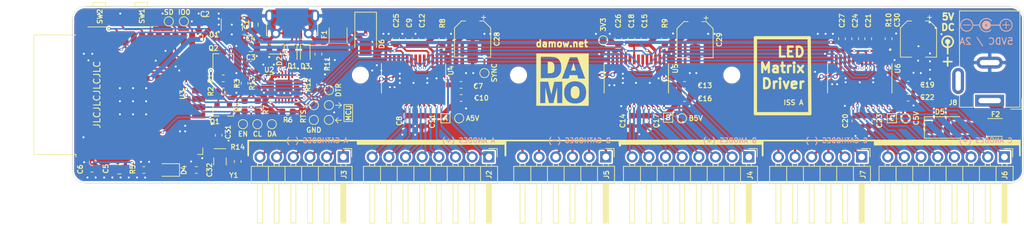
<source format=kicad_pcb>
(kicad_pcb (version 20171130) (host pcbnew "(5.1.4-0-10_14)")
  (layers (0 F.Cu signal) (31 B.Cu signal) (34 B.Paste user hide) (35 F.Paste user hide) (36 B.SilkS user hide) (37 F.SilkS user) (38 B.Mask user hide) (39 F.Mask user hide) (44 Edge.Cuts user))
  (net 0 "")
  (net 1 "Net-(U1-Pad4)")
  (net 2 "Net-(J1-Pad4)")
  (net 3 "Net-(U2-Pad1)")
  (net 4 "Net-(U2-Pad10)")
  (net 5 "Net-(U2-Pad11)")
  (net 6 "Net-(U2-Pad12)")
  (net 7 "Net-(U2-Pad13)")
  (net 8 "Net-(U2-Pad14)")
  (net 9 "Net-(U2-Pad15)")
  (net 10 "Net-(U2-Pad16)")
  (net 11 "Net-(U2-Pad17)")
  (net 12 "Net-(U2-Pad18)")
  (net 13 "Net-(U2-Pad22)")
  (net 14 "Net-(U2-Pad24)")
  (net 15 "Net-(U3-Pad4)")
  (net 16 "Net-(U3-Pad5)")
  (net 17 "Net-(U3-Pad7)")
  (net 18 "Net-(U3-Pad11)")
  (net 19 "Net-(U3-Pad12)")
  (net 20 "Net-(U3-Pad13)")
  (net 21 "Net-(U3-Pad14)")
  (net 22 "Net-(U3-Pad16)")
  (net 23 "Net-(U3-Pad17)")
  (net 24 "Net-(U3-Pad18)")
  (net 25 "Net-(U3-Pad19)")
  (net 26 "Net-(U3-Pad20)")
  (net 27 "Net-(U3-Pad21)")
  (net 28 "Net-(U3-Pad22)")
  (net 29 "Net-(U3-Pad23)")
  (net 30 "Net-(U3-Pad24)")
  (net 31 "Net-(U3-Pad26)")
  (net 32 "Net-(U3-Pad28)")
  (net 33 GND)
  (net 34 PP5V)
  (net 35 +3V3)
  (net 36 "/Support Circuitry/USB_DN")
  (net 37 "/Support Circuitry/USB_DP")
  (net 38 "/Support Circuitry/USB_5V")
  (net 39 "Net-(D4-Pad2)")
  (net 40 /Drivers/A_CS_8)
  (net 41 /Drivers/A_CS_7)
  (net 42 /Drivers/A_CS_6)
  (net 43 /Drivers/A_CS_5)
  (net 44 /Drivers/A_CS_4)
  (net 45 /Drivers/A_CS_3)
  (net 46 /Drivers/A_CS_2)
  (net 47 /Drivers/A_CS_1)
  (net 48 /Drivers/A_SW_6)
  (net 49 /Drivers/A_SW_5)
  (net 50 /Drivers/A_SW_4)
  (net 51 /Drivers/A_SW_3)
  (net 52 /Drivers/A_SW_2)
  (net 53 /Drivers/A_SW_1)
  (net 54 /Drivers/B_CS_8)
  (net 55 /Drivers/B_CS_7)
  (net 56 /Drivers/B_CS_6)
  (net 57 /Drivers/B_CS_5)
  (net 58 /Drivers/B_CS_4)
  (net 59 /Drivers/B_CS_3)
  (net 60 /Drivers/B_CS_2)
  (net 61 /Drivers/B_CS_1)
  (net 62 /Drivers/B_SW_6)
  (net 63 /Drivers/B_SW_5)
  (net 64 /Drivers/B_SW_4)
  (net 65 /Drivers/B_SW_3)
  (net 66 /Drivers/B_SW_2)
  (net 67 /Drivers/B_SW_1)
  (net 68 /Drivers/C_CS_8)
  (net 69 /Drivers/C_CS_7)
  (net 70 /Drivers/C_CS_6)
  (net 71 /Drivers/C_CS_5)
  (net 72 /Drivers/C_CS_4)
  (net 73 /Drivers/C_CS_3)
  (net 74 /Drivers/C_CS_2)
  (net 75 /Drivers/C_CS_1)
  (net 76 /Drivers/C_SW_6)
  (net 77 /Drivers/C_SW_5)
  (net 78 /Drivers/C_SW_4)
  (net 79 /Drivers/C_SW_3)
  (net 80 /Drivers/C_SW_2)
  (net 81 /Drivers/C_SW_1)
  (net 82 /ESP32/MCU_ENABLE)
  (net 83 "/Support Circuitry/RTS")
  (net 84 "Net-(Q1-Pad1)")
  (net 85 /ESP32/MCU_BOOT)
  (net 86 "/Support Circuitry/DTR")
  (net 87 "Net-(Q2-Pad1)")
  (net 88 /Drivers/SCL)
  (net 89 /Drivers/SHUT)
  (net 90 /Drivers/SDA)
  (net 91 /Drivers/A_REXT)
  (net 92 /Drivers/B_REXT)
  (net 93 /Drivers/C_REXT)
  (net 94 /ESP32/ESP_TX)
  (net 95 /ESP32/ESP_RX)
  (net 96 "Net-(U3-Pad37)")
  (net 97 "Net-(U3-Pad32)")
  (net 98 /Drivers/SYNC)
  (net 99 "Net-(U3-Pad29)")
  (net 100 "Net-(R11-Pad2)")
  (net 101 "Net-(R13-Pad2)")
  (net 102 /ESP32/BUT_A)
  (net 103 /ESP32/BUT_B)
  (net 104 "Net-(U3-Pad6)")
  (net 105 "Net-(U4-Pad9)")
  (net 106 "Net-(U5-Pad9)")
  (net 107 "Net-(U6-Pad9)")
  (net 108 "Net-(D5-Pad2)")
  (net 109 "Net-(D6-Pad2)")
  (net 110 "Net-(C31-Pad2)")
  (net 111 "Net-(C32-Pad2)")
  (net 112 /ESP32/LED_A)
  (net 113 "Net-(F2-Pad2)")
  (module Fuse:Bourns_MF-MSMF260-2_Polyfuse_2.6A (layer F.Cu) (at 217.5 114.5)
    (fp_text reference F2 (at 2.2 -2) (layer F.SilkS) (effects (font (size 0.75 0.75))))
    (fp_text value 2A)
    (pad 2 smd roundrect (at 4.2 0) (size 1.5 3.2) (layers F.Cu F.Paste F.Mask) (roundrect_rratio 0.185) (net 113 "Net-(F2-Pad2)"))
    (pad 1 smd roundrect (at 0 0) (size 1.5 3.2) (layers F.Cu F.Paste F.Mask) (roundrect_rratio 0.185) (net 108 "Net-(D5-Pad2)"))
  )
  (module Connector_USB:USB_Micro-B_Molex-105017-0001 (layer F.Cu) (at 112.5 98.7 180)
    (fp_text reference J1 hide)
    (fp_text value USB_B_Micro)
    (pad 6 smd rect (at -2.9 1.2375 180) (size 1.2 1.9) (layers F.Cu F.Mask) (net 33 GND))
    (pad 6 smd rect (at 2.9 1.2375 180) (size 1.2 1.9) (layers F.Cu F.Mask) (net 33 GND))
    (pad 6 thru_hole oval (at 3.5 1.2375 180) (size 1.2 1.9) (drill oval 0.6 1.3) (layers *.Cu *.Mask) (net 33 GND))
    (pad 6 thru_hole oval (at -3.5 1.2375) (size 1.2 1.9) (drill oval 0.6 1.3) (layers *.Cu *.Mask) (net 33 GND))
    (pad 6 smd rect (at -1 1.2375 180) (size 1.5 1.9) (layers F.Cu F.Paste F.Mask) (net 33 GND))
    (pad 6 thru_hole circle (at 2.5 -1.4625 180) (size 1.45 1.45) (drill 0.85) (layers *.Cu *.Mask) (net 33 GND))
    (pad 3 smd rect (at 0 -1.4625 180) (size 0.4 1.35) (layers F.Cu F.Paste F.Mask) (net 37 "/Support Circuitry/USB_DP"))
    (pad 4 smd rect (at 0.65 -1.4625 180) (size 0.4 1.35) (layers F.Cu F.Paste F.Mask) (net 2 "Net-(J1-Pad4)"))
    (pad 5 smd rect (at 1.3 -1.4625 180) (size 0.4 1.35) (layers F.Cu F.Paste F.Mask) (net 33 GND))
    (pad 1 smd rect (at -1.3 -1.4625 180) (size 0.4 1.35) (layers F.Cu F.Paste F.Mask) (net 38 "/Support Circuitry/USB_5V"))
    (pad 2 smd rect (at -0.65 -1.4625 180) (size 0.4 1.35) (layers F.Cu F.Paste F.Mask) (net 36 "/Support Circuitry/USB_DN"))
    (pad 6 thru_hole circle (at -2.5 -1.4625 180) (size 1.45 1.45) (drill 0.85) (layers *.Cu *.Mask) (net 33 GND))
    (pad 6 smd rect (at 1 1.2375 180) (size 1.5 1.9) (layers F.Cu F.Paste F.Mask) (net 33 GND))
  )
  (module Diode_SMD:D_0603_1608Metric (layer F.Cu) (at 112.5 103.3 270)
    (fp_text reference D1 (at 1.8 0) (layer F.SilkS) (effects (font (size 0.75 0.75))))
    (fp_text value D_TVS)
    (pad 2 smd roundrect (at 0.7875 0 270) (size 0.875 0.95) (layers F.Cu F.Paste F.Mask) (net 33 GND))
    (pad 1 smd roundrect (at -0.7875 0 270) (size 0.875 0.95) (layers F.Cu F.Paste F.Mask) (net 36 "/Support Circuitry/USB_DN"))
  )
  (module Diode_SMD:D_SMA (layer F.Cu) (at 123.7 100.3 270)
    (fp_text reference D6 (at 1.45 -2.45 90) (layer F.SilkS) (effects (font (size 0.75 0.75))))
    (fp_text value MBRA340)
    (pad 2 smd rect (at 2 0 270) (size 2.5 1.8) (layers F.Cu F.Paste F.Mask) (net 109 "Net-(D6-Pad2)"))
    (pad 1 smd rect (at -2 0 270) (size 2.5 1.8) (layers F.Cu F.Paste F.Mask) (net 34 PP5V))
  )
  (module Fuse:Bourns_MF-MSMF260-2_Polyfuse_2.6A (layer F.Cu) (at 119.5 98.3 270)
    (fp_text reference F1 (at 2 2.1 270) (layer F.SilkS) (effects (font (size 0.75 0.75))))
    (fp_text value 2A)
    (pad 2 smd roundrect (at 4.2 0 270) (size 1.5 3.2) (layers F.Cu F.Paste F.Mask) (roundrect_rratio 0.185) (net 38 "/Support Circuitry/USB_5V"))
    (pad 1 smd roundrect (at 0 0 270) (size 1.5 3.2) (layers F.Cu F.Paste F.Mask) (roundrect_rratio 0.185) (net 109 "Net-(D6-Pad2)"))
  )
  (module TestPoint:TestPoint_Pad_D1.0mm (layer F.Cu) (at 206 113.1)
    (fp_text reference TP5 hide)
    (fp_text value C5V (at 1.6 0 90) (layer F.SilkS) (effects (font (size 0.75 0.75))))
    (pad 1 smd circle (at 0 0) (size 1 1) (layers F.Cu F.Mask) (net 34 PP5V))
  )
  (module TestPoint:TestPoint_Pad_D1.0mm (layer F.Cu) (at 171.9 113.1)
    (fp_text reference TP4 hide)
    (fp_text value B5V (at 2.1 0) (layer F.SilkS) (effects (font (size 0.75 0.75))))
    (pad 1 smd circle (at 0 0) (size 1 1) (layers F.Cu F.Mask) (net 34 PP5V))
  )
  (module TestPoint:TestPoint_Pad_D1.0mm (layer F.Cu) (at 137.95 113.1)
    (fp_text reference TP3 hide)
    (fp_text value A5V (at 2.05 0) (layer F.SilkS) (effects (font (size 0.75 0.75))))
    (pad 1 smd circle (at 0 0) (size 1 1) (layers F.Cu F.Mask) (net 34 PP5V))
  )
  (module Symbol:Symbol_Barrel_Polarity (layer B.Cu) (at 218.3 98.95)
    (fp_text reference REF** hide)
    (fp_text value Symbol_Barrel_Polarity)
  )
  (module Resistor_SMD:R_0603_1608Metric (layer F.Cu) (at 105.25 111.25 90)
    (fp_text reference R4 (at -0.15 -1.05 90) (layer F.SilkS) (effects (font (size 0.75 0.75))))
    (fp_text value 2k)
    (pad 2 smd roundrect (at 0.7875 0 90) (size 0.875 0.95) (layers F.Cu F.Paste F.Mask) (net 35 +3V3))
    (pad 1 smd roundrect (at -0.7875 0 90) (size 0.875 0.95) (layers F.Cu F.Paste F.Mask) (net 88 /Drivers/SCL))
  )
  (module Resistor_SMD:R_0603_1608Metric (layer F.Cu) (at 104.2 119.7 270)
    (fp_text reference R14 (at -2.2 0 180) (layer F.SilkS) (effects (font (size 0.75 0.75))))
    (fp_text value 7.5M)
    (pad 2 smd roundrect (at 0.7875 0 270) (size 0.875 0.95) (layers F.Cu F.Paste F.Mask) (net 111 "Net-(C32-Pad2)"))
    (pad 1 smd roundrect (at -0.7875 0 270) (size 0.875 0.95) (layers F.Cu F.Paste F.Mask) (net 110 "Net-(C31-Pad2)"))
  )
  (module Connector_PinHeader_2.54mm:PinHeader_1x06_P2.54mm_Horizontal (layer F.Cu) (at 120.3 119 270)
    (fp_text reference J3 (at 2.7 -0.1 90) (layer F.SilkS) (effects (font (size 0.75 0.75))))
    (fp_text value A_SW)
    (pad 6 thru_hole oval (at 0 12.7 270) (size 1.7 1.7) (drill 1) (layers *.Cu *.Mask) (net 53 /Drivers/A_SW_1))
    (pad 5 thru_hole oval (at 0 10.16 270) (size 1.7 1.7) (drill 1) (layers *.Cu *.Mask) (net 52 /Drivers/A_SW_2))
    (pad 4 thru_hole oval (at 0 7.62 270) (size 1.7 1.7) (drill 1) (layers *.Cu *.Mask) (net 51 /Drivers/A_SW_3))
    (pad 3 thru_hole oval (at 0 5.08 270) (size 1.7 1.7) (drill 1) (layers *.Cu *.Mask) (net 50 /Drivers/A_SW_4))
    (pad 2 thru_hole oval (at 0 2.54 270) (size 1.7 1.7) (drill 1) (layers *.Cu *.Mask) (net 49 /Drivers/A_SW_5))
    (pad 1 thru_hole rect (at 0 0 270) (size 1.7 1.7) (drill 1) (layers *.Cu *.Mask) (net 48 /Drivers/A_SW_6))
  )
  (module Connector_PinHeader_2.54mm:PinHeader_1x06_P2.54mm_Horizontal (layer F.Cu) (at 199.3 119 270)
    (fp_text reference J7 (at 2.7 -0.2 90) (layer F.SilkS) (effects (font (size 0.75 0.75))))
    (fp_text value C_SW)
    (pad 6 thru_hole oval (at 0 12.7 270) (size 1.7 1.7) (drill 1) (layers *.Cu *.Mask) (net 81 /Drivers/C_SW_1))
    (pad 5 thru_hole oval (at 0 10.16 270) (size 1.7 1.7) (drill 1) (layers *.Cu *.Mask) (net 80 /Drivers/C_SW_2))
    (pad 4 thru_hole oval (at 0 7.62 270) (size 1.7 1.7) (drill 1) (layers *.Cu *.Mask) (net 79 /Drivers/C_SW_3))
    (pad 3 thru_hole oval (at 0 5.08 270) (size 1.7 1.7) (drill 1) (layers *.Cu *.Mask) (net 78 /Drivers/C_SW_4))
    (pad 2 thru_hole oval (at 0 2.54 270) (size 1.7 1.7) (drill 1) (layers *.Cu *.Mask) (net 77 /Drivers/C_SW_5))
    (pad 1 thru_hole rect (at 0 0 270) (size 1.7 1.7) (drill 1) (layers *.Cu *.Mask) (net 76 /Drivers/C_SW_6))
  )
  (module Crystal:Crystal_SMD_MicroCrystal_CC7V-T1A-2Pin_3.2x1.5mm (layer F.Cu) (at 101.5 119.7 270)
    (fp_text reference Y1 (at 2.1 -2.1 180) (layer F.SilkS) (effects (font (size 0.75 0.75))))
    (fp_text value 32.768kHz)
    (pad 2 smd rect (at 1.25 0 270) (size 1 1.8) (layers F.Cu F.Paste F.Mask) (net 111 "Net-(C32-Pad2)"))
    (pad 1 smd rect (at -1.25 0 270) (size 1 1.8) (layers F.Cu F.Paste F.Mask) (net 110 "Net-(C31-Pad2)"))
  )
  (module Capacitor_SMD:C_0603_1608Metric (layer F.Cu) (at 97.9 121)
    (fp_text reference C32 (at 2 0 90) (layer F.SilkS) (effects (font (size 0.75 0.75))))
    (fp_text value 12pF)
    (pad 2 smd roundrect (at 0.7875 0) (size 0.875 0.95) (layers F.Cu F.Paste F.Mask) (net 111 "Net-(C32-Pad2)"))
    (pad 1 smd roundrect (at -0.7875 0) (size 0.875 0.95) (layers F.Cu F.Paste F.Mask) (net 33 GND))
  )
  (module Capacitor_SMD:C_0603_1608Metric (layer F.Cu) (at 101.3 115.7 270)
    (fp_text reference C31 (at -0.5 -1.43 90) (layer F.SilkS) (effects (font (size 0.75 0.75))))
    (fp_text value 12pF)
    (pad 2 smd roundrect (at 0.7875 0 270) (size 0.875 0.95) (layers F.Cu F.Paste F.Mask) (net 110 "Net-(C31-Pad2)"))
    (pad 1 smd roundrect (at -0.7875 0 270) (size 0.875 0.95) (layers F.Cu F.Paste F.Mask) (net 33 GND))
  )
  (module TestPoint:TestPoint_Pad_D1.0mm (layer F.Cu) (at 159.9 101.2)
    (fp_text reference TP1 hide)
    (fp_text value 3V3 (at 0 -2.4 90) (layer F.SilkS) (effects (font (size 0.75 0.75))))
    (pad 1 smd circle (at 0 0) (size 1 1) (layers F.Cu F.Mask) (net 35 +3V3))
  )
  (module Connector_BarrelJack:BarrelJack_Wuerth_6941xx301002 (layer F.Cu) (at 218.8 110.4 180)
    (fp_text reference J8 (at 5.6 -0.3) (layer F.SilkS) (effects (font (size 0.75 0.75))))
    (fp_text value Barrel_Jack)
    (pad 1 thru_hole rect (at 0 0 180) (size 4.4 1.8) (drill oval 3.4 0.8) (layers *.Cu *.Mask) (net 113 "Net-(F2-Pad2)"))
    (pad 2 thru_hole oval (at 0 5.8 180) (size 4 1.8) (drill oval 3 0.8) (layers *.Cu *.Mask) (net 33 GND))
    (pad 3 thru_hole oval (at 4.8 3 270) (size 4 1.8) (drill oval 3 0.8) (layers *.Cu *.Mask))
  )
  (module Diode_SMD:D_SMA (layer F.Cu) (at 212.25 114.5)
    (fp_text reference D5 (at -1.05 -2.4) (layer F.SilkS) (effects (font (size 0.75 0.75))))
    (fp_text value MBRA340)
    (pad 2 smd rect (at 2 0) (size 2.5 1.8) (layers F.Cu F.Paste F.Mask) (net 108 "Net-(D5-Pad2)"))
    (pad 1 smd rect (at -2 0) (size 2.5 1.8) (layers F.Cu F.Paste F.Mask) (net 34 PP5V))
  )
  (module MountingHole:MountingHole_2.1mm (layer F.Cu) (at 122.9 106.5)
    (fp_text reference REF** hide)
    (fp_text value MountingHole_2.1mm)
    (pad "" np_thru_hole circle (at 0 0) (size 2.1 2.1) (drill 2.1) (layers *.Cu *.Mask))
  )
  (module MountingHole:MountingHole_2.1mm (layer F.Cu) (at 147 106.5)
    (fp_text reference REF** hide)
    (fp_text value MountingHole_2.1mm)
    (pad "" np_thru_hole circle (at 0 0) (size 2.1 2.1) (drill 2.1) (layers *.Cu *.Mask))
  )
  (module MountingHole:MountingHole_2.1mm (layer F.Cu) (at 179.5 106.5)
    (fp_text reference REF** hide)
    (fp_text value MountingHole_2.1mm)
    (pad "" np_thru_hole circle (at 0 0) (size 2.1 2.1) (drill 2.1) (layers *.Cu *.Mask))
  )
  (module LogosAndSilkscreens:damo-8mm (layer F.Cu) (at 153.7 107.2)
    (fp_text reference G*** hide)
    (fp_text value LOGO hide)
  )
  (module Package_SO:SOP65P640X110-28N (layer F.Cu) (at 199 107 270)
    (fp_text reference U6 (at -1.5 -5.8 90) (layer F.SilkS) (effects (font (size 0.75 0.75))))
    (fp_text value IS32FL3738)
    (pad PAD smd rect (at 0 0) (size 5 2.25) (layers F.Cu F.Paste F.Mask) (net 33 GND))
    (pad 1 smd rect (at -2.885 -4.225 270) (size 1.5 0.41) (layers F.Cu F.Paste F.Mask) (net 68 /Drivers/C_CS_8))
    (pad 2 smd rect (at -2.885 -3.575 270) (size 1.5 0.41) (layers F.Cu F.Paste F.Mask) (net 93 /Drivers/C_REXT))
    (pad 3 smd rect (at -2.885 -2.925 270) (size 1.5 0.41) (layers F.Cu F.Paste F.Mask) (net 34 PP5V))
    (pad 4 smd rect (at -2.885 -2.275 270) (size 1.5 0.41) (layers F.Cu F.Paste F.Mask) (net 35 +3V3))
    (pad 5 smd rect (at -2.885 -1.625 270) (size 1.5 0.41) (layers F.Cu F.Paste F.Mask) (net 98 /Drivers/SYNC))
    (pad 6 smd rect (at -2.885 -0.975 270) (size 1.5 0.41) (layers F.Cu F.Paste F.Mask) (net 90 /Drivers/SDA))
    (pad 7 smd rect (at -2.885 -0.325 270) (size 1.5 0.41) (layers F.Cu F.Paste F.Mask) (net 88 /Drivers/SCL))
    (pad 8 smd rect (at -2.885 0.325 270) (size 1.5 0.41) (layers F.Cu F.Paste F.Mask) (net 90 /Drivers/SDA))
    (pad 9 smd rect (at -2.885 0.975 270) (size 1.5 0.41) (layers F.Cu F.Paste F.Mask) (net 107 "Net-(U6-Pad9)"))
    (pad 10 smd rect (at -2.885 1.625 270) (size 1.5 0.41) (layers F.Cu F.Paste F.Mask) (net 89 /Drivers/SHUT))
    (pad 11 smd rect (at -2.885 2.275 270) (size 1.5 0.41) (layers F.Cu F.Paste F.Mask) (net 33 GND))
    (pad 12 smd rect (at -2.885 2.925 270) (size 1.5 0.41) (layers F.Cu F.Paste F.Mask) (net 81 /Drivers/C_SW_1))
    (pad 13 smd rect (at -2.885 3.575 270) (size 1.5 0.41) (layers F.Cu F.Paste F.Mask) (net 80 /Drivers/C_SW_2))
    (pad 14 smd rect (at -2.885 4.225 270) (size 1.5 0.41) (layers F.Cu F.Paste F.Mask) (net 33 GND))
    (pad 15 smd rect (at 2.885 4.225 270) (size 1.5 0.41) (layers F.Cu F.Paste F.Mask) (net 79 /Drivers/C_SW_3))
    (pad 16 smd rect (at 2.885 3.575 270) (size 1.5 0.41) (layers F.Cu F.Paste F.Mask) (net 78 /Drivers/C_SW_4))
    (pad 17 smd rect (at 2.885 2.925 270) (size 1.5 0.41) (layers F.Cu F.Paste F.Mask) (net 77 /Drivers/C_SW_5))
    (pad 18 smd rect (at 2.885 2.275 270) (size 1.5 0.41) (layers F.Cu F.Paste F.Mask) (net 33 GND))
    (pad 19 smd rect (at 2.885 1.625 270) (size 1.5 0.41) (layers F.Cu F.Paste F.Mask) (net 76 /Drivers/C_SW_6))
    (pad 20 smd rect (at 2.885 0.975 270) (size 1.5 0.41) (layers F.Cu F.Paste F.Mask) (net 75 /Drivers/C_CS_1))
    (pad 21 smd rect (at 2.885 0.325 270) (size 1.5 0.41) (layers F.Cu F.Paste F.Mask) (net 74 /Drivers/C_CS_2))
    (pad 22 smd rect (at 2.885 -0.325 270) (size 1.5 0.41) (layers F.Cu F.Paste F.Mask) (net 34 PP5V))
    (pad 23 smd rect (at 2.885 -0.975 270) (size 1.5 0.41) (layers F.Cu F.Paste F.Mask) (net 73 /Drivers/C_CS_3))
    (pad 24 smd rect (at 2.885 -1.625 270) (size 1.5 0.41) (layers F.Cu F.Paste F.Mask) (net 72 /Drivers/C_CS_4))
    (pad 25 smd rect (at 2.885 -2.275 270) (size 1.5 0.41) (layers F.Cu F.Paste F.Mask) (net 71 /Drivers/C_CS_5))
    (pad 26 smd rect (at 2.885 -2.925 270) (size 1.5 0.41) (layers F.Cu F.Paste F.Mask) (net 70 /Drivers/C_CS_6))
    (pad 27 smd rect (at 2.885 -3.575 270) (size 1.5 0.41) (layers F.Cu F.Paste F.Mask) (net 34 PP5V))
    (pad 28 smd rect (at 2.885 -4.225 270) (size 1.5 0.41) (layers F.Cu F.Paste F.Mask) (net 69 /Drivers/C_CS_7))
  )
  (module Package_SO:SOP65P640X110-28N (layer F.Cu) (at 164.95 107 270)
    (fp_text reference U5 (at -1.5 -5.95 90) (layer F.SilkS) (effects (font (size 0.75 0.75))))
    (fp_text value IS32FL3738)
    (pad PAD smd rect (at 0 0) (size 5 2.25) (layers F.Cu F.Paste F.Mask) (net 33 GND))
    (pad 1 smd rect (at -2.885 -4.225 270) (size 1.5 0.41) (layers F.Cu F.Paste F.Mask) (net 54 /Drivers/B_CS_8))
    (pad 2 smd rect (at -2.885 -3.575 270) (size 1.5 0.41) (layers F.Cu F.Paste F.Mask) (net 92 /Drivers/B_REXT))
    (pad 3 smd rect (at -2.885 -2.925 270) (size 1.5 0.41) (layers F.Cu F.Paste F.Mask) (net 34 PP5V))
    (pad 4 smd rect (at -2.885 -2.275 270) (size 1.5 0.41) (layers F.Cu F.Paste F.Mask) (net 35 +3V3))
    (pad 5 smd rect (at -2.885 -1.625 270) (size 1.5 0.41) (layers F.Cu F.Paste F.Mask) (net 98 /Drivers/SYNC))
    (pad 6 smd rect (at -2.885 -0.975 270) (size 1.5 0.41) (layers F.Cu F.Paste F.Mask) (net 90 /Drivers/SDA))
    (pad 7 smd rect (at -2.885 -0.325 270) (size 1.5 0.41) (layers F.Cu F.Paste F.Mask) (net 88 /Drivers/SCL))
    (pad 8 smd rect (at -2.885 0.325 270) (size 1.5 0.41) (layers F.Cu F.Paste F.Mask) (net 34 PP5V))
    (pad 9 smd rect (at -2.885 0.975 270) (size 1.5 0.41) (layers F.Cu F.Paste F.Mask) (net 106 "Net-(U5-Pad9)"))
    (pad 10 smd rect (at -2.885 1.625 270) (size 1.5 0.41) (layers F.Cu F.Paste F.Mask) (net 89 /Drivers/SHUT))
    (pad 11 smd rect (at -2.885 2.275 270) (size 1.5 0.41) (layers F.Cu F.Paste F.Mask) (net 33 GND))
    (pad 12 smd rect (at -2.885 2.925 270) (size 1.5 0.41) (layers F.Cu F.Paste F.Mask) (net 67 /Drivers/B_SW_1))
    (pad 13 smd rect (at -2.885 3.575 270) (size 1.5 0.41) (layers F.Cu F.Paste F.Mask) (net 66 /Drivers/B_SW_2))
    (pad 14 smd rect (at -2.885 4.225 270) (size 1.5 0.41) (layers F.Cu F.Paste F.Mask) (net 33 GND))
    (pad 15 smd rect (at 2.885 4.225 270) (size 1.5 0.41) (layers F.Cu F.Paste F.Mask) (net 65 /Drivers/B_SW_3))
    (pad 16 smd rect (at 2.885 3.575 270) (size 1.5 0.41) (layers F.Cu F.Paste F.Mask) (net 64 /Drivers/B_SW_4))
    (pad 17 smd rect (at 2.885 2.925 270) (size 1.5 0.41) (layers F.Cu F.Paste F.Mask) (net 63 /Drivers/B_SW_5))
    (pad 18 smd rect (at 2.885 2.275 270) (size 1.5 0.41) (layers F.Cu F.Paste F.Mask) (net 33 GND))
    (pad 19 smd rect (at 2.885 1.625 270) (size 1.5 0.41) (layers F.Cu F.Paste F.Mask) (net 62 /Drivers/B_SW_6))
    (pad 20 smd rect (at 2.885 0.975 270) (size 1.5 0.41) (layers F.Cu F.Paste F.Mask) (net 61 /Drivers/B_CS_1))
    (pad 21 smd rect (at 2.885 0.325 270) (size 1.5 0.41) (layers F.Cu F.Paste F.Mask) (net 60 /Drivers/B_CS_2))
    (pad 22 smd rect (at 2.885 -0.325 270) (size 1.5 0.41) (layers F.Cu F.Paste F.Mask) (net 34 PP5V))
    (pad 23 smd rect (at 2.885 -0.975 270) (size 1.5 0.41) (layers F.Cu F.Paste F.Mask) (net 59 /Drivers/B_CS_3))
    (pad 24 smd rect (at 2.885 -1.625 270) (size 1.5 0.41) (layers F.Cu F.Paste F.Mask) (net 58 /Drivers/B_CS_4))
    (pad 25 smd rect (at 2.885 -2.275 270) (size 1.5 0.41) (layers F.Cu F.Paste F.Mask) (net 57 /Drivers/B_CS_5))
    (pad 26 smd rect (at 2.885 -2.925 270) (size 1.5 0.41) (layers F.Cu F.Paste F.Mask) (net 56 /Drivers/B_CS_6))
    (pad 27 smd rect (at 2.885 -3.575 270) (size 1.5 0.41) (layers F.Cu F.Paste F.Mask) (net 34 PP5V))
    (pad 28 smd rect (at 2.885 -4.225 270) (size 1.5 0.41) (layers F.Cu F.Paste F.Mask) (net 55 /Drivers/B_CS_7))
  )
  (module Connector_PinHeader_2.54mm:PinHeader_1x06_P2.54mm_Horizontal (layer F.Cu) (at 160.3 119 270)
    (fp_text reference J5 (at 2.7 -0.1 90) (layer F.SilkS) (effects (font (size 0.75 0.75))))
    (fp_text value B_SW)
    (pad 6 thru_hole oval (at 0 12.7 270) (size 1.7 1.7) (drill 1) (layers *.Cu *.Mask) (net 67 /Drivers/B_SW_1))
    (pad 5 thru_hole oval (at 0 10.16 270) (size 1.7 1.7) (drill 1) (layers *.Cu *.Mask) (net 66 /Drivers/B_SW_2))
    (pad 4 thru_hole oval (at 0 7.62 270) (size 1.7 1.7) (drill 1) (layers *.Cu *.Mask) (net 65 /Drivers/B_SW_3))
    (pad 3 thru_hole oval (at 0 5.08 270) (size 1.7 1.7) (drill 1) (layers *.Cu *.Mask) (net 64 /Drivers/B_SW_4))
    (pad 2 thru_hole oval (at 0 2.54 270) (size 1.7 1.7) (drill 1) (layers *.Cu *.Mask) (net 63 /Drivers/B_SW_5))
    (pad 1 thru_hole rect (at 0 0 270) (size 1.7 1.7) (drill 1) (layers *.Cu *.Mask) (net 62 /Drivers/B_SW_6))
  )
  (module Button_Switch_SMD:SW_SPST_EVQP7A (layer F.Cu) (at 83.1 97.6 180)
    (fp_text reference SW2 (at -0.1 0.05 90) (layer F.SilkS) (effects (font (size 0.75 0.75))))
    (fp_text value SW_Push)
    (pad 2 smd rect (at -1.8 0.72 180) (size 1.4 1.05) (layers F.Cu F.Paste F.Mask) (net 33 GND))
    (pad 2 smd rect (at 1.8 0.72 180) (size 1.4 1.05) (layers F.Cu F.Paste F.Mask) (net 33 GND))
    (pad 1 smd rect (at -1.8 -0.72 180) (size 1.4 1.05) (layers F.Cu F.Paste F.Mask) (net 102 /ESP32/BUT_A))
    (pad 1 smd rect (at 1.8 -0.72 180) (size 1.4 1.05) (layers F.Cu F.Paste F.Mask) (net 102 /ESP32/BUT_A))
  )
  (module Button_Switch_SMD:SW_SPST_EVQP7A (layer F.Cu) (at 89.5 97.6 180)
    (fp_text reference SW1 (at -0.1 0.1 90) (layer F.SilkS) (effects (font (size 0.75 0.75))))
    (fp_text value SW_Push)
    (pad 2 smd rect (at -1.8 0.72 180) (size 1.4 1.05) (layers F.Cu F.Paste F.Mask) (net 33 GND))
    (pad 2 smd rect (at 1.8 0.72 180) (size 1.4 1.05) (layers F.Cu F.Paste F.Mask) (net 33 GND))
    (pad 1 smd rect (at -1.8 -0.72 180) (size 1.4 1.05) (layers F.Cu F.Paste F.Mask) (net 103 /ESP32/BUT_B))
    (pad 1 smd rect (at 1.8 -0.72 180) (size 1.4 1.05) (layers F.Cu F.Paste F.Mask) (net 103 /ESP32/BUT_B))
  )
  (module Capacitor_SMD:CP_Elec_5x5.4 (layer F.Cu) (at 207.95 101 270)
    (fp_text reference C30 (at -2.9 3.25 90) (layer F.SilkS) (effects (font (size 0.75 0.75))))
    (fp_text value 0.1uF)
    (pad 2 smd roundrect (at 2.2 0 270) (size 3 1.6) (layers F.Cu F.Paste F.Mask) (roundrect_rratio 0.15625) (net 33 GND))
    (pad 1 smd roundrect (at -2.2 0 270) (size 3 1.6) (layers F.Cu F.Paste F.Mask) (roundrect_rratio 0.15625) (net 34 PP5V))
  )
  (module Capacitor_SMD:CP_Elec_5x5.4 (layer F.Cu) (at 173.9 101.1 270)
    (fp_text reference C29 (at 0 -3.7 90) (layer F.SilkS) (effects (font (size 0.75 0.75))))
    (fp_text value 0.1uF)
    (pad 2 smd roundrect (at 2.2 0 270) (size 3 1.6) (layers F.Cu F.Paste F.Mask) (roundrect_rratio 0.15625) (net 33 GND))
    (pad 1 smd roundrect (at -2.2 0 270) (size 3 1.6) (layers F.Cu F.Paste F.Mask) (roundrect_rratio 0.15625) (net 34 PP5V))
  )
  (module Capacitor_SMD:CP_Elec_5x5.4 (layer F.Cu) (at 140 101 270)
    (fp_text reference C28 (at 0 -3.7 90) (layer F.SilkS) (effects (font (size 0.75 0.75))))
    (fp_text value 0.1uF)
    (pad 2 smd roundrect (at 2.2 0 270) (size 3 1.6) (layers F.Cu F.Paste F.Mask) (roundrect_rratio 0.15625) (net 33 GND))
    (pad 1 smd roundrect (at -2.2 0 270) (size 3 1.6) (layers F.Cu F.Paste F.Mask) (roundrect_rratio 0.15625) (net 34 PP5V))
  )
  (module Capacitor_SMD:C_0603_1608Metric (layer F.Cu) (at 196.3 100.95 270)
    (fp_text reference C27 (at -2.75 0 90) (layer F.SilkS) (effects (font (size 0.75 0.75))))
    (fp_text value 0.47uF)
    (pad 2 smd roundrect (at 0.7875 0 270) (size 0.875 0.95) (layers F.Cu F.Paste F.Mask) (net 35 +3V3))
    (pad 1 smd roundrect (at -0.7875 0 270) (size 0.875 0.95) (layers F.Cu F.Paste F.Mask) (net 33 GND))
  )
  (module Capacitor_SMD:C_0603_1608Metric (layer F.Cu) (at 162.2 101 270)
    (fp_text reference C26 (at -2.75 0 90) (layer F.SilkS) (effects (font (size 0.75 0.75))))
    (fp_text value 0.47uF)
    (pad 2 smd roundrect (at 0.7875 0 270) (size 0.875 0.95) (layers F.Cu F.Paste F.Mask) (net 35 +3V3))
    (pad 1 smd roundrect (at -0.7875 0 270) (size 0.875 0.95) (layers F.Cu F.Paste F.Mask) (net 33 GND))
  )
  (module Capacitor_SMD:C_0603_1608Metric (layer F.Cu) (at 128.3 101 270)
    (fp_text reference C25 (at -2.8 -0.05 90) (layer F.SilkS) (effects (font (size 0.75 0.75))))
    (fp_text value 0.47uF)
    (pad 2 smd roundrect (at 0.7875 0 270) (size 0.875 0.95) (layers F.Cu F.Paste F.Mask) (net 35 +3V3))
    (pad 1 smd roundrect (at -0.7875 0 270) (size 0.875 0.95) (layers F.Cu F.Paste F.Mask) (net 33 GND))
  )
  (module Capacitor_SMD:C_0603_1608Metric (layer F.Cu) (at 198.3 100.95 270)
    (fp_text reference C24 (at -2.75 0 90) (layer F.SilkS) (effects (font (size 0.75 0.75))))
    (fp_text value 0.1uF)
    (pad 2 smd roundrect (at 0.7875 0 270) (size 0.875 0.95) (layers F.Cu F.Paste F.Mask) (net 34 PP5V))
    (pad 1 smd roundrect (at -0.7875 0 270) (size 0.875 0.95) (layers F.Cu F.Paste F.Mask) (net 33 GND))
  )
  (module Capacitor_SMD:C_0603_1608Metric (layer F.Cu) (at 200.35 113.5 90)
    (fp_text reference C23 (at 0 1.65 90) (layer F.SilkS) (effects (font (size 0.75 0.75))))
    (fp_text value 0.1uF)
    (pad 2 smd roundrect (at 0.7875 0 90) (size 0.875 0.95) (layers F.Cu F.Paste F.Mask) (net 34 PP5V))
    (pad 1 smd roundrect (at -0.7875 0 90) (size 0.875 0.95) (layers F.Cu F.Paste F.Mask) (net 33 GND))
  )
  (module Capacitor_SMD:C_0603_1608Metric (layer F.Cu) (at 206.3875 109.95 180)
    (fp_text reference C22 (at -2.9125 0.05) (layer F.SilkS) (effects (font (size 0.75 0.75))))
    (fp_text value 0.1uF)
    (pad 2 smd roundrect (at 0.7875 0 180) (size 0.875 0.95) (layers F.Cu F.Paste F.Mask) (net 34 PP5V))
    (pad 1 smd roundrect (at -0.7875 0 180) (size 0.875 0.95) (layers F.Cu F.Paste F.Mask) (net 33 GND))
  )
  (module Capacitor_SMD:C_0603_1608Metric (layer F.Cu) (at 200.3 100.95 270)
    (fp_text reference C21 (at -2.75 0 90) (layer F.SilkS) (effects (font (size 0.75 0.75))))
    (fp_text value 0.47uF)
    (pad 2 smd roundrect (at 0.7875 0 270) (size 0.875 0.95) (layers F.Cu F.Paste F.Mask) (net 34 PP5V))
    (pad 1 smd roundrect (at -0.7875 0 270) (size 0.875 0.95) (layers F.Cu F.Paste F.Mask) (net 33 GND))
  )
  (module Capacitor_SMD:C_0603_1608Metric (layer F.Cu) (at 198.35 113.5 90)
    (fp_text reference C20 (at 0 -1.55 90) (layer F.SilkS) (effects (font (size 0.75 0.75))))
    (fp_text value 0.47uF)
    (pad 2 smd roundrect (at 0.7875 0 90) (size 0.875 0.95) (layers F.Cu F.Paste F.Mask) (net 34 PP5V))
    (pad 1 smd roundrect (at -0.7875 0 90) (size 0.875 0.95) (layers F.Cu F.Paste F.Mask) (net 33 GND))
  )
  (module Capacitor_SMD:C_0603_1608Metric (layer F.Cu) (at 206.3875 107.95 180)
    (fp_text reference C19 (at -2.9125 -0.05) (layer F.SilkS) (effects (font (size 0.75 0.75))))
    (fp_text value 0.47uF)
    (pad 2 smd roundrect (at 0.7875 0 180) (size 0.875 0.95) (layers F.Cu F.Paste F.Mask) (net 34 PP5V))
    (pad 1 smd roundrect (at -0.7875 0 180) (size 0.875 0.95) (layers F.Cu F.Paste F.Mask) (net 33 GND))
  )
  (module Capacitor_SMD:C_0603_1608Metric (layer F.Cu) (at 164.2 101 270)
    (fp_text reference C18 (at -2.75 0 90) (layer F.SilkS) (effects (font (size 0.75 0.75))))
    (fp_text value 0.1uF)
    (pad 2 smd roundrect (at 0.7875 0 270) (size 0.875 0.95) (layers F.Cu F.Paste F.Mask) (net 34 PP5V))
    (pad 1 smd roundrect (at -0.7875 0 270) (size 0.875 0.95) (layers F.Cu F.Paste F.Mask) (net 33 GND))
  )
  (module Capacitor_SMD:C_0603_1608Metric (layer F.Cu) (at 166.3 113.5 90)
    (fp_text reference C17 (at 0 1.7 90) (layer F.SilkS) (effects (font (size 0.75 0.75))))
    (fp_text value 0.1uF)
    (pad 2 smd roundrect (at 0.7875 0 90) (size 0.875 0.95) (layers F.Cu F.Paste F.Mask) (net 34 PP5V))
    (pad 1 smd roundrect (at -0.7875 0 90) (size 0.875 0.95) (layers F.Cu F.Paste F.Mask) (net 33 GND))
  )
  (module Capacitor_SMD:C_0603_1608Metric (layer F.Cu) (at 172.3 110 180)
    (fp_text reference C16 (at -3.1 -0.1) (layer F.SilkS) (effects (font (size 0.75 0.75))))
    (fp_text value 0.1uF)
    (pad 2 smd roundrect (at 0.7875 0 180) (size 0.875 0.95) (layers F.Cu F.Paste F.Mask) (net 34 PP5V))
    (pad 1 smd roundrect (at -0.7875 0 180) (size 0.875 0.95) (layers F.Cu F.Paste F.Mask) (net 33 GND))
  )
  (module Capacitor_SMD:C_0603_1608Metric (layer F.Cu) (at 166.2 101 270)
    (fp_text reference C15 (at -2.75 0 90) (layer F.SilkS) (effects (font (size 0.75 0.75))))
    (fp_text value 0.47uF)
    (pad 2 smd roundrect (at 0.7875 0 270) (size 0.875 0.95) (layers F.Cu F.Paste F.Mask) (net 34 PP5V))
    (pad 1 smd roundrect (at -0.7875 0 270) (size 0.875 0.95) (layers F.Cu F.Paste F.Mask) (net 33 GND))
  )
  (module Capacitor_SMD:C_0603_1608Metric (layer F.Cu) (at 164.3 113.5 90)
    (fp_text reference C14 (at 0 -1.43 90) (layer F.SilkS) (effects (font (size 0.75 0.75))))
    (fp_text value 0.47uF)
    (pad 2 smd roundrect (at 0.7875 0 90) (size 0.875 0.95) (layers F.Cu F.Paste F.Mask) (net 34 PP5V))
    (pad 1 smd roundrect (at -0.7875 0 90) (size 0.875 0.95) (layers F.Cu F.Paste F.Mask) (net 33 GND))
  )
  (module Capacitor_SMD:C_0603_1608Metric (layer F.Cu) (at 172.3 108 180)
    (fp_text reference C13 (at -3.1 -0.1) (layer F.SilkS) (effects (font (size 0.75 0.75))))
    (fp_text value 0.47uF)
    (pad 2 smd roundrect (at 0.7875 0 180) (size 0.875 0.95) (layers F.Cu F.Paste F.Mask) (net 34 PP5V))
    (pad 1 smd roundrect (at -0.7875 0 180) (size 0.875 0.95) (layers F.Cu F.Paste F.Mask) (net 33 GND))
  )
  (module Capacitor_SMD:C_0603_1608Metric (layer F.Cu) (at 132.3 101 270)
    (fp_text reference C12 (at -2.8 0 90) (layer F.SilkS) (effects (font (size 0.75 0.75))))
    (fp_text value 0.1uF)
    (pad 2 smd roundrect (at 0.7875 0 270) (size 0.875 0.95) (layers F.Cu F.Paste F.Mask) (net 34 PP5V))
    (pad 1 smd roundrect (at -0.7875 0 270) (size 0.875 0.95) (layers F.Cu F.Paste F.Mask) (net 33 GND))
  )
  (module Capacitor_SMD:C_0603_1608Metric (layer F.Cu) (at 132.25 113.5 90)
    (fp_text reference C11 (at -0.05 1.6 90) (layer F.SilkS) (effects (font (size 0.75 0.75))))
    (fp_text value 0.1uF)
    (pad 2 smd roundrect (at 0.7875 0 90) (size 0.875 0.95) (layers F.Cu F.Paste F.Mask) (net 34 PP5V))
    (pad 1 smd roundrect (at -0.7875 0 90) (size 0.875 0.95) (layers F.Cu F.Paste F.Mask) (net 33 GND))
  )
  (module Capacitor_SMD:C_0603_1608Metric (layer F.Cu) (at 138.25 110 180)
    (fp_text reference C10 (at -3.1 0) (layer F.SilkS) (effects (font (size 0.75 0.75))))
    (fp_text value 0.1uF)
    (pad 2 smd roundrect (at 0.7875 0 180) (size 0.875 0.95) (layers F.Cu F.Paste F.Mask) (net 34 PP5V))
    (pad 1 smd roundrect (at -0.7875 0 180) (size 0.875 0.95) (layers F.Cu F.Paste F.Mask) (net 33 GND))
  )
  (module Capacitor_SMD:C_0603_1608Metric (layer F.Cu) (at 130.3 101 270)
    (fp_text reference C9 (at -2.45 -0.05 90) (layer F.SilkS) (effects (font (size 0.75 0.75))))
    (fp_text value 0.47uF)
    (pad 2 smd roundrect (at 0.7875 0 270) (size 0.875 0.95) (layers F.Cu F.Paste F.Mask) (net 34 PP5V))
    (pad 1 smd roundrect (at -0.7875 0 270) (size 0.875 0.95) (layers F.Cu F.Paste F.Mask) (net 33 GND))
  )
  (module Capacitor_SMD:C_0603_1608Metric (layer F.Cu) (at 130.25 113.5 90)
    (fp_text reference C8 (at 0 -1.43 90) (layer F.SilkS) (effects (font (size 0.75 0.75))))
    (fp_text value 0.47uF)
    (pad 2 smd roundrect (at 0.7875 0 90) (size 0.875 0.95) (layers F.Cu F.Paste F.Mask) (net 34 PP5V))
    (pad 1 smd roundrect (at -0.7875 0 90) (size 0.875 0.95) (layers F.Cu F.Paste F.Mask) (net 33 GND))
  )
  (module Capacitor_SMD:C_0603_1608Metric (layer F.Cu) (at 138.25 108 180)
    (fp_text reference C7 (at -2.6 -0.2) (layer F.SilkS) (effects (font (size 0.75 0.75))))
    (fp_text value 0.47uF)
    (pad 2 smd roundrect (at 0.7875 0 180) (size 0.875 0.95) (layers F.Cu F.Paste F.Mask) (net 34 PP5V))
    (pad 1 smd roundrect (at -0.7875 0 180) (size 0.875 0.95) (layers F.Cu F.Paste F.Mask) (net 33 GND))
  )
  (module Capacitor_SMD:C_0603_1608Metric (layer F.Cu) (at 82 120.8)
    (fp_text reference C6 (at -1.8 0.1 90) (layer F.SilkS) (effects (font (size 0.75 0.75))))
    (fp_text value 0.1uF/25V)
    (pad 2 smd roundrect (at 0.7875 0) (size 0.875 0.95) (layers F.Cu F.Paste F.Mask) (net 35 +3V3))
    (pad 1 smd roundrect (at -0.7875 0) (size 0.875 0.95) (layers F.Cu F.Paste F.Mask) (net 33 GND))
  )
  (module Package_TO_SOT_SMD:SOT-23 (layer F.Cu) (at 102 104 90)
    (fp_text reference Q2 (at 1.6 -1.5 180) (layer F.SilkS) (effects (font (size 0.75 0.75))))
    (fp_text value S8050)
    (pad 3 smd rect (at 1 0 90) (size 0.9 0.8) (layers F.Cu F.Paste F.Mask) (net 85 /ESP32/MCU_BOOT))
    (pad 2 smd rect (at -1 0.95 90) (size 0.9 0.8) (layers F.Cu F.Paste F.Mask) (net 86 "/Support Circuitry/DTR"))
    (pad 1 smd rect (at -1 -0.95 90) (size 0.9 0.8) (layers F.Cu F.Paste F.Mask) (net 87 "Net-(Q2-Pad1)"))
  )
  (module Package_SO:SOP65P640X110-28N (layer F.Cu) (at 131 107 270)
    (fp_text reference U4 (at -1.2 -5.7 90) (layer F.SilkS) (effects (font (size 0.75 0.75))))
    (fp_text value IS32FL3738)
    (pad PAD smd rect (at 0 0) (size 5 2.25) (layers F.Cu F.Paste F.Mask) (net 33 GND))
    (pad 1 smd rect (at -2.885 -4.225 270) (size 1.5 0.41) (layers F.Cu F.Paste F.Mask) (net 40 /Drivers/A_CS_8))
    (pad 2 smd rect (at -2.885 -3.575 270) (size 1.5 0.41) (layers F.Cu F.Paste F.Mask) (net 91 /Drivers/A_REXT))
    (pad 3 smd rect (at -2.885 -2.925 270) (size 1.5 0.41) (layers F.Cu F.Paste F.Mask) (net 34 PP5V))
    (pad 4 smd rect (at -2.885 -2.275 270) (size 1.5 0.41) (layers F.Cu F.Paste F.Mask) (net 35 +3V3))
    (pad 5 smd rect (at -2.885 -1.625 270) (size 1.5 0.41) (layers F.Cu F.Paste F.Mask) (net 98 /Drivers/SYNC))
    (pad 6 smd rect (at -2.885 -0.975 270) (size 1.5 0.41) (layers F.Cu F.Paste F.Mask) (net 90 /Drivers/SDA))
    (pad 7 smd rect (at -2.885 -0.325 270) (size 1.5 0.41) (layers F.Cu F.Paste F.Mask) (net 88 /Drivers/SCL))
    (pad 8 smd rect (at -2.885 0.325 270) (size 1.5 0.41) (layers F.Cu F.Paste F.Mask) (net 33 GND))
    (pad 9 smd rect (at -2.885 0.975 270) (size 1.5 0.41) (layers F.Cu F.Paste F.Mask) (net 105 "Net-(U4-Pad9)"))
    (pad 10 smd rect (at -2.885 1.625 270) (size 1.5 0.41) (layers F.Cu F.Paste F.Mask) (net 89 /Drivers/SHUT))
    (pad 11 smd rect (at -2.885 2.275 270) (size 1.5 0.41) (layers F.Cu F.Paste F.Mask) (net 33 GND))
    (pad 12 smd rect (at -2.885 2.925 270) (size 1.5 0.41) (layers F.Cu F.Paste F.Mask) (net 53 /Drivers/A_SW_1))
    (pad 13 smd rect (at -2.885 3.575 270) (size 1.5 0.41) (layers F.Cu F.Paste F.Mask) (net 52 /Drivers/A_SW_2))
    (pad 14 smd rect (at -2.885 4.225 270) (size 1.5 0.41) (layers F.Cu F.Paste F.Mask) (net 33 GND))
    (pad 15 smd rect (at 2.885 4.225 270) (size 1.5 0.41) (layers F.Cu F.Paste F.Mask) (net 51 /Drivers/A_SW_3))
    (pad 16 smd rect (at 2.885 3.575 270) (size 1.5 0.41) (layers F.Cu F.Paste F.Mask) (net 50 /Drivers/A_SW_4))
    (pad 17 smd rect (at 2.885 2.925 270) (size 1.5 0.41) (layers F.Cu F.Paste F.Mask) (net 49 /Drivers/A_SW_5))
    (pad 18 smd rect (at 2.885 2.275 270) (size 1.5 0.41) (layers F.Cu F.Paste F.Mask) (net 33 GND))
    (pad 19 smd rect (at 2.885 1.625 270) (size 1.5 0.41) (layers F.Cu F.Paste F.Mask) (net 48 /Drivers/A_SW_6))
    (pad 20 smd rect (at 2.885 0.975 270) (size 1.5 0.41) (layers F.Cu F.Paste F.Mask) (net 47 /Drivers/A_CS_1))
    (pad 21 smd rect (at 2.885 0.325 270) (size 1.5 0.41) (layers F.Cu F.Paste F.Mask) (net 46 /Drivers/A_CS_2))
    (pad 22 smd rect (at 2.885 -0.325 270) (size 1.5 0.41) (layers F.Cu F.Paste F.Mask) (net 34 PP5V))
    (pad 23 smd rect (at 2.885 -0.975 270) (size 1.5 0.41) (layers F.Cu F.Paste F.Mask) (net 45 /Drivers/A_CS_3))
    (pad 24 smd rect (at 2.885 -1.625 270) (size 1.5 0.41) (layers F.Cu F.Paste F.Mask) (net 44 /Drivers/A_CS_4))
    (pad 25 smd rect (at 2.885 -2.275 270) (size 1.5 0.41) (layers F.Cu F.Paste F.Mask) (net 43 /Drivers/A_CS_5))
    (pad 26 smd rect (at 2.885 -2.925 270) (size 1.5 0.41) (layers F.Cu F.Paste F.Mask) (net 42 /Drivers/A_CS_6))
    (pad 27 smd rect (at 2.885 -3.575 270) (size 1.5 0.41) (layers F.Cu F.Paste F.Mask) (net 34 PP5V))
    (pad 28 smd rect (at 2.885 -4.225 270) (size 1.5 0.41) (layers F.Cu F.Paste F.Mask) (net 41 /Drivers/A_CS_7))
  )
  (module RF_Module:ESP32-WROOM-32 (layer F.Cu) (at 89 109.5 90)
    (fp_text reference U3 (at 0 6.8 90) (layer F.SilkS) (effects (font (size 0.75 0.75))))
    (fp_text value ESP32-WROOM)
    (pad 38 smd rect (at 8.5 -8.255 90) (size 2 0.9) (layers F.Cu F.Paste F.Mask) (net 33 GND))
    (pad 37 smd rect (at 8.5 -6.985 90) (size 2 0.9) (layers F.Cu F.Paste F.Mask) (net 96 "Net-(U3-Pad37)"))
    (pad 36 smd rect (at 8.5 -5.715 90) (size 2 0.9) (layers F.Cu F.Paste F.Mask) (net 88 /Drivers/SCL))
    (pad 35 smd rect (at 8.5 -4.445 90) (size 2 0.9) (layers F.Cu F.Paste F.Mask) (net 94 /ESP32/ESP_TX))
    (pad 34 smd rect (at 8.5 -3.175 90) (size 2 0.9) (layers F.Cu F.Paste F.Mask) (net 95 /ESP32/ESP_RX))
    (pad 33 smd rect (at 8.5 -1.905 90) (size 2 0.9) (layers F.Cu F.Paste F.Mask) (net 90 /Drivers/SDA))
    (pad 32 smd rect (at 8.5 -0.635 90) (size 2 0.9) (layers F.Cu F.Paste F.Mask) (net 97 "Net-(U3-Pad32)"))
    (pad 31 smd rect (at 8.5 0.635 90) (size 2 0.9) (layers F.Cu F.Paste F.Mask) (net 102 /ESP32/BUT_A))
    (pad 30 smd rect (at 8.5 1.905 90) (size 2 0.9) (layers F.Cu F.Paste F.Mask) (net 103 /ESP32/BUT_B))
    (pad 29 smd rect (at 8.5 3.175 90) (size 2 0.9) (layers F.Cu F.Paste F.Mask) (net 99 "Net-(U3-Pad29)"))
    (pad 28 smd rect (at 8.5 4.445 90) (size 2 0.9) (layers F.Cu F.Paste F.Mask) (net 32 "Net-(U3-Pad28)"))
    (pad 27 smd rect (at 8.5 5.715 90) (size 2 0.9) (layers F.Cu F.Paste F.Mask) (net 89 /Drivers/SHUT))
    (pad 26 smd rect (at 8.5 6.985 90) (size 2 0.9) (layers F.Cu F.Paste F.Mask) (net 31 "Net-(U3-Pad26)"))
    (pad 25 smd rect (at 8.5 8.255 90) (size 2 0.9) (layers F.Cu F.Paste F.Mask) (net 85 /ESP32/MCU_BOOT))
    (pad 24 smd rect (at 5.715 9.255 180) (size 2 0.9) (layers F.Cu F.Paste F.Mask) (net 30 "Net-(U3-Pad24)"))
    (pad 23 smd rect (at 4.445 9.255 180) (size 2 0.9) (layers F.Cu F.Paste F.Mask) (net 29 "Net-(U3-Pad23)"))
    (pad 22 smd rect (at 3.175 9.255 180) (size 2 0.9) (layers F.Cu F.Paste F.Mask) (net 28 "Net-(U3-Pad22)"))
    (pad 21 smd rect (at 1.905 9.255 180) (size 2 0.9) (layers F.Cu F.Paste F.Mask) (net 27 "Net-(U3-Pad21)"))
    (pad 20 smd rect (at 0.635 9.255 180) (size 2 0.9) (layers F.Cu F.Paste F.Mask) (net 26 "Net-(U3-Pad20)"))
    (pad 19 smd rect (at -0.635 9.255 180) (size 2 0.9) (layers F.Cu F.Paste F.Mask) (net 25 "Net-(U3-Pad19)"))
    (pad 18 smd rect (at -1.905 9.255 180) (size 2 0.9) (layers F.Cu F.Paste F.Mask) (net 24 "Net-(U3-Pad18)"))
    (pad 17 smd rect (at -3.175 9.255 180) (size 2 0.9) (layers F.Cu F.Paste F.Mask) (net 23 "Net-(U3-Pad17)"))
    (pad 16 smd rect (at -4.445 9.255 180) (size 2 0.9) (layers F.Cu F.Paste F.Mask) (net 22 "Net-(U3-Pad16)"))
    (pad 15 smd rect (at -5.715 9.255 180) (size 2 0.9) (layers F.Cu F.Paste F.Mask) (net 33 GND))
    (pad 14 smd rect (at -8.5 8.255 90) (size 2 0.9) (layers F.Cu F.Paste F.Mask) (net 21 "Net-(U3-Pad14)"))
    (pad 13 smd rect (at -8.5 6.985 90) (size 2 0.9) (layers F.Cu F.Paste F.Mask) (net 20 "Net-(U3-Pad13)"))
    (pad 12 smd rect (at -8.5 5.715 90) (size 2 0.9) (layers F.Cu F.Paste F.Mask) (net 19 "Net-(U3-Pad12)"))
    (pad 11 smd rect (at -8.5 4.445 90) (size 2 0.9) (layers F.Cu F.Paste F.Mask) (net 18 "Net-(U3-Pad11)"))
    (pad 10 smd rect (at -8.5 3.175 90) (size 2 0.9) (layers F.Cu F.Paste F.Mask) (net 112 /ESP32/LED_A))
    (pad 9 smd rect (at -8.5 1.905 90) (size 2 0.9) (layers F.Cu F.Paste F.Mask) (net 111 "Net-(C32-Pad2)"))
    (pad 8 smd rect (at -8.5 0.635 90) (size 2 0.9) (layers F.Cu F.Paste F.Mask) (net 110 "Net-(C31-Pad2)"))
    (pad 7 smd rect (at -8.5 -0.635 90) (size 2 0.9) (layers F.Cu F.Paste F.Mask) (net 17 "Net-(U3-Pad7)"))
    (pad 6 smd rect (at -8.5 -1.905 90) (size 2 0.9) (layers F.Cu F.Paste F.Mask) (net 104 "Net-(U3-Pad6)"))
    (pad 5 smd rect (at -8.5 -3.175 90) (size 2 0.9) (layers F.Cu F.Paste F.Mask) (net 16 "Net-(U3-Pad5)"))
    (pad 4 smd rect (at -8.5 -4.445 90) (size 2 0.9) (layers F.Cu F.Paste F.Mask) (net 15 "Net-(U3-Pad4)"))
    (pad 3 smd rect (at -8.5 -5.715 90) (size 2 0.9) (layers F.Cu F.Paste F.Mask) (net 82 /ESP32/MCU_ENABLE))
    (pad 2 smd rect (at -8.5 -6.985 90) (size 2 0.9) (layers F.Cu F.Paste F.Mask) (net 35 +3V3))
    (pad 1 smd rect (at -8.5 -8.255 90) (size 2 0.9) (layers F.Cu F.Paste F.Mask) (net 33 GND))
    (pad 39 smd rect (at -1 -0.755 90) (size 5 5) (layers F.Cu F.Paste F.Mask) (net 33 GND))
  )
  (module Package_DFN_QFN:QFN-24-1EP_4x4mm_P0.5mm_EP2.6x2.6mm (layer F.Cu) (at 111.25 108.5 270)
    (fp_text reference U2 (at -2.8 2.25) (layer F.SilkS) (effects (font (size 0.75 0.75))))
    (fp_text value CP2102N-A01-GQFN24)
    (pad 24 smd roundrect (at -1.25 -1.9375 270) (size 0.25 0.825) (layers F.Cu F.Paste F.Mask) (net 14 "Net-(U2-Pad24)"))
    (pad 23 smd roundrect (at -0.75 -1.9375 270) (size 0.25 0.825) (layers F.Cu F.Paste F.Mask) (net 86 "/Support Circuitry/DTR"))
    (pad 22 smd roundrect (at -0.25 -1.9375 270) (size 0.25 0.825) (layers F.Cu F.Paste F.Mask) (net 13 "Net-(U2-Pad22)"))
    (pad 21 smd roundrect (at 0.25 -1.9375 270) (size 0.25 0.825) (layers F.Cu F.Paste F.Mask) (net 95 /ESP32/ESP_RX))
    (pad 20 smd roundrect (at 0.75 -1.9375 270) (size 0.25 0.825) (layers F.Cu F.Paste F.Mask) (net 94 /ESP32/ESP_TX))
    (pad 19 smd roundrect (at 1.25 -1.9375 270) (size 0.25 0.825) (layers F.Cu F.Paste F.Mask) (net 83 "/Support Circuitry/RTS"))
    (pad 18 smd roundrect (at 1.9375 -1.25 270) (size 0.825 0.25) (layers F.Cu F.Paste F.Mask) (net 12 "Net-(U2-Pad18)"))
    (pad 17 smd roundrect (at 1.9375 -0.75 270) (size 0.825 0.25) (layers F.Cu F.Paste F.Mask) (net 11 "Net-(U2-Pad17)"))
    (pad 16 smd roundrect (at 1.9375 -0.25 270) (size 0.825 0.25) (layers F.Cu F.Paste F.Mask) (net 10 "Net-(U2-Pad16)"))
    (pad 15 smd roundrect (at 1.9375 0.25 270) (size 0.825 0.25) (layers F.Cu F.Paste F.Mask) (net 9 "Net-(U2-Pad15)"))
    (pad 14 smd roundrect (at 1.9375 0.75 270) (size 0.825 0.25) (layers F.Cu F.Paste F.Mask) (net 8 "Net-(U2-Pad14)"))
    (pad 13 smd roundrect (at 1.9375 1.25 270) (size 0.825 0.25) (layers F.Cu F.Paste F.Mask) (net 7 "Net-(U2-Pad13)"))
    (pad 12 smd roundrect (at 1.25 1.9375 270) (size 0.25 0.825) (layers F.Cu F.Paste F.Mask) (net 6 "Net-(U2-Pad12)"))
    (pad 11 smd roundrect (at 0.75 1.9375 270) (size 0.25 0.825) (layers F.Cu F.Paste F.Mask) (net 5 "Net-(U2-Pad11)"))
    (pad 10 smd roundrect (at 0.25 1.9375 270) (size 0.25 0.825) (layers F.Cu F.Paste F.Mask) (net 4 "Net-(U2-Pad10)"))
    (pad 9 smd roundrect (at -0.25 1.9375 270) (size 0.25 0.825) (layers F.Cu F.Paste F.Mask) (net 101 "Net-(R13-Pad2)"))
    (pad 8 smd roundrect (at -0.75 1.9375 270) (size 0.25 0.825) (layers F.Cu F.Paste F.Mask) (net 100 "Net-(R11-Pad2)"))
    (pad 7 smd roundrect (at -1.25 1.9375 270) (size 0.25 0.825) (layers F.Cu F.Paste F.Mask) (net 35 +3V3))
    (pad 6 smd roundrect (at -1.9375 1.25 270) (size 0.825 0.25) (layers F.Cu F.Paste F.Mask) (net 35 +3V3))
    (pad 5 smd roundrect (at -1.9375 0.75 270) (size 0.825 0.25) (layers F.Cu F.Paste F.Mask) (net 35 +3V3))
    (pad 4 smd roundrect (at -1.9375 0.25 270) (size 0.825 0.25) (layers F.Cu F.Paste F.Mask) (net 36 "/Support Circuitry/USB_DN"))
    (pad 3 smd roundrect (at -1.9375 -0.25 270) (size 0.825 0.25) (layers F.Cu F.Paste F.Mask) (net 37 "/Support Circuitry/USB_DP"))
    (pad 2 smd roundrect (at -1.9375 -0.75 270) (size 0.825 0.25) (layers F.Cu F.Paste F.Mask) (net 33 GND))
    (pad 1 smd roundrect (at -1.9375 -1.25 270) (size 0.825 0.25) (layers F.Cu F.Paste F.Mask) (net 3 "Net-(U2-Pad1)"))
    (pad 25 smd roundrect (at 0 0 270) (size 2.6 2.6) (layers F.Cu F.Mask) (roundrect_rratio 0.096154) (net 33 GND))
  )
  (module Package_TO_SOT_SMD:SOT-23-5 (layer F.Cu) (at 103.3 98.8 270)
    (fp_text reference U1 (at 1.55 2.7) (layer F.SilkS) (effects (font (size 0.75 0.75))))
    (fp_text value MIC5219-3.3YM5-TR)
    (pad 5 smd rect (at 1.1 -0.95 270) (size 1.06 0.65) (layers F.Cu F.Paste F.Mask) (net 35 +3V3))
    (pad 4 smd rect (at 1.1 0.95 270) (size 1.06 0.65) (layers F.Cu F.Paste F.Mask) (net 1 "Net-(U1-Pad4)"))
    (pad 3 smd rect (at -1.1 0.95 270) (size 1.06 0.65) (layers F.Cu F.Paste F.Mask) (net 34 PP5V))
    (pad 2 smd rect (at -1.1 0 270) (size 1.06 0.65) (layers F.Cu F.Paste F.Mask) (net 33 GND))
    (pad 1 smd rect (at -1.1 -0.95 270) (size 1.06 0.65) (layers F.Cu F.Paste F.Mask) (net 34 PP5V))
  )
  (module TestPoint:TestPoint_Pad_D1.0mm (layer F.Cu) (at 107.2 114)
    (fp_text reference TP15 hide)
    (fp_text value CL (at 0 1.5) (layer F.SilkS) (effects (font (size 0.75 0.75))))
    (pad 1 smd circle (at 0 0) (size 1 1) (layers F.Cu F.Mask) (net 88 /Drivers/SCL))
  )
  (module TestPoint:TestPoint_Pad_D1.0mm (layer F.Cu) (at 109.4 114)
    (fp_text reference TP14 hide)
    (fp_text value DA (at 0 1.5) (layer F.SilkS) (effects (font (size 0.75 0.75))))
    (pad 1 smd circle (at 0 0) (size 1 1) (layers F.Cu F.Mask) (net 90 /Drivers/SDA))
  )
  (module TestPoint:TestPoint_Pad_D1.0mm (layer F.Cu) (at 93.7 98.3)
    (fp_text reference TP13 hide)
    (fp_text value SD (at 0 -1.4) (layer F.SilkS) (effects (font (size 0.75 0.75))))
    (pad 1 smd circle (at 0 0) (size 1 1) (layers F.Cu F.Mask) (net 89 /Drivers/SHUT))
  )
  (module TestPoint:TestPoint_Pad_D1.0mm (layer F.Cu) (at 141.8 106.2)
    (fp_text reference TP12 hide)
    (fp_text value SYNC (at 1.5 -0.05 90) (layer F.SilkS) (effects (font (size 0.75 0.75))))
    (pad 1 smd circle (at 0 0) (size 1 1) (layers F.Cu F.Mask) (net 98 /Drivers/SYNC))
  )
  (module TestPoint:TestPoint_Pad_D1.0mm (layer F.Cu) (at 118.1 113.35)
    (fp_text reference TP11 hide)
    (fp_text value RX hide)
    (pad 1 smd circle (at 0 0) (size 1 1) (layers F.Cu F.Mask) (net 94 /ESP32/ESP_TX))
  )
  (module TestPoint:TestPoint_Pad_D1.0mm (layer F.Cu) (at 118.1 111.1)
    (fp_text reference TP10 hide)
    (fp_text value TX hide)
    (pad 1 smd circle (at 0 0) (size 1 1) (layers F.Cu F.Mask) (net 95 /ESP32/ESP_RX))
  )
  (module TestPoint:TestPoint_Pad_D1.0mm (layer F.Cu) (at 96 98.3)
    (fp_text reference TP9 hide)
    (fp_text value IO0 (at 0.05 -1.4) (layer F.SilkS) (effects (font (size 0.75 0.75))))
    (pad 1 smd circle (at 0 0) (size 1 1) (layers F.Cu F.Mask) (net 85 /ESP32/MCU_BOOT))
  )
  (module TestPoint:TestPoint_Pad_D1.0mm (layer F.Cu) (at 105 114)
    (fp_text reference TP8 hide)
    (fp_text value EN (at 0 1.5) (layer F.SilkS) (effects (font (size 0.75 0.75))))
    (pad 1 smd circle (at 0 0) (size 1 1) (layers F.Cu F.Mask) (net 82 /ESP32/MCU_ENABLE))
  )
  (module TestPoint:TestPoint_Pad_D1.0mm (layer F.Cu) (at 115.8 111.1)
    (fp_text reference TP7 hide)
    (fp_text value RTS (at -1.6 1.7 90) (layer F.SilkS) (effects (font (size 0.75 0.75))))
    (pad 1 smd circle (at 0 0) (size 1 1) (layers F.Cu F.Mask) (net 83 "/Support Circuitry/RTS"))
  )
  (module TestPoint:TestPoint_Pad_D1.0mm (layer F.Cu) (at 118.1 108.8)
    (fp_text reference TP6 hide)
    (fp_text value DTR (at 1.45 0 90) (layer F.SilkS) (effects (font (size 0.75 0.75))))
    (pad 1 smd circle (at 0 0) (size 1 1) (layers F.Cu F.Mask) (net 86 "/Support Circuitry/DTR"))
  )
  (module TestPoint:TestPoint_Pad_D1.0mm (layer F.Cu) (at 115.8 113.35)
    (fp_text reference TP2 hide)
    (fp_text value GND (at 0 1.55) (layer F.SilkS) (effects (font (size 0.75 0.75))))
    (pad 1 smd circle (at 0 0) (size 1 1) (layers F.Cu F.Mask) (net 33 GND))
  )
  (module Resistor_SMD:R_0603_1608Metric (layer F.Cu) (at 107.25 107.75 270)
    (fp_text reference R13 (at 0 0.85 270) (layer F.SilkS) (effects (font (size 0.75 0.75))))
    (fp_text value 2k)
    (pad 2 smd roundrect (at 0.7875 0 270) (size 0.875 0.95) (layers F.Cu F.Paste F.Mask) (net 101 "Net-(R13-Pad2)"))
    (pad 1 smd roundrect (at -0.7875 0 270) (size 0.875 0.95) (layers F.Cu F.Paste F.Mask) (net 35 +3V3))
  )
  (module Resistor_SMD:R_0603_1608Metric (layer F.Cu) (at 115.75 108 270)
    (fp_text reference R12 (at 0 0.85 270) (layer F.SilkS) (effects (font (size 0.75 0.75))))
    (fp_text value 47.5k)
    (pad 2 smd roundrect (at 0.7875 0 270) (size 0.875 0.95) (layers F.Cu F.Paste F.Mask) (net 33 GND))
    (pad 1 smd roundrect (at -0.7875 0 270) (size 0.875 0.95) (layers F.Cu F.Paste F.Mask) (net 100 "Net-(R11-Pad2)"))
  )
  (module Resistor_SMD:R_0603_1608Metric (layer F.Cu) (at 116.5 103.3 270)
    (fp_text reference R11 (at 1.5 -1.35 90) (layer F.SilkS) (effects (font (size 0.75 0.75))))
    (fp_text value 22.1k)
    (pad 2 smd roundrect (at 0.7875 0 270) (size 0.875 0.95) (layers F.Cu F.Paste F.Mask) (net 100 "Net-(R11-Pad2)"))
    (pad 1 smd roundrect (at -0.7875 0 270) (size 0.875 0.95) (layers F.Cu F.Paste F.Mask) (net 38 "/Support Circuitry/USB_5V"))
  )
  (module Resistor_SMD:R_0603_1608Metric (layer F.Cu) (at 203.4 100.95 270)
    (fp_text reference R10 (at -2.85 0 90) (layer F.SilkS) (effects (font (size 0.75 0.75))))
    (fp_text value 20k)
    (pad 2 smd roundrect (at 0.7875 0 270) (size 0.875 0.95) (layers F.Cu F.Paste F.Mask) (net 93 /Drivers/C_REXT))
    (pad 1 smd roundrect (at -0.7875 0 270) (size 0.875 0.95) (layers F.Cu F.Paste F.Mask) (net 33 GND))
  )
  (module Resistor_SMD:R_0603_1608Metric (layer F.Cu) (at 169.3 101 270)
    (fp_text reference R9 (at -2.4 0 90) (layer F.SilkS) (effects (font (size 0.75 0.75))))
    (fp_text value 20k)
    (pad 2 smd roundrect (at 0.7875 0 270) (size 0.875 0.95) (layers F.Cu F.Paste F.Mask) (net 92 /Drivers/B_REXT))
    (pad 1 smd roundrect (at -0.7875 0 270) (size 0.875 0.95) (layers F.Cu F.Paste F.Mask) (net 33 GND))
  )
  (module Resistor_SMD:R_0603_1608Metric (layer F.Cu) (at 135.4 101 270)
    (fp_text reference R8 (at -2.4 0 90) (layer F.SilkS) (effects (font (size 0.75 0.75))))
    (fp_text value 20k)
    (pad 2 smd roundrect (at 0.7875 0 270) (size 0.875 0.95) (layers F.Cu F.Paste F.Mask) (net 91 /Drivers/A_REXT))
    (pad 1 smd roundrect (at -0.7875 0 270) (size 0.875 0.95) (layers F.Cu F.Paste F.Mask) (net 33 GND))
  )
  (module Resistor_SMD:R_0603_1608Metric (layer F.Cu) (at 107.25 111.25 90)
    (fp_text reference R7 (at -0.55 1.25 90) (layer F.SilkS) (effects (font (size 0.75 0.75))))
    (fp_text value 2k)
    (pad 2 smd roundrect (at 0.7875 0 90) (size 0.875 0.95) (layers F.Cu F.Paste F.Mask) (net 35 +3V3))
    (pad 1 smd roundrect (at -0.7875 0 90) (size 0.875 0.95) (layers F.Cu F.Paste F.Mask) (net 90 /Drivers/SDA))
  )
  (module Resistor_SMD:R_0603_1608Metric (layer F.Cu) (at 111.8 112.1)
    (fp_text reference R6 (at 0.05 1.25) (layer F.SilkS) (effects (font (size 0.75 0.75))))
    (fp_text value 100k)
    (pad 2 smd roundrect (at 0.7875 0) (size 0.875 0.95) (layers F.Cu F.Paste F.Mask) (net 33 GND))
    (pad 1 smd roundrect (at -0.7875 0) (size 0.875 0.95) (layers F.Cu F.Paste F.Mask) (net 89 /Drivers/SHUT))
  )
  (module Resistor_SMD:R_0603_1608Metric (layer F.Cu) (at 89.9 121 180)
    (fp_text reference R5 (at 1.7 0.1 90) (layer F.SilkS) (effects (font (size 0.75 0.75))))
    (fp_text value 2k)
    (pad 2 smd roundrect (at 0.7875 0 180) (size 0.875 0.95) (layers F.Cu F.Paste F.Mask) (net 35 +3V3))
    (pad 1 smd roundrect (at -0.7875 0 180) (size 0.875 0.95) (layers F.Cu F.Paste F.Mask) (net 39 "Net-(D4-Pad2)"))
  )
  (module Resistor_SMD:R_0603_1608Metric (layer F.Cu) (at 105.25 107.75 270)
    (fp_text reference R3 (at 0.05 1.15 90) (layer F.SilkS) (effects (font (size 0.75 0.75))))
    (fp_text value 10k)
    (pad 2 smd roundrect (at 0.7875 0 270) (size 0.875 0.95) (layers F.Cu F.Paste F.Mask) (net 82 /ESP32/MCU_ENABLE))
    (pad 1 smd roundrect (at -0.7875 0 270) (size 0.875 0.95) (layers F.Cu F.Paste F.Mask) (net 35 +3V3))
  )
  (module Resistor_SMD:R_0603_1608Metric (layer F.Cu) (at 102 109)
    (fp_text reference R2 (at -1.9 0 90) (layer F.SilkS) (effects (font (size 0.75 0.75))))
    (fp_text value 10k)
    (pad 2 smd roundrect (at 0.7875 0) (size 0.875 0.95) (layers F.Cu F.Paste F.Mask) (net 87 "Net-(Q2-Pad1)"))
    (pad 1 smd roundrect (at -0.7875 0) (size 0.875 0.95) (layers F.Cu F.Paste F.Mask) (net 83 "/Support Circuitry/RTS"))
  )
  (module Resistor_SMD:R_0603_1608Metric (layer F.Cu) (at 102 107)
    (fp_text reference R1 (at -1.9 0 90) (layer F.SilkS) (effects (font (size 0.75 0.75))))
    (fp_text value 10k)
    (pad 2 smd roundrect (at 0.7875 0) (size 0.875 0.95) (layers F.Cu F.Paste F.Mask) (net 86 "/Support Circuitry/DTR"))
    (pad 1 smd roundrect (at -0.7875 0) (size 0.875 0.95) (layers F.Cu F.Paste F.Mask) (net 84 "Net-(Q1-Pad1)"))
  )
  (module Package_TO_SOT_SMD:SOT-23 (layer F.Cu) (at 102 112 270)
    (fp_text reference Q1 (at 1.6 1.3 180) (layer F.SilkS) (effects (font (size 0.75 0.75))))
    (fp_text value S8050)
    (pad 3 smd rect (at 1 0 270) (size 0.9 0.8) (layers F.Cu F.Paste F.Mask) (net 82 /ESP32/MCU_ENABLE))
    (pad 2 smd rect (at -1 0.95 270) (size 0.9 0.8) (layers F.Cu F.Paste F.Mask) (net 83 "/Support Circuitry/RTS"))
    (pad 1 smd rect (at -1 -0.95 270) (size 0.9 0.8) (layers F.Cu F.Paste F.Mask) (net 84 "Net-(Q1-Pad1)"))
  )
  (module Connector_PinHeader_2.54mm:PinHeader_1x08_P2.54mm_Horizontal (layer F.Cu) (at 221.05 119 270)
    (fp_text reference J6 (at 2.8 -0.05 90) (layer F.SilkS) (effects (font (size 0.75 0.75))))
    (fp_text value C_CS)
    (pad 8 thru_hole oval (at 0 17.78 270) (size 1.7 1.7) (drill 1) (layers *.Cu *.Mask) (net 75 /Drivers/C_CS_1))
    (pad 7 thru_hole oval (at 0 15.24 270) (size 1.7 1.7) (drill 1) (layers *.Cu *.Mask) (net 74 /Drivers/C_CS_2))
    (pad 6 thru_hole oval (at 0 12.7 270) (size 1.7 1.7) (drill 1) (layers *.Cu *.Mask) (net 73 /Drivers/C_CS_3))
    (pad 5 thru_hole oval (at 0 10.16 270) (size 1.7 1.7) (drill 1) (layers *.Cu *.Mask) (net 72 /Drivers/C_CS_4))
    (pad 4 thru_hole oval (at 0 7.62 270) (size 1.7 1.7) (drill 1) (layers *.Cu *.Mask) (net 71 /Drivers/C_CS_5))
    (pad 3 thru_hole oval (at 0 5.08 270) (size 1.7 1.7) (drill 1) (layers *.Cu *.Mask) (net 70 /Drivers/C_CS_6))
    (pad 2 thru_hole oval (at 0 2.54 270) (size 1.7 1.7) (drill 1) (layers *.Cu *.Mask) (net 69 /Drivers/C_CS_7))
    (pad 1 thru_hole rect (at 0 0 270) (size 1.7 1.7) (drill 1) (layers *.Cu *.Mask) (net 68 /Drivers/C_CS_8))
  )
  (module Connector_PinHeader_2.54mm:PinHeader_1x08_P2.54mm_Horizontal (layer F.Cu) (at 182.1 119 270)
    (fp_text reference J4 (at 2.8 -0.2 270) (layer F.SilkS) (effects (font (size 0.75 0.75))))
    (fp_text value B_CS)
    (pad 8 thru_hole oval (at 0 17.78 270) (size 1.7 1.7) (drill 1) (layers *.Cu *.Mask) (net 61 /Drivers/B_CS_1))
    (pad 7 thru_hole oval (at 0 15.24 270) (size 1.7 1.7) (drill 1) (layers *.Cu *.Mask) (net 60 /Drivers/B_CS_2))
    (pad 6 thru_hole oval (at 0 12.7 270) (size 1.7 1.7) (drill 1) (layers *.Cu *.Mask) (net 59 /Drivers/B_CS_3))
    (pad 5 thru_hole oval (at 0 10.16 270) (size 1.7 1.7) (drill 1) (layers *.Cu *.Mask) (net 58 /Drivers/B_CS_4))
    (pad 4 thru_hole oval (at 0 7.62 270) (size 1.7 1.7) (drill 1) (layers *.Cu *.Mask) (net 57 /Drivers/B_CS_5))
    (pad 3 thru_hole oval (at 0 5.08 270) (size 1.7 1.7) (drill 1) (layers *.Cu *.Mask) (net 56 /Drivers/B_CS_6))
    (pad 2 thru_hole oval (at 0 2.54 270) (size 1.7 1.7) (drill 1) (layers *.Cu *.Mask) (net 55 /Drivers/B_CS_7))
    (pad 1 thru_hole rect (at 0 0 270) (size 1.7 1.7) (drill 1) (layers *.Cu *.Mask) (net 54 /Drivers/B_CS_8))
  )
  (module Connector_PinHeader_2.54mm:PinHeader_1x08_P2.54mm_Horizontal (layer F.Cu) (at 142.48 119 270)
    (fp_text reference J2 (at 2.7 -0.02 90) (layer F.SilkS) (effects (font (size 0.75 0.75))))
    (fp_text value A_CS)
    (pad 8 thru_hole oval (at 0 17.78 270) (size 1.7 1.7) (drill 1) (layers *.Cu *.Mask) (net 47 /Drivers/A_CS_1))
    (pad 7 thru_hole oval (at 0 15.24 270) (size 1.7 1.7) (drill 1) (layers *.Cu *.Mask) (net 46 /Drivers/A_CS_2))
    (pad 6 thru_hole oval (at 0 12.7 270) (size 1.7 1.7) (drill 1) (layers *.Cu *.Mask) (net 45 /Drivers/A_CS_3))
    (pad 5 thru_hole oval (at 0 10.16 270) (size 1.7 1.7) (drill 1) (layers *.Cu *.Mask) (net 44 /Drivers/A_CS_4))
    (pad 4 thru_hole oval (at 0 7.62 270) (size 1.7 1.7) (drill 1) (layers *.Cu *.Mask) (net 43 /Drivers/A_CS_5))
    (pad 3 thru_hole oval (at 0 5.08 270) (size 1.7 1.7) (drill 1) (layers *.Cu *.Mask) (net 42 /Drivers/A_CS_6))
    (pad 2 thru_hole oval (at 0 2.54 270) (size 1.7 1.7) (drill 1) (layers *.Cu *.Mask) (net 41 /Drivers/A_CS_7))
    (pad 1 thru_hole rect (at 0 0 270) (size 1.7 1.7) (drill 1) (layers *.Cu *.Mask) (net 40 /Drivers/A_CS_8))
  )
  (module LED_SMD:LED_0805_2012Metric (layer F.Cu) (at 93.65 121 180)
    (fp_text reference D4 (at -2.35 0 90) (layer F.SilkS) (effects (font (size 0.75 0.75))))
    (fp_text value LED)
    (pad 2 smd roundrect (at 0.9375 0 180) (size 0.975 1.4) (layers F.Cu F.Paste F.Mask) (net 39 "Net-(D4-Pad2)"))
    (pad 1 smd roundrect (at -0.9375 0 180) (size 0.975 1.4) (layers F.Cu F.Paste F.Mask) (net 112 /ESP32/LED_A))
  )
  (module Diode_SMD:D_0603_1608Metric (layer F.Cu) (at 114.5 103.3 270)
    (fp_text reference D3 (at 1.85 0 180) (layer F.SilkS) (effects (font (size 0.75 0.75))))
    (fp_text value D_TVS)
    (pad 2 smd roundrect (at 0.7875 0 270) (size 0.875 0.95) (layers F.Cu F.Paste F.Mask) (net 33 GND))
    (pad 1 smd roundrect (at -0.7875 0 270) (size 0.875 0.95) (layers F.Cu F.Paste F.Mask) (net 38 "/Support Circuitry/USB_5V"))
  )
  (module Diode_SMD:D_0603_1608Metric (layer F.Cu) (at 109.8125 102.55 180)
    (fp_text reference D2 (at -0.7375 -1.8 90) (layer F.SilkS) (effects (font (size 0.75 0.75))))
    (fp_text value D_TVS)
    (pad 2 smd roundrect (at 0.7875 0 180) (size 0.875 0.95) (layers F.Cu F.Paste F.Mask) (net 33 GND))
    (pad 1 smd roundrect (at -0.7875 0 180) (size 0.875 0.95) (layers F.Cu F.Paste F.Mask) (net 37 "/Support Circuitry/USB_DP"))
  )
  (module Capacitor_SMD:C_0805_2012Metric (layer F.Cu) (at 86.15 120.9 180)
    (fp_text reference C5 (at 2.05 0.1 90) (layer F.SilkS) (effects (font (size 0.75 0.75))))
    (fp_text value 10uF/25V)
    (pad 2 smd roundrect (at 0.9375 0 180) (size 0.975 1.4) (layers F.Cu F.Paste F.Mask) (net 35 +3V3))
    (pad 1 smd roundrect (at -0.9375 0 180) (size 0.975 1.4) (layers F.Cu F.Paste F.Mask) (net 33 GND))
  )
  (module Capacitor_SMD:C_0805_2012Metric (layer F.Cu) (at 106.2 102.2)
    (fp_text reference C4 (at -0.05 -1.3 180) (layer F.SilkS) (effects (font (size 0.75 0.75))))
    (fp_text value 4.7uF/25V)
    (pad 2 smd roundrect (at 0.9375 0) (size 0.975 1.4) (layers F.Cu F.Paste F.Mask) (net 33 GND))
    (pad 1 smd roundrect (at -0.9375 0) (size 0.975 1.4) (layers F.Cu F.Paste F.Mask) (net 35 +3V3))
  )
  (module Capacitor_SMD:C_0603_1608Metric (layer F.Cu) (at 106.2 104.9)
    (fp_text reference C3 (at 0 -1.1 180) (layer F.SilkS) (effects (font (size 0.75 0.75))))
    (fp_text value 0.1uF/25V)
    (pad 2 smd roundrect (at 0.7875 0) (size 0.875 0.95) (layers F.Cu F.Paste F.Mask) (net 33 GND))
    (pad 1 smd roundrect (at -0.7875 0) (size 0.875 0.95) (layers F.Cu F.Paste F.Mask) (net 35 +3V3))
  )
  (module Capacitor_SMD:C_0805_2012Metric (layer F.Cu) (at 99.2 98.3 180)
    (fp_text reference C2 (at 0 1.1) (layer F.SilkS) (effects (font (size 0.75 0.75))))
    (fp_text value 10uF/25V)
    (pad 2 smd roundrect (at 0.9375 0 180) (size 0.975 1.4) (layers F.Cu F.Paste F.Mask) (net 33 GND))
    (pad 1 smd roundrect (at -0.9375 0 180) (size 0.975 1.4) (layers F.Cu F.Paste F.Mask) (net 35 +3V3))
  )
  (module Capacitor_SMD:C_0805_2012Metric (layer F.Cu) (at 106.6 98.8 270)
    (fp_text reference C1 (at 0 1.05 270) (layer F.SilkS) (effects (font (size 0.75 0.75))))
    (fp_text value 10uF/25V)
    (pad 2 smd roundrect (at 0.9375 0 270) (size 0.975 1.4) (layers F.Cu F.Paste F.Mask) (net 33 GND))
    (pad 1 smd roundrect (at -0.9375 0 270) (size 0.975 1.4) (layers F.Cu F.Paste F.Mask) (net 34 PP5V))
  )
  (gr_text JLCJLCJLCJLC (at 82.75 109.5 90) (layer F.SilkS) (effects (font (size 1 1))))
  (gr_line (start 211.75 104.45) (end 213.05 104.45) (layer F.SilkS) (width 0.25))
  (gr_line (start 212.4 103.8) (end 212.4 105.1) (layer F.SilkS) (width 0.25))
  (gr_line (start 212.4 101.4) (end 212.4 103.250059) (layer F.SilkS) (width 0.25))
  (gr_circle (center 212.4 101.4) (end 212.6 101.4) (layer F.SilkS) (width 0.4))
  (gr_circle (center 212.4 101.4) (end 213.25 101.389949) (layer F.SilkS) (width 0.25))
  (gr_text "5V\nDC" (at 212.45 98.4) (layer F.SilkS) (effects (font (size 1 1) (thickness 0.25))))
  (gr_text "5VDC / 2A" (at 218.3 101.35) (layer B.SilkS) (effects (font (size 1 1)) (justify mirror)))
  (gr_line (start 214.75 98.85) (end 215.85 98.85) (layer B.SilkS) (width 0.12))
  (gr_line (start 220.75 98.85) (end 221.85 98.85) (layer B.SilkS) (width 0.12))
  (gr_line (start 221.3 98.3) (end 221.3 99.4) (layer B.SilkS) (width 0.12))
  (gr_line (start 204.6 112.4) (end 204.6 113.8) (layer F.SilkS) (width 0.12))
  (gr_line (start 204.6 113.8) (end 203.2 113.8) (layer F.SilkS) (width 0.12))
  (gr_line (start 203.2 112.4) (end 204.6 112.4) (layer F.SilkS) (width 0.12))
  (gr_line (start 203.2 113.8) (end 203.2 112.4) (layer F.SilkS) (width 0.12))
  (gr_line (start 170.5 112.3) (end 170.5 113.7) (layer F.SilkS) (width 0.12))
  (gr_line (start 170.5 113.7) (end 169.1 113.7) (layer F.SilkS) (width 0.12))
  (gr_line (start 169.1 112.3) (end 170.5 112.3) (layer F.SilkS) (width 0.12))
  (gr_line (start 169.1 113.7) (end 169.1 112.3) (layer F.SilkS) (width 0.12))
  (gr_line (start 135.15 113.8) (end 135.15 112.4) (layer F.SilkS) (width 0.12))
  (gr_line (start 136.55 113.8) (end 135.15 113.8) (layer F.SilkS) (width 0.12))
  (gr_line (start 136.55 112.4) (end 136.55 113.8) (layer F.SilkS) (width 0.12))
  (gr_line (start 135.15 112.4) (end 136.55 112.4) (layer F.SilkS) (width 0.12))
  (gr_poly (pts (xy 162.3 116.5) (xy 184.2 116.5) (xy 184.2 117.1) (xy 162.3 117.1)) (layer F.SilkS) (width 0.1))
  (gr_poly (pts (xy 201.2 116.6) (xy 223.4 116.6) (xy 223.4 117.2) (xy 201.2 117.2)) (layer F.SilkS) (width 0.1))
  (gr_poly (pts (xy 122.4 116.5) (xy 145 116.5) (xy 145 117.1) (xy 122.4 117.1)) (layer F.SilkS) (width 0.1))
  (gr_line (start 145 116.5) (end 105.8 116.5) (layer F.SilkS) (width 0.25))
  (gr_line (start 145 118.8) (end 145 116.5) (layer F.SilkS) (width 0.25))
  (gr_line (start 105.8 116.5) (end 105.8 118.8) (layer F.SilkS) (width 0.25))
  (gr_line (start 184.2 116.5) (end 145 116.5) (layer F.SilkS) (width 0.25))
  (gr_line (start 184.2 118.8) (end 184.2 116.5) (layer F.SilkS) (width 0.25))
  (gr_line (start 145 116.5) (end 145 118.8) (layer F.SilkS) (width 0.25))
  (gr_line (start 184.2 116.5) (end 184.2 118.8) (layer F.SilkS) (width 0.25))
  (gr_line (start 223.4 116.5) (end 184.2 116.5) (layer F.SilkS) (width 0.25))
  (gr_line (start 223.4 118.8) (end 223.4 116.5) (layer F.SilkS) (width 0.25))
  (gr_text C (at 203.9 113.1) (layer F.SilkS) (effects (font (size 0.75 0.75))))
  (gr_text B (at 169.8 113) (layer F.SilkS) (effects (font (size 0.75 0.75))))
  (gr_text A (at 135.85 113.1) (layer F.SilkS) (effects (font (size 0.75 0.75))))
  (gr_line (start 183.1 100.8) (end 191.3 100.8) (layer F.SilkS) (width 0.5))
  (gr_line (start 183.1 112.4) (end 183.1 100.8) (layer F.SilkS) (width 0.5))
  (gr_line (start 191.4 112.4) (end 183.1 112.4) (layer F.SilkS) (width 0.5))
  (gr_line (start 191.3 100.8) (end 191.4 112.4) (layer F.SilkS) (width 0.5))
  (gr_text "C CATHODES (-)" (at 195.5 116.5) (layer B.SilkS) (effects (font (size 0.75 0.75)) (justify mirror)))
  (gr_text "C ANODES (+)" (at 218.2 116.5) (layer B.SilkS) (effects (font (size 0.75 0.75)) (justify mirror)))
  (gr_text "B CATHODES (-)" (at 156.3 116.5) (layer B.SilkS) (effects (font (size 0.75 0.75)) (justify mirror)))
  (gr_text "B ANODES (+)" (at 179.2 116.5) (layer B.SilkS) (effects (font (size 0.75 0.75)) (justify mirror)))
  (gr_text "A ANODES (+)" (at 139.4 116.5) (layer B.SilkS) (effects (font (size 0.75 0.75)) (justify mirror)))
  (gr_text "A CATHODES (-)" (at 116.3 116.5) (layer B.SilkS) (effects (font (size 0.75 0.75)) (justify mirror)))
  (gr_text damow.net (at 153.6 101.7) (layer F.SilkS) (effects (font (size 1 1) (thickness 0.25))))
  (gr_text "ISS A" (at 190.5 110.7) (layer F.SilkS) (effects (font (size 0.75 0.75)) (justify right)))
  (gr_text "LED\nMatrix\nDriver" (at 190.8 105.4) (layer F.SilkS) (effects (font (size 1.5 1.5) (thickness 0.35)) (justify right)))
  (gr_arc (start 222 121) (end 222 123) (angle -90) (layer Edge.Cuts) (width 0.05))
  (gr_arc (start 222 98) (end 224 98) (angle -90) (layer Edge.Cuts) (width 0.05))
  (gr_arc (start 81 98) (end 81 96) (angle -90) (layer Edge.Cuts) (width 0.05))
  (gr_arc (start 81 121) (end 79 121) (angle -90) (layer Edge.Cuts) (width 0.05))
  (gr_line (start 114.6 111.1) (end 114.2 111.5) (layer F.SilkS) (width 0.12))
  (gr_line (start 115.1 111.1) (end 114.6 111.1) (layer F.SilkS) (width 0.12))
  (gr_line (start 119.1 113.4) (end 119.5 113) (layer F.SilkS) (width 0.12))
  (gr_line (start 120 113.4) (end 119.1 113.4) (layer F.SilkS) (width 0.12))
  (gr_line (start 119.1 113.4) (end 119.5 113.8) (layer F.SilkS) (width 0.12))
  (gr_line (start 121.7 111) (end 120.4 111) (layer F.SilkS) (width 0.12))
  (gr_line (start 121.7 113.6) (end 121.7 111) (layer F.SilkS) (width 0.12))
  (gr_line (start 120.4 113.6) (end 121.7 113.6) (layer F.SilkS) (width 0.12))
  (gr_line (start 120.4 111) (end 120.4 113.6) (layer F.SilkS) (width 0.12))
  (gr_line (start 120 111.1) (end 119.6 111.5) (layer F.SilkS) (width 0.12))
  (gr_line (start 120 111.1) (end 119.6 110.7) (layer F.SilkS) (width 0.12))
  (gr_line (start 119.1 111.1) (end 120 111.1) (layer F.SilkS) (width 0.12))
  (gr_text MCU (at 121.1 112.3 90) (layer F.SilkS) (effects (font (size 0.75 0.75))))
  (gr_line (start 79 121) (end 79 98) (layer Edge.Cuts) (width 0.1))
  (gr_line (start 222 123) (end 81 123) (layer Edge.Cuts) (width 0.1))
  (gr_line (start 224 98) (end 224 121) (layer Edge.Cuts) (width 0.1))
  (gr_line (start 81 96) (end 222 96) (layer Edge.Cuts) (width 0.1))
  (via (at 86.25 112.5) (size 0.45) (drill 0.3) (layers F.Cu B.Cu) (net 33))
  (via (at 90.25 112.5) (size 0.45) (drill 0.3) (layers F.Cu B.Cu) (net 33))
  (via (at 90.25 108.5) (size 0.45) (drill 0.3) (layers F.Cu B.Cu) (net 33))
  (via (at 86.25 108.5) (size 0.45) (drill 0.3) (layers F.Cu B.Cu) (net 33))
  (segment (start 112.04375 105.05) (end 111.49375 105.05) (width 0.25) (layer F.Cu) (net 33))
  (segment (start 111.89375 104.45) (end 111.34375 104.45) (width 0.25) (layer F.Cu) (net 33))
  (via (at 211.45 100.25) (size 0.45) (drill 0.3) (layers F.Cu B.Cu) (net 33))
  (via (at 212.45 101.35) (size 0.45) (drill 0.3) (layers F.Cu B.Cu) (net 33))
  (via (at 207.9 104.3) (size 0.45) (drill 0.3) (layers F.Cu B.Cu) (net 33))
  (via (at 160.85 108.05) (size 0.45) (drill 0.3) (layers F.Cu B.Cu) (net 33))
  (via (at 131 107.7) (size 0.45) (drill 0.3) (layers F.Cu B.Cu) (net 33))
  (via (at 199 107.6) (size 0.45) (drill 0.3) (layers F.Cu B.Cu) (net 33))
  (via (at 164.9 107.7) (size 0.45) (drill 0.3) (layers F.Cu B.Cu) (net 33))
  (via (at 89.5 97.1) (size 0.45) (drill 0.3) (layers F.Cu B.Cu) (net 33))
  (via (at 173.05 111.25) (size 0.45) (drill 0.3) (layers F.Cu B.Cu) (net 33))
  (via (at 82.55 122.15) (size 0.45) (drill 0.3) (layers F.Cu B.Cu) (net 33))
  (via (at 81.3 122.15) (size 0.45) (drill 0.3) (layers F.Cu B.Cu) (net 33))
  (via (at 88.85 122.15) (size 0.45) (drill 0.3) (layers F.Cu B.Cu) (net 33))
  (via (at 90.1 122.15) (size 0.45) (drill 0.3) (layers F.Cu B.Cu) (net 33))
  (via (at 90.7 119.75) (size 0.45) (drill 0.3) (layers F.Cu B.Cu) (net 33))
  (via (at 89.45 119.75) (size 0.45) (drill 0.3) (layers F.Cu B.Cu) (net 33))
  (via (at 167 107.7) (size 0.45) (drill 0.3) (layers F.Cu B.Cu) (net 33))
  (via (at 88.25 112.5) (size 0.45) (drill 0.3) (layers F.Cu B.Cu) (net 33))
  (via (at 86.25 110.5) (size 0.45) (drill 0.3) (layers F.Cu B.Cu) (net 33))
  (via (at 88.25 108.5) (size 0.45) (drill 0.3) (layers F.Cu B.Cu) (net 33))
  (via (at 90.25 110.5) (size 0.45) (drill 0.3) (layers F.Cu B.Cu) (net 33))
  (via (at 88.25 110.5) (size 0.45) (drill 0.3) (layers F.Cu B.Cu) (net 33))
  (via (at 201.05 107) (size 0.45) (drill 0.3) (layers F.Cu B.Cu) (net 33))
  (via (at 201.05 107.6) (size 0.45) (drill 0.3) (layers F.Cu B.Cu) (net 33))
  (via (at 196.85 107.6) (size 0.45) (drill 0.3) (layers F.Cu B.Cu) (net 33))
  (via (at 196.85 107) (size 0.45) (drill 0.3) (layers F.Cu B.Cu) (net 33))
  (via (at 207.95 102.1) (size 0.45) (drill 0.3) (layers F.Cu B.Cu) (net 33))
  (via (at 162.9 107.7) (size 0.45) (drill 0.3) (layers F.Cu B.Cu) (net 33))
  (via (at 162.9 107) (size 0.45) (drill 0.3) (layers F.Cu B.Cu) (net 33))
  (via (at 162.9 106.3) (size 0.45) (drill 0.3) (layers F.Cu B.Cu) (net 33))
  (via (at 128.9 106.3) (size 0.45) (drill 0.3) (layers F.Cu B.Cu) (net 33))
  (via (at 128.9 107.7) (size 0.45) (drill 0.3) (layers F.Cu B.Cu) (net 33))
  (via (at 133.1 107.7) (size 0.45) (drill 0.3) (layers F.Cu B.Cu) (net 33))
  (via (at 133.1 107) (size 0.45) (drill 0.3) (layers F.Cu B.Cu) (net 33))
  (via (at 128.9 107) (size 0.45) (drill 0.3) (layers F.Cu B.Cu) (net 33))
  (via (at 112.2 109.25) (size 0.45) (drill 0.3) (layers F.Cu B.Cu) (net 33))
  (via (at 111.3 109.25) (size 0.45) (drill 0.3) (layers F.Cu B.Cu) (net 33))
  (via (at 110.4 109.25) (size 0.45) (drill 0.3) (layers F.Cu B.Cu) (net 33))
  (via (at 86.35 122.15) (size 0.45) (drill 0.3) (layers F.Cu B.Cu) (net 33))
  (via (at 85.1 122.15) (size 0.45) (drill 0.3) (layers F.Cu B.Cu) (net 33))
  (via (at 83.85 122.15) (size 0.45) (drill 0.3) (layers F.Cu B.Cu) (net 33))
  (via (at 80.8 119.8) (size 0.45) (drill 0.3) (layers F.Cu B.Cu) (net 33))
  (via (at 87.6 122.15) (size 0.45) (drill 0.3) (layers F.Cu B.Cu) (net 33))
  (segment (start 115.75 108.7875) (end 116.6875 108.7875) (width 0.5) (layer F.Cu) (net 33))
  (segment (start 116.6875 108.7875) (end 116.9 109) (width 0.5) (layer F.Cu) (net 33))
  (segment (start 112 107.75) (end 111.25 108.5) (width 0.25) (layer F.Cu) (net 33))
  (segment (start 112 106.5625) (end 112 107.75) (width 0.25) (layer F.Cu) (net 33))
  (via (at 104 108.2) (size 0.45) (drill 0.3) (layers F.Cu B.Cu) (net 33))
  (via (at 104 107.2) (size 0.45) (drill 0.3) (layers F.Cu B.Cu) (net 33))
  (via (at 104 106.2) (size 0.45) (drill 0.3) (layers F.Cu B.Cu) (net 33))
  (via (at 103.3 100.3) (size 0.45) (drill 0.3) (layers F.Cu B.Cu) (net 33))
  (segment (start 128.725 105.14) (end 130.585 107) (width 0.275) (layer F.Cu) (net 33))
  (segment (start 128.725 104.115) (end 128.725 105.14) (width 0.275) (layer F.Cu) (net 33))
  (via (at 136.7 100.2) (size 0.45) (drill 0.3) (layers F.Cu B.Cu) (net 33))
  (segment (start 130.585 107) (end 131 107) (width 0.275) (layer F.Cu) (net 33))
  (segment (start 128.725 108.86) (end 130.585 107) (width 0.275) (layer F.Cu) (net 33))
  (segment (start 128.725 109.885) (end 128.725 108.86) (width 0.275) (layer F.Cu) (net 33))
  (via (at 134.5 107) (size 0.45) (drill 0.3) (layers F.Cu B.Cu) (net 33))
  (via (at 131.3 100.2) (size 0.45) (drill 0.3) (layers F.Cu B.Cu) (net 33))
  (via (at 129.3 100.2) (size 0.45) (drill 0.3) (layers F.Cu B.Cu) (net 33))
  (via (at 127.2 100.2) (size 0.45) (drill 0.3) (layers F.Cu B.Cu) (net 33))
  (via (at 118.9 112.2) (size 0.45) (drill 0.3) (layers F.Cu B.Cu) (net 33))
  (via (at 139 106.2) (size 0.45) (drill 0.3) (layers F.Cu B.Cu) (net 33))
  (via (at 173.1 106.2) (size 0.45) (drill 0.3) (layers F.Cu B.Cu) (net 33))
  (via (at 170.55 100.15) (size 0.45) (drill 0.3) (layers F.Cu B.Cu) (net 33))
  (segment (start 162.675 105.14) (end 164.535 107) (width 0.275) (layer F.Cu) (net 33))
  (segment (start 162.675 104.115) (end 162.675 105.14) (width 0.275) (layer F.Cu) (net 33))
  (segment (start 164.535 107) (end 164.95 107) (width 0.275) (layer F.Cu) (net 33))
  (segment (start 162.675 108.86) (end 164.535 107) (width 0.275) (layer F.Cu) (net 33))
  (segment (start 162.675 109.885) (end 162.675 108.86) (width 0.275) (layer F.Cu) (net 33))
  (via (at 204.55 100.15) (size 0.45) (drill 0.3) (layers F.Cu B.Cu) (net 33))
  (via (at 207.2 106.15) (size 0.45) (drill 0.3) (layers F.Cu B.Cu) (net 33))
  (via (at 161.6 108.05) (size 0.45) (drill 0.3) (layers F.Cu B.Cu) (net 33))
  (via (at 127.4 108.35) (size 0.45) (drill 0.3) (layers F.Cu B.Cu) (net 33))
  (via (at 128.1 108.35) (size 0.45) (drill 0.3) (layers F.Cu B.Cu) (net 33))
  (segment (start 128.25 108.35) (end 128.9 107.7) (width 0.5) (layer F.Cu) (net 33))
  (segment (start 128.1 108.35) (end 128.25 108.35) (width 0.5) (layer F.Cu) (net 33))
  (segment (start 162.55 108.05) (end 162.9 107.7) (width 0.5) (layer F.Cu) (net 33))
  (segment (start 161.7 108.05) (end 162.55 108.05) (width 0.5) (layer F.Cu) (net 33))
  (via (at 194.8 107.9) (size 0.45) (drill 0.3) (layers F.Cu B.Cu) (net 33))
  (via (at 195.55 107.9) (size 0.45) (drill 0.3) (layers F.Cu B.Cu) (net 33))
  (segment (start 196.55 107.9) (end 196.85 107.6) (width 0.5) (layer F.Cu) (net 33))
  (segment (start 195.55 107.9) (end 196.55 107.9) (width 0.5) (layer F.Cu) (net 33))
  (via (at 168.35 107) (size 0.45) (drill 0.3) (layers F.Cu B.Cu) (net 33))
  (via (at 203.25 106.5) (size 0.45) (drill 0.3) (layers F.Cu B.Cu) (net 33))
  (segment (start 196.725 105.14) (end 198.585 107) (width 0.275) (layer F.Cu) (net 33))
  (segment (start 196.725 104.115) (end 196.725 105.14) (width 0.275) (layer F.Cu) (net 33))
  (segment (start 198.585 107) (end 199 107) (width 0.275) (layer F.Cu) (net 33))
  (segment (start 196.725 108.86) (end 198.585 107) (width 0.275) (layer F.Cu) (net 33))
  (segment (start 196.725 109.885) (end 196.725 108.86) (width 0.275) (layer F.Cu) (net 33))
  (segment (start 196.725 109.885) (end 196.725 111.125) (width 0.275) (layer F.Cu) (net 33))
  (segment (start 162.675 103.09) (end 162.385 102.8) (width 0.275) (layer F.Cu) (net 33))
  (segment (start 162.675 104.115) (end 162.675 103.09) (width 0.275) (layer F.Cu) (net 33))
  (segment (start 162.385 102.8) (end 162.05 102.8) (width 0.275) (layer F.Cu) (net 33))
  (via (at 162.65 111.25) (size 0.45) (drill 0.3) (layers F.Cu B.Cu) (net 33))
  (segment (start 196.725 111.125) (end 196.725 111.125) (width 0.275) (layer F.Cu) (net 33))
  (via (at 196.725 111.2) (size 0.45) (drill 0.3) (layers F.Cu B.Cu) (net 33))
  (segment (start 162.65 109.91) (end 162.675 109.885) (width 0.25) (layer F.Cu) (net 33))
  (segment (start 162.65 111.25) (end 162.65 109.91) (width 0.25) (layer F.Cu) (net 33))
  (segment (start 196.725 103.225) (end 196.25 102.75) (width 0.275) (layer F.Cu) (net 33))
  (segment (start 196.725 104.115) (end 196.725 103.225) (width 0.275) (layer F.Cu) (net 33))
  (via (at 96.2 115.1) (size 0.45) (drill 0.3) (layers F.Cu B.Cu) (net 33))
  (via (at 83.1 97.1) (size 0.45) (drill 0.3) (layers F.Cu B.Cu) (net 33))
  (via (at 80.75 103.25) (size 0.45) (drill 0.3) (layers F.Cu B.Cu) (net 33))
  (via (at 92.75 97.1) (size 0.45) (drill 0.3) (layers F.Cu B.Cu) (net 33))
  (via (at 159.3 103.3) (size 0.45) (drill 0.3) (layers F.Cu B.Cu) (net 33))
  (via (at 136.3 103.3) (size 0.45) (drill 0.3) (layers F.Cu B.Cu) (net 33))
  (segment (start 136.3 103.3) (end 159.3 103.3) (width 0.275) (layer B.Cu) (net 33))
  (via (at 207.2 111.15) (size 0.45) (drill 0.3) (layers F.Cu B.Cu) (net 33))
  (via (at 174.6 110) (size 0.45) (drill 0.3) (layers F.Cu B.Cu) (net 33))
  (via (at 174.6 108) (size 0.45) (drill 0.3) (layers F.Cu B.Cu) (net 33))
  (via (at 160.9 100.2) (size 0.45) (drill 0.3) (layers F.Cu B.Cu) (net 33))
  (via (at 140.4 108) (size 0.45) (drill 0.3) (layers F.Cu B.Cu) (net 33))
  (via (at 140.4 110) (size 0.45) (drill 0.3) (layers F.Cu B.Cu) (net 33))
  (via (at 139 111.6) (size 0.45) (drill 0.3) (layers F.Cu B.Cu) (net 33))
  (via (at 129.3 115.6) (size 0.45) (drill 0.3) (layers F.Cu B.Cu) (net 33))
  (segment (start 99.245002 115.215) (end 100.025001 114.435001) (width 0.5) (layer F.Cu) (net 33))
  (segment (start 100.025001 114.435001) (end 100.025001 114.224999) (width 0.5) (layer F.Cu) (net 33))
  (segment (start 98.255 115.215) (end 99.245002 115.215) (width 0.5) (layer F.Cu) (net 33))
  (via (at 100.25 114) (size 0.45) (drill 0.3) (layers F.Cu B.Cu) (net 33))
  (segment (start 100.025001 114.224999) (end 100.25 114) (width 0.5) (layer F.Cu) (net 33))
  (via (at 98.8 119.2) (size 0.45) (drill 0.3) (layers F.Cu B.Cu) (net 33))
  (via (at 95.9 121.05) (size 0.45) (drill 0.3) (layers F.Cu B.Cu) (net 33))
  (via (at 168.4 114.2) (size 0.45) (drill 0.3) (layers F.Cu B.Cu) (net 33))
  (via (at 165.4 115.55) (size 0.45) (drill 0.3) (layers F.Cu B.Cu) (net 33))
  (segment (start 165.3 110.1) (end 162.9 107.7) (width 0.25) (layer B.Cu) (net 33))
  (segment (start 165.3 115.55) (end 165.3 110.1) (width 0.25) (layer B.Cu) (net 33))
  (via (at 162.45 117.25) (size 0.45) (drill 0.3) (layers F.Cu B.Cu) (net 33))
  (via (at 198.35 115.8) (size 0.45) (drill 0.3) (layers F.Cu B.Cu) (net 33))
  (via (at 200.4 115.8) (size 0.45) (drill 0.3) (layers F.Cu B.Cu) (net 33))
  (via (at 201.85 114.4) (size 0.45) (drill 0.3) (layers F.Cu B.Cu) (net 33))
  (via (at 208.65 107.95) (size 0.45) (drill 0.3) (layers F.Cu B.Cu) (net 33))
  (via (at 208.65 109.95) (size 0.45) (drill 0.3) (layers F.Cu B.Cu) (net 33))
  (via (at 131.25 114.3) (size 0.45) (drill 0.3) (layers F.Cu B.Cu) (net 33))
  (via (at 131.25 115.6) (size 0.45) (drill 0.3) (layers F.Cu B.Cu) (net 33))
  (segment (start 130.675 106.675) (end 131 107) (width 0.275) (layer F.Cu) (net 33))
  (segment (start 130.675 104.115) (end 130.675 106.675) (width 0.275) (layer F.Cu) (net 33))
  (segment (start 111.2 100.1) (end 110 100.1) (width 0.25) (layer F.Cu) (net 33))
  (via (at 170.3 105.4) (size 0.45) (drill 0.3) (layers F.Cu B.Cu) (net 33))
  (via (at 204.3 104.2) (size 0.45) (drill 0.3) (layers F.Cu B.Cu) (net 33))
  (via (at 194.9 100.2) (size 0.45) (drill 0.3) (layers F.Cu B.Cu) (net 33))
  (via (at 101.3 98.8) (size 0.45) (drill 0.3) (layers F.Cu B.Cu) (net 33))
  (via (at 101.3 97.1) (size 0.45) (drill 0.3) (layers F.Cu B.Cu) (net 33))
  (via (at 101.3 99.9) (size 0.45) (drill 0.3) (layers F.Cu B.Cu) (net 33))
  (segment (start 106.9875 104.9) (end 108.1 104.9) (width 0.5) (layer F.Cu) (net 33))
  (via (at 103.3 98.8) (size 0.45) (drill 0.3) (layers F.Cu B.Cu) (net 33))
  (via (at 104.85 98.8) (size 0.45) (drill 0.3) (layers F.Cu B.Cu) (net 33))
  (via (at 101.3 97.9) (size 0.45) (drill 0.3) (layers F.Cu B.Cu) (net 33))
  (via (at 98.25 97.1) (size 0.45) (drill 0.3) (layers F.Cu B.Cu) (net 33))
  (via (at 97.2 98.3) (size 0.45) (drill 0.3) (layers F.Cu B.Cu) (net 33))
  (via (at 86.3 97.1) (size 0.45) (drill 0.3) (layers F.Cu B.Cu) (net 33))
  (via (at 82.05 103.25) (size 0.45) (drill 0.3) (layers F.Cu B.Cu) (net 33))
  (via (at 81.45 104.25) (size 0.45) (drill 0.3) (layers F.Cu B.Cu) (net 33))
  (segment (start 112.2 104.3875) (end 112.5 104.0875) (width 0.25) (layer F.Cu) (net 33))
  (segment (start 112.2 104.85) (end 112.2 104.3875) (width 0.25) (layer F.Cu) (net 33))
  (segment (start 112 105.05) (end 112.2 104.85) (width 0.25) (layer F.Cu) (net 33))
  (segment (start 112 106.5625) (end 112 105.05) (width 0.25) (layer F.Cu) (net 33))
  (segment (start 109.6 99.7625) (end 110 100.1625) (width 0.75) (layer F.Cu) (net 33))
  (segment (start 109.6 97.4625) (end 109.6 99.7625) (width 0.75) (layer F.Cu) (net 33))
  (via (at 109 103.75) (size 0.45) (drill 0.3) (layers F.Cu B.Cu) (net 33))
  (segment (start 108.1 104.9) (end 109.7 104.9) (width 0.5) (layer F.Cu) (net 33))
  (via (at 108.1 104.9) (size 0.45) (drill 0.3) (layers F.Cu B.Cu) (net 33))
  (via (at 107.1 103.6) (size 0.45) (drill 0.3) (layers F.Cu B.Cu) (net 33))
  (via (at 115.4 105.5) (size 0.45) (drill 0.3) (layers F.Cu B.Cu) (net 33))
  (via (at 125.4 105) (size 0.45) (drill 0.3) (layers F.Cu B.Cu) (net 33))
  (via (at 126.1 105.8) (size 0.45) (drill 0.3) (layers F.Cu B.Cu) (net 33))
  (via (at 126.4 100.2) (size 0.45) (drill 0.3) (layers F.Cu B.Cu) (net 33))
  (via (at 136.3 105.6) (size 0.45) (drill 0.3) (layers F.Cu B.Cu) (net 33))
  (via (at 140.1 106.2) (size 0.45) (drill 0.3) (layers F.Cu B.Cu) (net 33))
  (via (at 141.8 100.2) (size 0.45) (drill 0.3) (layers F.Cu B.Cu) (net 33))
  (via (at 142.7 100.2) (size 0.45) (drill 0.3) (layers F.Cu B.Cu) (net 33))
  (via (at 175.9 100.2) (size 0.45) (drill 0.3) (layers F.Cu B.Cu) (net 33))
  (via (at 176.9 100.2) (size 0.45) (drill 0.3) (layers F.Cu B.Cu) (net 33))
  (via (at 174.1 106.2) (size 0.45) (drill 0.3) (layers F.Cu B.Cu) (net 33))
  (via (at 208.3 106.2) (size 0.45) (drill 0.3) (layers F.Cu B.Cu) (net 33))
  (via (at 209.7 103.2) (size 0.45) (drill 0.3) (layers F.Cu B.Cu) (net 33))
  (via (at 192.2 106) (size 0.45) (drill 0.3) (layers F.Cu B.Cu) (net 33))
  (via (at 193.699998 103.25001) (size 0.45) (drill 0.3) (layers F.Cu B.Cu) (net 33))
  (segment (start 170.3 103.25001) (end 170.618198 103.25001) (width 0.275) (layer B.Cu) (net 33))
  (segment (start 170.618198 103.25001) (end 193.699998 103.25001) (width 0.275) (layer B.Cu) (net 33))
  (via (at 170.3 103.25001) (size 0.45) (drill 0.3) (layers F.Cu B.Cu) (net 33))
  (via (at 114.4 105.5) (size 0.45) (drill 0.3) (layers F.Cu B.Cu) (net 33))
  (via (at 113.4 105.5) (size 0.45) (drill 0.3) (layers F.Cu B.Cu) (net 33))
  (via (at 117.5 105.5) (size 0.45) (drill 0.3) (layers F.Cu B.Cu) (net 33))
  (via (at 117.5 106.4) (size 0.45) (drill 0.3) (layers F.Cu B.Cu) (net 33))
  (via (at 111.9 113.5) (size 0.45) (drill 0.3) (layers F.Cu B.Cu) (net 33))
  (via (at 102.8 114.9) (size 0.45) (drill 0.3) (layers F.Cu B.Cu) (net 33))
  (via (at 102.8 116.5) (size 0.45) (drill 0.3) (layers F.Cu B.Cu) (net 33))
  (via (at 97.1 119.7) (size 0.45) (drill 0.3) (layers F.Cu B.Cu) (net 33))
  (via (at 80.7 116) (size 0.45) (drill 0.3) (layers F.Cu B.Cu) (net 33))
  (via (at 104 102.05) (size 0.45) (drill 0.3) (layers F.Cu B.Cu) (net 33))
  (segment (start 109.7 104.9) (end 111.6875 104.9) (width 0.5) (layer F.Cu) (net 33))
  (via (at 109.7 104.9) (size 0.45) (drill 0.3) (layers F.Cu B.Cu) (net 33))
  (via (at 108.2 109.2) (size 0.45) (drill 0.3) (layers F.Cu B.Cu) (net 33))
  (via (at 104 109.2) (size 0.45) (drill 0.3) (layers F.Cu B.Cu) (net 33))
  (via (at 193.8 100.2) (size 0.45) (drill 0.3) (layers F.Cu B.Cu) (net 33))
  (via (at 192.6 100.2) (size 0.45) (drill 0.3) (layers F.Cu B.Cu) (net 33))
  (via (at 158.8 100.2) (size 0.45) (drill 0.3) (layers F.Cu B.Cu) (net 33))
  (via (at 124.7 105.8) (size 0.45) (drill 0.3) (layers F.Cu B.Cu) (net 33))
  (via (at 119 104.2) (size 0.45) (drill 0.3) (layers F.Cu B.Cu) (net 33))
  (via (at 118 104.2) (size 0.45) (drill 0.3) (layers F.Cu B.Cu) (net 33))
  (via (at 112.4 105.5) (size 0.45) (drill 0.3) (layers F.Cu B.Cu) (net 33))
  (segment (start 115.4 99.7625) (end 115 100.1625) (width 0.75) (layer F.Cu) (net 33))
  (segment (start 115.4 97.4625) (end 115.4 99.7625) (width 0.75) (layer F.Cu) (net 33))
  (segment (start 111.5 97.4625) (end 113.5 97.4625) (width 0.75) (layer F.Cu) (net 33))
  (segment (start 113.5 97.4625) (end 115.4 97.4625) (width 0.75) (layer F.Cu) (net 33))
  (segment (start 111.5 97.4625) (end 109 97.4625) (width 0.75) (layer F.Cu) (net 33))
  (via (at 94.75 105.2) (size 0.45) (drill 0.3) (layers F.Cu B.Cu) (net 33))
  (via (at 91.7 104.3) (size 0.45) (drill 0.3) (layers F.Cu B.Cu) (net 33))
  (via (at 93.2 102.8) (size 0.45) (drill 0.3) (layers F.Cu B.Cu) (net 33))
  (via (at 209.7 104.4) (size 0.45) (drill 0.3) (layers F.Cu B.Cu) (net 33))
  (via (at 209.7 105.7) (size 0.45) (drill 0.3) (layers F.Cu B.Cu) (net 33))
  (via (at 209.7 107.1) (size 0.45) (drill 0.3) (layers F.Cu B.Cu) (net 33))
  (via (at 209.65 98.45) (size 0.45) (drill 0.3) (layers F.Cu B.Cu) (net 33))
  (via (at 210.55 99.3) (size 0.45) (drill 0.3) (layers F.Cu B.Cu) (net 33))
  (via (at 143.65 100.2) (size 0.45) (drill 0.3) (layers F.Cu B.Cu) (net 33))
  (via (at 95.3 105.8) (size 0.45) (drill 0.3) (layers F.Cu B.Cu) (net 33))
  (via (at 95.4 115.1) (size 0.45) (drill 0.3) (layers F.Cu B.Cu) (net 33))
  (via (at 96.2 114.25) (size 0.45) (drill 0.3) (layers F.Cu B.Cu) (net 33))
  (segment (start 111.40625 104.59375) (end 111.4 104.6) (width 0.25) (layer F.Cu) (net 33))
  (segment (start 111.6875 104.9) (end 111.99375 104.59375) (width 0.5) (layer F.Cu) (net 33))
  (segment (start 111.99375 104.59375) (end 112.5 104.0875) (width 0.5) (layer F.Cu) (net 33))
  (segment (start 111.44375 104.59375) (end 111.4 104.55) (width 0.25) (layer F.Cu) (net 33))
  (segment (start 111.99375 104.55) (end 111.44375 104.55) (width 0.25) (layer F.Cu) (net 33))
  (segment (start 111.4 104.55) (end 111.40625 104.59375) (width 0.25) (layer F.Cu) (net 33))
  (segment (start 81.3 96.88) (end 80.62 96.88) (width 0.75) (layer F.Cu) (net 33))
  (segment (start 201.925 102.725) (end 201.925 104.065) (width 0.275) (layer F.Cu) (net 34))
  (segment (start 200.9375 101.7375) (end 201.88749 102.68749) (width 0.5) (layer F.Cu) (net 34))
  (segment (start 137.4625 108) (end 137.4625 110) (width 0.75) (layer F.Cu) (net 34))
  (segment (start 137.4625 108) (end 137.4625 101.5875) (width 0.75) (layer F.Cu) (net 34))
  (segment (start 135.1 108) (end 134.6 108.5) (width 0.75) (layer F.Cu) (net 34))
  (segment (start 137.4625 108) (end 135.1 108) (width 0.75) (layer F.Cu) (net 34))
  (segment (start 134.575 108.525) (end 134.6 108.5) (width 0.275) (layer F.Cu) (net 34))
  (segment (start 134.575 109.885) (end 134.575 108.525) (width 0.275) (layer F.Cu) (net 34))
  (segment (start 135.2875 112.7125) (end 137.4625 110.5375) (width 0.75) (layer F.Cu) (net 34))
  (segment (start 137.4625 110.5375) (end 137.4625 110) (width 0.75) (layer F.Cu) (net 34))
  (segment (start 132.25 112.7125) (end 135.2875 112.7125) (width 0.75) (layer F.Cu) (net 34))
  (segment (start 131.325 112.675) (end 131.2875 112.7125) (width 0.275) (layer F.Cu) (net 34))
  (segment (start 131.2875 112.7125) (end 130.25 112.7125) (width 0.75) (layer F.Cu) (net 34))
  (segment (start 132.25 112.7125) (end 131.2875 112.7125) (width 0.75) (layer F.Cu) (net 34))
  (segment (start 131.325 112.675) (end 131.325 111.975) (width 0.75) (layer F.Cu) (net 34))
  (segment (start 131.325 109.885) (end 131.325 111.975) (width 0.275) (layer F.Cu) (net 34))
  (segment (start 133.85 98.25) (end 133.85 100.8125) (width 0.75) (layer F.Cu) (net 34))
  (segment (start 132.875 101.7875) (end 132.3 101.7875) (width 0.75) (layer F.Cu) (net 34))
  (segment (start 132.3 101.7875) (end 130.3 101.7875) (width 0.75) (layer F.Cu) (net 34))
  (segment (start 133.85 100.8125) (end 132.875 101.7875) (width 0.75) (layer F.Cu) (net 34))
  (segment (start 137.4625 101.5875) (end 140 99.05) (width 0.75) (layer F.Cu) (net 34))
  (segment (start 133.925 102.8375) (end 132.875 101.7875) (width 0.4) (layer F.Cu) (net 34))
  (segment (start 133.925 104.115) (end 133.925 102.8375) (width 0.275) (layer F.Cu) (net 34))
  (segment (start 171.5125 108) (end 171.5125 110) (width 0.75) (layer F.Cu) (net 34))
  (segment (start 169 108) (end 168.5 108.5) (width 0.75) (layer F.Cu) (net 34))
  (segment (start 171.5125 108) (end 169 108) (width 0.75) (layer F.Cu) (net 34))
  (segment (start 168.525 109.885) (end 168.525 108.525) (width 0.275) (layer F.Cu) (net 34))
  (segment (start 164.25 112.7125) (end 165.261283 112.722951) (width 0.75) (layer F.Cu) (net 34))
  (segment (start 165.261283 112.722951) (end 166.25 112.7125) (width 0.75) (layer F.Cu) (net 34))
  (segment (start 171.5125 101.2875) (end 173.9 98.9) (width 0.75) (layer F.Cu) (net 34))
  (segment (start 171.5125 108) (end 171.5125 101.2875) (width 0.75) (layer F.Cu) (net 34))
  (segment (start 164.2 101.7875) (end 166.2 101.7875) (width 0.75) (layer F.Cu) (net 34))
  (segment (start 167.75 100.8125) (end 167.75 98.25) (width 0.75) (layer F.Cu) (net 34))
  (segment (start 166.775 101.7875) (end 167.75 100.8125) (width 0.75) (layer F.Cu) (net 34))
  (segment (start 166.2 101.7875) (end 166.775 101.7875) (width 0.75) (layer F.Cu) (net 34))
  (segment (start 166.8875 101.7875) (end 167.83749 102.73749) (width 0.5) (layer F.Cu) (net 34))
  (segment (start 166.775 101.7875) (end 166.8875 101.7875) (width 0.5) (layer F.Cu) (net 34))
  (segment (start 167.875 102.775) (end 167.875 104.115) (width 0.275) (layer F.Cu) (net 34))
  (segment (start 167.83749 102.73749) (end 167.875 102.775) (width 0.275) (layer F.Cu) (net 34))
  (segment (start 164.625 102.2125) (end 164.2 101.7875) (width 0.275) (layer F.Cu) (net 34))
  (segment (start 164.625 104.115) (end 164.625 102.2125) (width 0.275) (layer F.Cu) (net 34))
  (segment (start 169.324832 112.7125) (end 166.25 112.7125) (width 0.75) (layer F.Cu) (net 34))
  (segment (start 171.5125 110.524832) (end 169.324832 112.7125) (width 0.75) (layer F.Cu) (net 34))
  (segment (start 171.5125 110) (end 171.5125 110.524832) (width 0.75) (layer F.Cu) (net 34))
  (segment (start 165.261283 112.061292) (end 165.266371 112.056204) (width 0.75) (layer F.Cu) (net 34))
  (segment (start 165.261283 112.722951) (end 165.261283 112.061292) (width 0.75) (layer F.Cu) (net 34))
  (segment (start 205.6 109.95) (end 205.6 107.95) (width 0.75) (layer F.Cu) (net 34))
  (segment (start 205.6 101.15) (end 207.95 98.8) (width 0.75) (layer F.Cu) (net 34))
  (segment (start 205.6 107.95) (end 205.6 101.15) (width 0.75) (layer F.Cu) (net 34))
  (segment (start 205.6 107.95) (end 203.05 107.95) (width 0.75) (layer F.Cu) (net 34))
  (segment (start 203.05 107.95) (end 202.6 108.4) (width 0.75) (layer F.Cu) (net 34))
  (segment (start 202.575 108.425) (end 202.6 108.4) (width 0.275) (layer F.Cu) (net 34))
  (segment (start 202.575 109.885) (end 202.575 108.425) (width 0.275) (layer F.Cu) (net 34))
  (segment (start 198.3 101.7375) (end 200.3 101.7375) (width 0.75) (layer F.Cu) (net 34))
  (segment (start 200.875 101.7375) (end 201.85 100.7625) (width 0.75) (layer F.Cu) (net 34))
  (segment (start 200.3 101.7375) (end 200.875 101.7375) (width 0.75) (layer F.Cu) (net 34))
  (segment (start 201.85 100.7625) (end 201.85 98.25) (width 0.75) (layer F.Cu) (net 34))
  (segment (start 165.290854 110.925854) (end 165.275 110.91) (width 0.275) (layer F.Cu) (net 34))
  (segment (start 165.273258 111.894826) (end 165.290854 111.87723) (width 0.275) (layer F.Cu) (net 34))
  (segment (start 165.290854 111.87723) (end 165.290854 110.925854) (width 0.275) (layer F.Cu) (net 34))
  (segment (start 165.275 110.91) (end 165.275 109.885) (width 0.275) (layer F.Cu) (net 34))
  (segment (start 203.506502 112.7125) (end 205.6 110.619002) (width 0.75) (layer F.Cu) (net 34))
  (segment (start 205.6 110.525) (end 205.6 109.95) (width 0.75) (layer F.Cu) (net 34))
  (segment (start 200.35 112.7125) (end 203.506502 112.7125) (width 0.75) (layer F.Cu) (net 34))
  (segment (start 205.6 110.619002) (end 205.6 110.525) (width 0.75) (layer F.Cu) (net 34))
  (segment (start 199.325 110.807498) (end 199.337501 110.819999) (width 0.275) (layer F.Cu) (net 34))
  (segment (start 199.325 109.885) (end 199.325 110.807498) (width 0.275) (layer F.Cu) (net 34))
  (segment (start 199.5125 112.7125) (end 200.35 112.7125) (width 0.75) (layer F.Cu) (net 34))
  (segment (start 198.35 112.7125) (end 199.5125 112.7125) (width 0.75) (layer F.Cu) (net 34))
  (segment (start 199.337501 111.787501) (end 199.337501 112.7125) (width 0.75) (layer F.Cu) (net 34))
  (segment (start 199.337501 110.819999) (end 199.337501 111.787501) (width 0.275) (layer F.Cu) (net 34))
  (segment (start 199.337501 111.787501) (end 199.337501 112.537501) (width 0.275) (layer F.Cu) (net 34))
  (segment (start 205.6 112.7) (end 206 113.1) (width 0.275) (layer F.Cu) (net 34))
  (segment (start 205.6 109.95) (end 205.6 112.7) (width 0.275) (layer F.Cu) (net 34))
  (segment (start 171.5125 112.7125) (end 171.9 113.1) (width 0.275) (layer F.Cu) (net 34))
  (segment (start 171.5125 110) (end 171.5125 112.7125) (width 0.275) (layer F.Cu) (net 34))
  (segment (start 137.4625 112.6125) (end 137.95 113.1) (width 0.275) (layer F.Cu) (net 34))
  (segment (start 137.4625 110) (end 137.4625 112.6125) (width 0.275) (layer F.Cu) (net 34))
  (segment (start 105.2 97.8) (end 104.2875 97.8) (width 0.5) (layer F.Cu) (net 34))
  (segment (start 106.6 97.8) (end 105.2 97.8) (width 0.5) (layer F.Cu) (net 34))
  (via (at 105.199995 97.799995) (size 0.6) (drill 0.3) (layers F.Cu B.Cu) (net 34))
  (segment (start 105.2 97.8) (end 105.199995 97.799995) (width 0.5) (layer F.Cu) (net 34))
  (segment (start 104.087499 96.732499) (end 104.25 96.895) (width 0.275) (layer F.Cu) (net 34))
  (segment (start 102.512501 96.732499) (end 104.087499 96.732499) (width 0.275) (layer F.Cu) (net 34))
  (segment (start 104.25 96.895) (end 104.25 97.7) (width 0.275) (layer F.Cu) (net 34))
  (segment (start 102.35 96.895) (end 102.512501 96.732499) (width 0.275) (layer F.Cu) (net 34))
  (segment (start 102.35 97.7) (end 102.35 96.895) (width 0.275) (layer F.Cu) (net 34))
  (segment (start 123.85 98.25) (end 123.8 98.3) (width 1.5) (layer F.Cu) (net 34))
  (segment (start 123.7 98.3) (end 123.7 100.299996) (width 0.5) (layer F.Cu) (net 34))
  (via (at 123.7 100.299996) (size 0.45) (drill 0.3) (layers F.Cu B.Cu) (net 34))
  (segment (start 106 98.6) (end 106 99.6) (width 0.5) (layer B.Cu) (net 34))
  (segment (start 105.199995 97.799995) (end 106 98.6) (width 0.5) (layer B.Cu) (net 34))
  (segment (start 107.849989 101.449989) (end 121.131813 101.449989) (width 0.5) (layer B.Cu) (net 34))
  (segment (start 121.131813 101.449989) (end 122.281806 100.299996) (width 0.5) (layer B.Cu) (net 34))
  (segment (start 123.381802 100.299996) (end 123.7 100.299996) (width 0.5) (layer B.Cu) (net 34))
  (segment (start 122.281806 100.299996) (end 123.381802 100.299996) (width 0.5) (layer B.Cu) (net 34))
  (segment (start 106 99.6) (end 107.849989 101.449989) (width 0.5) (layer B.Cu) (net 34))
  (segment (start 211.2 102.05) (end 207.95 98.8) (width 1.5) (layer F.Cu) (net 34))
  (segment (start 211.2 113.55) (end 211.2 102.05) (width 1.5) (layer F.Cu) (net 34))
  (segment (start 210.25 114.5) (end 211.2 113.55) (width 1.5) (layer F.Cu) (net 34))
  (segment (start 207.45 98.3) (end 207.95 98.8) (width 0.75) (layer F.Cu) (net 34))
  (segment (start 123.7 98.3) (end 207.45 98.3) (width 1.5) (layer F.Cu) (net 34))
  (segment (start 110.5 106.5625) (end 110 106.5625) (width 0.25) (layer F.Cu) (net 35))
  (segment (start 110.125 106.5625) (end 110.42499 106.5625) (width 0.5) (layer F.Cu) (net 35))
  (segment (start 109.775 106.5625) (end 109.3125 107.025) (width 0.5) (layer F.Cu) (net 35))
  (segment (start 110 106.5625) (end 109.775 106.5625) (width 0.5) (layer F.Cu) (net 35))
  (segment (start 106.25 109.4625) (end 105.25 110.4625) (width 0.25) (layer F.Cu) (net 35))
  (segment (start 106.2875 109.4625) (end 107.25 110.425) (width 0.25) (layer F.Cu) (net 35))
  (segment (start 106.25 107) (end 106.25 109.4625) (width 0.25) (layer F.Cu) (net 35))
  (segment (start 105.25 104.5375) (end 105.25 106.9625) (width 0.5) (layer F.Cu) (net 35))
  (segment (start 129.909406 102.8) (end 132.985 102.8) (width 0.275) (layer F.Cu) (net 35))
  (segment (start 133.275 103.09) (end 133.275 104.115) (width 0.275) (layer F.Cu) (net 35))
  (segment (start 128.3 101.7875) (end 128.896906 101.7875) (width 0.275) (layer F.Cu) (net 35))
  (segment (start 128.896906 101.7875) (end 129.909406 102.8) (width 0.275) (layer F.Cu) (net 35))
  (segment (start 132.985 102.8) (end 133.275 103.09) (width 0.275) (layer F.Cu) (net 35))
  (via (at 166.563949 102.746485) (size 0.45) (drill 0.3) (layers F.Cu B.Cu) (net 35))
  (segment (start 166.567464 102.75) (end 166.772502 102.75) (width 0.275) (layer F.Cu) (net 35))
  (segment (start 167.225 103.202498) (end 167.225 104.115) (width 0.275) (layer F.Cu) (net 35))
  (segment (start 166.772502 102.75) (end 167.225 103.202498) (width 0.275) (layer F.Cu) (net 35))
  (segment (start 166.563949 102.746485) (end 166.567464 102.75) (width 0.275) (layer F.Cu) (net 35))
  (via (at 163.1 101.749999) (size 0.45) (drill 0.3) (layers F.Cu B.Cu) (net 35))
  (segment (start 163.062499 101.7875) (end 163.1 101.749999) (width 0.275) (layer F.Cu) (net 35))
  (segment (start 162.2 101.7875) (end 163.062499 101.7875) (width 0.275) (layer F.Cu) (net 35))
  (via (at 194.6 101.5) (size 0.45) (drill 0.3) (layers F.Cu B.Cu) (net 35))
  (segment (start 82.015 119.815) (end 82.015 119.815) (width 0.25) (layer B.Cu) (net 35))
  (via (at 88.1 119.9) (size 0.45) (drill 0.3) (layers F.Cu B.Cu) (net 35))
  (segment (start 88.015 119.815) (end 88.1 119.9) (width 0.25) (layer B.Cu) (net 35))
  (segment (start 88.324999 120.124999) (end 88.1 119.9) (width 0.25) (layer F.Cu) (net 35))
  (segment (start 89.1125 120.9125) (end 88.324999 120.124999) (width 0.25) (layer F.Cu) (net 35))
  (segment (start 89.1125 121) (end 89.1125 120.9125) (width 0.25) (layer F.Cu) (net 35))
  (segment (start 82.8875 120.9) (end 84.8125 120.9) (width 0.75) (layer F.Cu) (net 35))
  (segment (start 82.015 118.5) (end 82.015 119.815) (width 0.75) (layer F.Cu) (net 35))
  (segment (start 82.7875 120.5875) (end 82.015 119.815) (width 0.75) (layer F.Cu) (net 35))
  (segment (start 82.7875 120.8) (end 82.7875 120.5875) (width 0.75) (layer F.Cu) (net 35))
  (segment (start 194.606688 101.493312) (end 194.6 101.5) (width 0.5) (layer F.Cu) (net 35))
  (segment (start 196.055812 101.493312) (end 194.606688 101.493312) (width 0.5) (layer F.Cu) (net 35))
  (segment (start 196.3 101.7375) (end 196.055812 101.493312) (width 0.5) (layer F.Cu) (net 35))
  (segment (start 160.4875 101.7875) (end 159.9 101.2) (width 0.25) (layer F.Cu) (net 35))
  (segment (start 162.2 101.7875) (end 160.4875 101.7875) (width 0.25) (layer F.Cu) (net 35))
  (via (at 127.400006 101.8) (size 0.45) (drill 0.3) (layers F.Cu B.Cu) (net 35))
  (segment (start 128.3 101.7875) (end 127.412506 101.7875) (width 0.5) (layer F.Cu) (net 35))
  (segment (start 163.1 101.749999) (end 162.875001 101.525) (width 0.5) (layer B.Cu) (net 35))
  (segment (start 162.875001 101.525) (end 127.675006 101.525) (width 0.5) (layer B.Cu) (net 35))
  (segment (start 127.675006 101.525) (end 127.625005 101.575001) (width 0.5) (layer B.Cu) (net 35))
  (segment (start 127.625005 101.575001) (end 127.400006 101.8) (width 0.5) (layer B.Cu) (net 35))
  (segment (start 127.412506 101.7875) (end 127.400006 101.8) (width 0.5) (layer F.Cu) (net 35))
  (segment (start 104.25 99.9) (end 104.3 99.9) (width 0.5) (layer F.Cu) (net 35))
  (segment (start 104.25 100.93) (end 104.25 99.9) (width 0.5) (layer F.Cu) (net 35))
  (segment (start 100.1375 99.2625) (end 99.5 99.9) (width 0.75) (layer F.Cu) (net 35))
  (segment (start 100.1375 98.3) (end 100.1375 99.2625) (width 0.75) (layer F.Cu) (net 35))
  (segment (start 108.112506 106.099994) (end 108.681804 106.099994) (width 0.5) (layer F.Cu) (net 35))
  (segment (start 108.681804 106.099994) (end 109.000002 106.099994) (width 0.5) (layer F.Cu) (net 35))
  (segment (start 109.225001 106.324993) (end 109.000002 106.099994) (width 0.5) (layer F.Cu) (net 35))
  (segment (start 110 106.5625) (end 109.462508 106.5625) (width 0.5) (layer F.Cu) (net 35))
  (segment (start 109.462508 106.5625) (end 109.225001 106.324993) (width 0.5) (layer F.Cu) (net 35))
  (segment (start 107.25 106.9625) (end 108.112506 106.099994) (width 0.5) (layer F.Cu) (net 35))
  (segment (start 105.2625 104.75) (end 105.4125 104.9) (width 0.5) (layer F.Cu) (net 35))
  (segment (start 105.2625 102.2) (end 105.2625 104.75) (width 0.5) (layer F.Cu) (net 35))
  (segment (start 105.25 106.9625) (end 107.25 106.9625) (width 0.5) (layer F.Cu) (net 35))
  (via (at 98.7 101.05) (size 0.75) (drill 0.45) (layers F.Cu B.Cu) (net 35))
  (segment (start 98.7 100.7) (end 98.7 101.05) (width 0.75) (layer F.Cu) (net 35))
  (segment (start 99.5 99.9) (end 98.7 100.7) (width 0.75) (layer F.Cu) (net 35))
  (segment (start 82.015 119.815) (end 88.015 119.815) (width 0.25) (layer B.Cu) (net 35))
  (via (at 82.015 119.815) (size 0.45) (drill 0.3) (layers F.Cu B.Cu) (net 35))
  (segment (start 109.3125 107.025) (end 109.3125 107.17499) (width 0.5) (layer F.Cu) (net 35))
  (via (at 105.2 100.799992) (size 0.45) (drill 0.3) (layers F.Cu B.Cu) (net 35))
  (segment (start 105.2625 100.862492) (end 105.2 100.799992) (width 0.75) (layer F.Cu) (net 35))
  (segment (start 122.2 101.8) (end 121.75 102.25) (width 0.5) (layer B.Cu) (net 35))
  (segment (start 105.2625 102.2) (end 105.2625 100.862492) (width 0.75) (layer F.Cu) (net 35))
  (segment (start 106.650008 102.25) (end 105.424999 101.024991) (width 0.5) (layer B.Cu) (net 35))
  (segment (start 127.400006 101.8) (end 122.2 101.8) (width 0.5) (layer B.Cu) (net 35))
  (segment (start 121.75 102.25) (end 106.650008 102.25) (width 0.5) (layer B.Cu) (net 35))
  (segment (start 105.424999 101.024991) (end 105.2 100.799992) (width 0.5) (layer B.Cu) (net 35))
  (segment (start 105.2 100.799992) (end 104.881802 100.799992) (width 0.75) (layer F.Cu) (net 35))
  (segment (start 104.878597 100.796787) (end 104.332334 100.796787) (width 0.75) (layer F.Cu) (net 35))
  (segment (start 104.881802 100.799992) (end 104.878597 100.796787) (width 0.75) (layer F.Cu) (net 35))
  (segment (start 104.25 100.93) (end 104.332334 100.796787) (width 0.5) (layer F.Cu) (net 35))
  (via (at 90.999622 107.012573) (size 0.75) (drill 0.45) (layers F.Cu B.Cu) (net 35))
  (segment (start 91.374621 106.637574) (end 90.999622 107.012573) (width 0.75) (layer B.Cu) (net 35))
  (segment (start 98.7 101.05) (end 96.962195 101.05) (width 0.75) (layer B.Cu) (net 35))
  (segment (start 96.962195 101.05) (end 91.374621 106.637574) (width 0.75) (layer B.Cu) (net 35))
  (segment (start 82.015 109.735) (end 84.737427 107.012573) (width 0.75) (layer F.Cu) (net 35))
  (segment (start 82.015 118) (end 82.015 109.735) (width 0.75) (layer F.Cu) (net 35))
  (segment (start 84.737427 107.012573) (end 90.469292 107.012573) (width 0.75) (layer F.Cu) (net 35))
  (segment (start 90.469292 107.012573) (end 90.999622 107.012573) (width 0.75) (layer F.Cu) (net 35))
  (segment (start 100.604613 101.004613) (end 99.5 99.9) (width 0.5) (layer F.Cu) (net 35))
  (segment (start 104.124508 101.004613) (end 100.604613 101.004613) (width 0.5) (layer F.Cu) (net 35))
  (segment (start 104.332334 100.796787) (end 104.124508 101.004613) (width 0.5) (layer F.Cu) (net 35))
  (via (at 198.149998 102.8) (size 0.45) (drill 0.3) (layers F.Cu B.Cu) (net 35))
  (segment (start 196.3 101.7375) (end 197.3625 102.8) (width 0.275) (layer F.Cu) (net 35))
  (segment (start 197.3625 102.8) (end 197.8318 102.8) (width 0.275) (layer F.Cu) (net 35))
  (segment (start 197.8318 102.8) (end 198.149998 102.8) (width 0.275) (layer F.Cu) (net 35))
  (via (at 200.5 102.8) (size 0.45) (drill 0.3) (layers F.Cu B.Cu) (net 35))
  (segment (start 200.985 102.8) (end 200.818198 102.8) (width 0.275) (layer F.Cu) (net 35))
  (segment (start 201.275 104.115) (end 201.275 103.09) (width 0.275) (layer F.Cu) (net 35))
  (segment (start 198.149998 102.8) (end 200.5 102.8) (width 0.275) (layer B.Cu) (net 35))
  (segment (start 201.275 103.09) (end 200.985 102.8) (width 0.275) (layer F.Cu) (net 35))
  (segment (start 200.818198 102.8) (end 200.5 102.8) (width 0.275) (layer F.Cu) (net 35))
  (segment (start 194.281802 101.5) (end 194.6 101.5) (width 0.5) (layer B.Cu) (net 35))
  (segment (start 163.349999 101.5) (end 194.281802 101.5) (width 0.5) (layer B.Cu) (net 35))
  (segment (start 163.1 101.749999) (end 163.349999 101.5) (width 0.5) (layer B.Cu) (net 35))
  (segment (start 166.563949 102.713949) (end 165.35 101.5) (width 0.275) (layer B.Cu) (net 35))
  (segment (start 113.15 101.8625) (end 112.5 102.5125) (width 0.25) (layer F.Cu) (net 36))
  (segment (start 113.15 100.1625) (end 113.15 101.8625) (width 0.25) (layer F.Cu) (net 36))
  (segment (start 112.038388 102.974112) (end 111.618066 102.974112) (width 0.25) (layer F.Cu) (net 36))
  (segment (start 111.618066 102.974112) (end 111.610587 102.966633) (width 0.25) (layer F.Cu) (net 36))
  (via (at 111.610587 102.966633) (size 0.45) (drill 0.3) (layers F.Cu B.Cu) (net 36))
  (segment (start 112.5 102.5125) (end 112.038388 102.974112) (width 0.25) (layer F.Cu) (net 36))
  (segment (start 110.701869 105.751869) (end 110.701869 105.600319) (width 0.25) (layer F.Cu) (net 36))
  (segment (start 111 106.5625) (end 111 106.05) (width 0.25) (layer F.Cu) (net 36))
  (via (at 110.701869 105.600319) (size 0.45) (drill 0.3) (layers F.Cu B.Cu) (net 36))
  (segment (start 111 106.05) (end 110.701869 105.751869) (width 0.25) (layer F.Cu) (net 36))
  (segment (start 111 104.98399) (end 110.701869 105.282121) (width 0.25) (layer B.Cu) (net 36))
  (segment (start 110.701869 105.282121) (end 110.701869 105.600319) (width 0.25) (layer B.Cu) (net 36))
  (segment (start 111 103.259022) (end 111 104.98399) (width 0.25) (layer B.Cu) (net 36))
  (segment (start 111.292389 102.966633) (end 111 103.259022) (width 0.25) (layer B.Cu) (net 36))
  (segment (start 111.610587 102.966633) (end 111.292389 102.966633) (width 0.25) (layer B.Cu) (net 36))
  (segment (start 110.8 102.5125) (end 110.7875 102.5) (width 0.25) (layer F.Cu) (net 37))
  (segment (start 111.55 101.6) (end 110.6 102.55) (width 0.25) (layer F.Cu) (net 37))
  (segment (start 111.9875 101.6) (end 111.55 101.6) (width 0.25) (layer F.Cu) (net 37))
  (segment (start 112.5 101.0875) (end 111.9875 101.6) (width 0.25) (layer F.Cu) (net 37))
  (segment (start 112.5 100.1625) (end 112.5 101.0875) (width 0.25) (layer F.Cu) (net 37))
  (via (at 111.4 105.640464) (size 0.45) (drill 0.3) (layers F.Cu B.Cu) (net 37))
  (segment (start 111.5 105.740464) (end 111.4 105.640464) (width 0.25) (layer F.Cu) (net 37))
  (segment (start 111.5 106.5625) (end 111.5 105.740464) (width 0.25) (layer F.Cu) (net 37))
  (via (at 111.600002 103.75) (size 0.45) (drill 0.3) (layers F.Cu B.Cu) (net 37))
  (segment (start 111.600002 103.75) (end 111.600002 105.440462) (width 0.25) (layer B.Cu) (net 37))
  (segment (start 110.6 102.749998) (end 111.600002 103.75) (width 0.25) (layer F.Cu) (net 37))
  (segment (start 111.600002 105.440462) (end 111.4 105.640464) (width 0.25) (layer B.Cu) (net 37))
  (segment (start 110.6 102.55) (end 110.6 102.749998) (width 0.25) (layer F.Cu) (net 37))
  (segment (start 114.4 102.5125) (end 116.4 102.5125) (width 0.75) (layer F.Cu) (net 38))
  (segment (start 116.4 102.5125) (end 119.0875 102.5125) (width 0.75) (layer F.Cu) (net 38))
  (segment (start 113.8 101.9125) (end 114.4 102.5125) (width 0.5) (layer F.Cu) (net 38))
  (segment (start 113.8 100.1625) (end 113.8 101.9125) (width 0.45) (layer F.Cu) (net 38))
  (segment (start 92.3 121) (end 90.6875 121) (width 0.25) (layer F.Cu) (net 39))
  (segment (start 135.225 104.115) (end 135.225 106.225) (width 0.3) (layer F.Cu) (net 40))
  (segment (start 135.225 106.225) (end 135.750001 106.750001) (width 0.3) (layer F.Cu) (net 40))
  (via (at 136 107) (size 0.5) (drill 0.3) (layers F.Cu B.Cu) (net 40))
  (segment (start 135.750001 106.750001) (end 136 107) (width 0.3) (layer F.Cu) (net 40))
  (segment (start 136.249999 113.249999) (end 136.249999 107.249999) (width 0.3) (layer B.Cu) (net 40))
  (segment (start 136.249999 107.249999) (end 136 107) (width 0.3) (layer B.Cu) (net 40))
  (segment (start 142 119) (end 136.249999 113.249999) (width 0.3) (layer B.Cu) (net 40))
  (segment (start 142.48 119) (end 142 119) (width 0.3) (layer B.Cu) (net 40))
  (segment (start 135.225 111.374987) (end 135.250013 111.4) (width 0.3) (layer F.Cu) (net 41))
  (via (at 135.250013 111.4) (size 0.45) (drill 0.3) (layers F.Cu B.Cu) (net 41))
  (segment (start 135.225 109.885) (end 135.225 111.374987) (width 0.3) (layer F.Cu) (net 41))
  (segment (start 135.250013 114.310013) (end 139.94 119) (width 0.3) (layer B.Cu) (net 41))
  (segment (start 135.250013 111.4) (end 135.250013 114.310013) (width 0.3) (layer B.Cu) (net 41))
  (via (at 134.499982 111.4) (size 0.45) (drill 0.3) (layers F.Cu B.Cu) (net 42))
  (segment (start 133.925 110.825018) (end 134.499982 111.4) (width 0.3) (layer F.Cu) (net 42))
  (segment (start 133.925 109.885) (end 133.925 110.825018) (width 0.3) (layer F.Cu) (net 42))
  (segment (start 134.499982 116.099982) (end 137.4 119) (width 0.3) (layer B.Cu) (net 42))
  (segment (start 134.499982 111.4) (end 134.499982 116.099982) (width 0.3) (layer B.Cu) (net 42))
  (segment (start 134.499982 118.699982) (end 134.8 119) (width 0.3) (layer B.Cu) (net 43))
  (via (at 133.6 111.4) (size 0.45) (drill 0.3) (layers F.Cu B.Cu) (net 43))
  (segment (start 133.275 111.075) (end 133.6 111.4) (width 0.3) (layer F.Cu) (net 43))
  (segment (start 133.275 109.885) (end 133.275 111.075) (width 0.3) (layer F.Cu) (net 43))
  (segment (start 133.6 117.74) (end 134.86 119) (width 0.3) (layer B.Cu) (net 43))
  (segment (start 133.6 111.4) (end 133.6 117.74) (width 0.3) (layer B.Cu) (net 43))
  (via (at 132.8 111.4) (size 0.45) (drill 0.3) (layers F.Cu B.Cu) (net 44))
  (segment (start 132.625 111.225) (end 132.8 111.4) (width 0.3) (layer F.Cu) (net 44))
  (segment (start 132.625 109.885) (end 132.625 111.225) (width 0.3) (layer F.Cu) (net 44))
  (segment (start 132.8 118.52) (end 132.32 119) (width 0.3) (layer B.Cu) (net 44))
  (segment (start 132.8 111.4) (end 132.8 118.52) (width 0.3) (layer B.Cu) (net 44))
  (via (at 132.079497 111.406834) (size 0.45) (drill 0.3) (layers F.Cu B.Cu) (net 45))
  (segment (start 131.975 109.885) (end 131.975 111.302337) (width 0.3) (layer F.Cu) (net 45))
  (segment (start 131.975 111.302337) (end 132.079497 111.406834) (width 0.3) (layer F.Cu) (net 45))
  (segment (start 132.079497 116.700503) (end 129.78 119) (width 0.3) (layer B.Cu) (net 45))
  (segment (start 132.079497 111.406834) (end 132.079497 116.700503) (width 0.3) (layer B.Cu) (net 45))
  (segment (start 130.625003 111.175001) (end 130.400004 111.4) (width 0.3) (layer F.Cu) (net 46))
  (segment (start 130.675 109.885) (end 130.675 111.125004) (width 0.3) (layer F.Cu) (net 46))
  (via (at 130.400004 111.4) (size 0.45) (drill 0.3) (layers F.Cu B.Cu) (net 46))
  (segment (start 130.675 111.125004) (end 130.625003 111.175001) (width 0.3) (layer F.Cu) (net 46))
  (segment (start 130.400004 115.839996) (end 130.400004 111.4) (width 0.3) (layer B.Cu) (net 46))
  (segment (start 127.24 119) (end 130.400004 115.839996) (width 0.3) (layer B.Cu) (net 46))
  (via (at 129.750025 111.406956) (size 0.45) (drill 0.3) (layers F.Cu B.Cu) (net 47))
  (segment (start 129.693044 111.406956) (end 129.750025 111.406956) (width 0.3) (layer B.Cu) (net 47))
  (segment (start 129.750025 111.232454) (end 129.750025 111.406956) (width 0.3) (layer F.Cu) (net 47))
  (segment (start 130.025 110.957479) (end 129.750025 111.232454) (width 0.3) (layer F.Cu) (net 47))
  (segment (start 130.025 109.885) (end 130.025 110.957479) (width 0.3) (layer F.Cu) (net 47))
  (segment (start 129.750025 113.949975) (end 124.7 119) (width 0.3) (layer B.Cu) (net 47))
  (segment (start 129.750025 111.406956) (end 129.750025 113.949975) (width 0.3) (layer B.Cu) (net 47))
  (segment (start 129.375 110.865002) (end 129.375 109.885) (width 0.35) (layer F.Cu) (net 48))
  (segment (start 127.886507 112.353495) (end 129.375 110.865002) (width 0.35) (layer F.Cu) (net 48))
  (segment (start 125.71339 112.353495) (end 127.886507 112.353495) (width 0.35) (layer F.Cu) (net 48))
  (segment (start 120.3 117.766885) (end 125.71339 112.353495) (width 0.35) (layer F.Cu) (net 48))
  (segment (start 120.3 119) (end 120.3 117.766885) (width 0.35) (layer F.Cu) (net 48))
  (segment (start 125.383841 111.680008) (end 118.063849 119) (width 0.35) (layer F.Cu) (net 49))
  (segment (start 128.075 109.885) (end 128.005001 109.885) (width 0.35) (layer F.Cu) (net 49))
  (segment (start 127.905011 111.162822) (end 127.387825 111.680008) (width 0.35) (layer F.Cu) (net 49))
  (segment (start 127.387825 111.680008) (end 125.383841 111.680008) (width 0.35) (layer F.Cu) (net 49))
  (segment (start 118.063849 119) (end 117.76 119) (width 0.35) (layer F.Cu) (net 49))
  (segment (start 127.905011 111.154989) (end 127.905011 111.162822) (width 0.35) (layer F.Cu) (net 49))
  (segment (start 128.075 110.985) (end 127.905011 111.154989) (width 0.35) (layer F.Cu) (net 49))
  (segment (start 128.075 109.885) (end 128.075 110.985) (width 0.35) (layer F.Cu) (net 49))
  (segment (start 127.355001 110.935001) (end 127.280001 111.010001) (width 0.35) (layer F.Cu) (net 50))
  (segment (start 127.280001 111.010001) (end 125.089999 111.010001) (width 0.35) (layer F.Cu) (net 50))
  (segment (start 116.069999 118.150001) (end 115.22 119) (width 0.35) (layer F.Cu) (net 50))
  (segment (start 125.089999 111.010001) (end 119.55 116.55) (width 0.35) (layer F.Cu) (net 50))
  (segment (start 127.355001 109.954999) (end 127.355001 110.935001) (width 0.35) (layer F.Cu) (net 50))
  (segment (start 127.425 109.885) (end 127.355001 109.954999) (width 0.35) (layer F.Cu) (net 50))
  (segment (start 119.55 116.55) (end 117.67 116.55) (width 0.35) (layer F.Cu) (net 50))
  (segment (start 117.67 116.55) (end 116.069999 118.150001) (width 0.35) (layer F.Cu) (net 50))
  (segment (start 125.284528 109.885) (end 126.775 109.885) (width 0.35) (layer F.Cu) (net 51))
  (segment (start 119.345012 115.824516) (end 125.284528 109.885) (width 0.35) (layer F.Cu) (net 51))
  (segment (start 115.855484 115.824516) (end 119.345012 115.824516) (width 0.35) (layer F.Cu) (net 51))
  (segment (start 112.68 119) (end 115.855484 115.824516) (width 0.35) (layer F.Cu) (net 51))
  (segment (start 127.425 106.052832) (end 127.425 104.115) (width 0.35) (layer F.Cu) (net 52))
  (segment (start 119.05 115.15) (end 126.850011 107.349989) (width 0.35) (layer F.Cu) (net 52))
  (segment (start 126.850011 106.627821) (end 127.425 106.052832) (width 0.35) (layer F.Cu) (net 52))
  (segment (start 110.14 119) (end 113.99 115.15) (width 0.35) (layer F.Cu) (net 52))
  (segment (start 126.850011 107.349989) (end 126.850011 106.627821) (width 0.35) (layer F.Cu) (net 52))
  (segment (start 113.99 115.15) (end 119.05 115.15) (width 0.35) (layer F.Cu) (net 52))
  (via (at 127.575021 107.095593) (size 0.7) (drill 0.4) (layers F.Cu B.Cu) (net 53))
  (segment (start 128.075 106.595614) (end 127.92502 106.745594) (width 0.35) (layer F.Cu) (net 53))
  (segment (start 128.075 104.115) (end 128.075 106.595614) (width 0.35) (layer F.Cu) (net 53))
  (segment (start 127.92502 106.745594) (end 127.575021 107.095593) (width 0.35) (layer F.Cu) (net 53))
  (segment (start 127.575021 107.095593) (end 126.095591 107.095593) (width 0.35) (layer B.Cu) (net 53))
  (segment (start 126.095591 107.095593) (end 126.087339 107.087341) (width 0.35) (layer B.Cu) (net 53))
  (via (at 126.087339 107.087341) (size 0.7) (drill 0.4) (layers F.Cu B.Cu) (net 53))
  (segment (start 125.73734 107.43734) (end 126.087339 107.087341) (width 0.35) (layer F.Cu) (net 53))
  (segment (start 112.1 114.5) (end 118.67468 114.5) (width 0.35) (layer F.Cu) (net 53))
  (segment (start 118.67468 114.5) (end 125.73734 107.43734) (width 0.35) (layer F.Cu) (net 53))
  (segment (start 107.6 119) (end 112.1 114.5) (width 0.35) (layer F.Cu) (net 53))
  (via (at 169.2 107) (size 0.5) (drill 0.3) (layers F.Cu B.Cu) (net 54))
  (segment (start 169.175 106.975) (end 169.2 107) (width 0.3) (layer F.Cu) (net 54))
  (segment (start 182.1 119) (end 170.1 107) (width 0.3) (layer B.Cu) (net 54))
  (segment (start 169.175 104.115) (end 169.175 106.975) (width 0.3) (layer F.Cu) (net 54))
  (segment (start 170.1 107) (end 169.553553 107) (width 0.3) (layer B.Cu) (net 54))
  (segment (start 169.553553 107) (end 169.2 107) (width 0.3) (layer B.Cu) (net 54))
  (segment (start 169.175 111.475) (end 169.214592 111.514592) (width 0.3) (layer F.Cu) (net 55))
  (segment (start 169.175 109.885) (end 169.175 111.475) (width 0.3) (layer F.Cu) (net 55))
  (segment (start 172.085728 111.525728) (end 169.527825 111.525728) (width 0.3) (layer B.Cu) (net 55))
  (via (at 169.174272 111.525728) (size 0.5) (drill 0.3) (layers F.Cu B.Cu) (net 55))
  (segment (start 179.56 119) (end 172.085728 111.525728) (width 0.3) (layer B.Cu) (net 55))
  (segment (start 169.527825 111.525728) (end 169.174272 111.525728) (width 0.3) (layer B.Cu) (net 55))
  (via (at 168.35 111.55) (size 0.5) (drill 0.3) (layers F.Cu B.Cu) (net 56))
  (segment (start 167.875 110.936998) (end 168.4 111.461998) (width 0.3) (layer F.Cu) (net 56))
  (segment (start 168.4 111.461998) (end 168.4 111.6) (width 0.3) (layer F.Cu) (net 56))
  (segment (start 167.875 109.885) (end 167.875 110.936998) (width 0.3) (layer F.Cu) (net 56))
  (segment (start 176.170001 118.150001) (end 177.02 119) (width 0.3) (layer B.Cu) (net 56))
  (segment (start 170.22 112.2) (end 176.170001 118.150001) (width 0.3) (layer B.Cu) (net 56))
  (segment (start 169 112.2) (end 170.22 112.2) (width 0.3) (layer B.Cu) (net 56))
  (segment (start 168.35 111.55) (end 169 112.2) (width 0.3) (layer B.Cu) (net 56))
  (via (at 167.6 111.55) (size 0.5) (drill 0.3) (layers F.Cu B.Cu) (net 57))
  (segment (start 167.65 111.461998) (end 167.65 111.6) (width 0.3) (layer F.Cu) (net 57))
  (segment (start 167.225 111.036998) (end 167.65 111.461998) (width 0.3) (layer F.Cu) (net 57))
  (segment (start 167.225 109.885) (end 167.225 111.036998) (width 0.3) (layer F.Cu) (net 57))
  (segment (start 174.48 118.53) (end 174.48 119) (width 0.3) (layer B.Cu) (net 57))
  (segment (start 167.6 111.65) (end 174.48 118.53) (width 0.3) (layer B.Cu) (net 57))
  (segment (start 167.6 111.55) (end 167.6 111.65) (width 0.3) (layer B.Cu) (net 57))
  (segment (start 171.85 119) (end 171.88 119) (width 0.3) (layer B.Cu) (net 58))
  (via (at 166.85 111.55) (size 0.5) (drill 0.3) (layers F.Cu B.Cu) (net 58))
  (segment (start 166.9 111.48819) (end 166.9 111.6) (width 0.3) (layer F.Cu) (net 58))
  (segment (start 166.575 111.16319) (end 166.9 111.48819) (width 0.3) (layer F.Cu) (net 58))
  (segment (start 166.575 109.885) (end 166.575 111.16319) (width 0.3) (layer F.Cu) (net 58))
  (segment (start 166.85 113.91) (end 171.94 119) (width 0.3) (layer B.Cu) (net 58))
  (segment (start 166.85 111.55) (end 166.85 113.91) (width 0.3) (layer B.Cu) (net 58))
  (segment (start 168.746447 119) (end 169.34 119) (width 0.3) (layer B.Cu) (net 59))
  (segment (start 165.925 111.401192) (end 166.125943 111.602135) (width 0.3) (layer F.Cu) (net 59))
  (via (at 166.075943 111.552135) (size 0.5) (drill 0.3) (layers F.Cu B.Cu) (net 59))
  (segment (start 165.925 109.885) (end 165.925 111.401192) (width 0.3) (layer F.Cu) (net 59))
  (segment (start 169.4 117.4) (end 169.4 119) (width 0.3) (layer B.Cu) (net 59))
  (segment (start 166.075943 114.075943) (end 169.4 117.4) (width 0.3) (layer B.Cu) (net 59))
  (segment (start 166.075943 111.552135) (end 166.075943 114.075943) (width 0.3) (layer B.Cu) (net 59))
  (segment (start 164.625 109.885) (end 164.625 111.325) (width 0.3) (layer F.Cu) (net 60))
  (via (at 164.603353 111.248711) (size 0.5) (drill 0.3) (layers F.Cu B.Cu) (net 60))
  (segment (start 164.603353 116.743353) (end 166.86 119) (width 0.3) (layer B.Cu) (net 60))
  (segment (start 164.603353 111.248711) (end 164.603353 116.743353) (width 0.3) (layer B.Cu) (net 60))
  (segment (start 163.975 109.885) (end 163.975 111.57501) (width 0.3) (layer F.Cu) (net 61))
  (via (at 163.95001 111.6) (size 0.5) (drill 0.3) (layers F.Cu B.Cu) (net 61))
  (segment (start 163.975 111.57501) (end 163.95001 111.6) (width 0.3) (layer F.Cu) (net 61))
  (segment (start 163.95001 118.63001) (end 164.32 119) (width 0.3) (layer B.Cu) (net 61))
  (segment (start 163.95001 111.6) (end 163.95001 118.63001) (width 0.3) (layer B.Cu) (net 61))
  (segment (start 160.3 114.5) (end 160.3 119) (width 0.35) (layer F.Cu) (net 62))
  (segment (start 163.325 111.475) (end 160.3 114.5) (width 0.35) (layer F.Cu) (net 62))
  (segment (start 163.325 109.885) (end 163.325 111.475) (width 0.35) (layer F.Cu) (net 62))
  (segment (start 157.76 115.34) (end 157.76 119) (width 0.35) (layer F.Cu) (net 63))
  (segment (start 162.025 111.075) (end 157.76 115.34) (width 0.35) (layer F.Cu) (net 63))
  (segment (start 162.025 109.885) (end 162.025 111.075) (width 0.35) (layer F.Cu) (net 63))
  (segment (start 155.22 116.98) (end 155.22 119) (width 0.35) (layer F.Cu) (net 64))
  (segment (start 161.375 110.825) (end 155.22 116.98) (width 0.35) (layer F.Cu) (net 64))
  (segment (start 161.375 109.885) (end 161.375 110.825) (width 0.35) (layer F.Cu) (net 64))
  (segment (start 152.68 118.62) (end 152.68 119) (width 0.35) (layer F.Cu) (net 65))
  (segment (start 160.725 110.575) (end 152.68 118.62) (width 0.35) (layer F.Cu) (net 65))
  (segment (start 160.725 109.885) (end 160.725 110.575) (width 0.35) (layer F.Cu) (net 65))
  (segment (start 149.88 118.97) (end 149.88 119) (width 0.35) (layer F.Cu) (net 66))
  (segment (start 150.14 117.797919) (end 150.14 119) (width 0.35) (layer F.Cu) (net 66))
  (segment (start 150.14 117.183002) (end 150.14 117.797919) (width 0.35) (layer F.Cu) (net 66))
  (segment (start 160.475001 106.251997) (end 160.475001 106.848001) (width 0.35) (layer F.Cu) (net 66))
  (segment (start 160.475001 106.848001) (end 150.14 117.183002) (width 0.35) (layer F.Cu) (net 66))
  (segment (start 161.375 105.351998) (end 160.475001 106.251997) (width 0.35) (layer F.Cu) (net 66))
  (segment (start 161.375 104.115) (end 161.375 105.351998) (width 0.35) (layer F.Cu) (net 66))
  (via (at 161.35 106.45) (size 0.7) (drill 0.4) (layers F.Cu B.Cu) (net 67))
  (segment (start 162.025 105.775) (end 161.35 106.45) (width 0.35) (layer F.Cu) (net 67))
  (segment (start 162.025 104.115) (end 162.025 105.775) (width 0.35) (layer F.Cu) (net 67))
  (via (at 159.75 106.5) (size 0.7) (drill 0.4) (layers F.Cu B.Cu) (net 67))
  (segment (start 147.6 119) (end 147.6 117.797919) (width 0.35) (layer F.Cu) (net 67))
  (segment (start 147.6 117.797919) (end 158.897919 106.5) (width 0.35) (layer F.Cu) (net 67))
  (segment (start 159.255026 106.5) (end 159.75 106.5) (width 0.35) (layer F.Cu) (net 67))
  (segment (start 159.8 106.45) (end 159.75 106.5) (width 0.35) (layer B.Cu) (net 67))
  (segment (start 161.35 106.45) (end 159.8 106.45) (width 0.35) (layer B.Cu) (net 67))
  (segment (start 158.897919 106.5) (end 159.255026 106.5) (width 0.35) (layer F.Cu) (net 67))
  (via (at 203.25 105.4) (size 0.5) (drill 0.3) (layers F.Cu B.Cu) (net 68))
  (segment (start 203.225 105.375) (end 203.25 105.4) (width 0.3) (layer F.Cu) (net 68))
  (segment (start 203.225 104.115) (end 203.225 105.375) (width 0.3) (layer F.Cu) (net 68))
  (segment (start 209.6 111.9) (end 213.95 111.9) (width 0.3) (layer B.Cu) (net 68))
  (segment (start 213.95 111.9) (end 221.05 119) (width 0.3) (layer B.Cu) (net 68))
  (segment (start 203.25 105.55) (end 209.6 111.9) (width 0.3) (layer B.Cu) (net 68))
  (segment (start 203.25 105.4) (end 203.25 105.55) (width 0.3) (layer B.Cu) (net 68))
  (segment (start 218.5 119) (end 218.75 119) (width 0.3) (layer B.Cu) (net 69))
  (segment (start 203.225 111.325) (end 203.4 111.5) (width 0.275) (layer F.Cu) (net 69))
  (segment (start 203.225 109.885) (end 203.225 111.325) (width 0.275) (layer F.Cu) (net 69))
  (via (at 203.4 111.5) (size 0.5) (drill 0.3) (layers F.Cu B.Cu) (net 69))
  (segment (start 217.660001 118.150001) (end 218.51 119) (width 0.3) (layer B.Cu) (net 69))
  (segment (start 212.01 112.5) (end 217.660001 118.150001) (width 0.3) (layer B.Cu) (net 69))
  (segment (start 204.4 112.5) (end 212.01 112.5) (width 0.3) (layer B.Cu) (net 69))
  (segment (start 203.4 111.5) (end 204.4 112.5) (width 0.3) (layer B.Cu) (net 69))
  (via (at 202.6 111.5) (size 0.5) (drill 0.3) (layers F.Cu B.Cu) (net 70))
  (segment (start 202.6 111.371765) (end 202.6 111.5) (width 0.275) (layer F.Cu) (net 70))
  (segment (start 201.925 110.696765) (end 202.6 111.371765) (width 0.275) (layer F.Cu) (net 70))
  (segment (start 201.925 109.885) (end 201.925 110.696765) (width 0.275) (layer F.Cu) (net 70))
  (segment (start 215.120001 118.150001) (end 215.97 119) (width 0.3) (layer B.Cu) (net 70))
  (segment (start 210.07 113.1) (end 215.120001 118.150001) (width 0.3) (layer B.Cu) (net 70))
  (segment (start 204.15 113.1) (end 210.07 113.1) (width 0.3) (layer B.Cu) (net 70))
  (segment (start 202.6 111.55) (end 204.15 113.1) (width 0.3) (layer B.Cu) (net 70))
  (segment (start 202.6 111.5) (end 202.6 111.55) (width 0.3) (layer B.Cu) (net 70))
  (via (at 201.85 111.5) (size 0.5) (drill 0.3) (layers F.Cu B.Cu) (net 71))
  (segment (start 201.275 110.797502) (end 201.275 109.885) (width 0.275) (layer F.Cu) (net 71))
  (segment (start 201.9 111.422502) (end 201.275 110.797502) (width 0.275) (layer F.Cu) (net 71))
  (segment (start 201.9 111.5) (end 201.9 111.422502) (width 0.275) (layer F.Cu) (net 71))
  (segment (start 212.580001 118.150001) (end 213.43 119) (width 0.3) (layer B.Cu) (net 71))
  (segment (start 201.85 111.853553) (end 203.696447 113.7) (width 0.3) (layer B.Cu) (net 71))
  (segment (start 208.13 113.7) (end 212.580001 118.150001) (width 0.3) (layer B.Cu) (net 71))
  (segment (start 203.696447 113.7) (end 208.13 113.7) (width 0.3) (layer B.Cu) (net 71))
  (segment (start 201.85 111.5) (end 201.85 111.853553) (width 0.3) (layer B.Cu) (net 71))
  (via (at 201.05 111.5) (size 0.5) (drill 0.3) (layers F.Cu B.Cu) (net 72))
  (segment (start 200.625 111.025) (end 201.1 111.5) (width 0.275) (layer F.Cu) (net 72))
  (segment (start 200.625 109.885) (end 200.625 111.025) (width 0.275) (layer F.Cu) (net 72))
  (segment (start 206.19 114.3) (end 210.040001 118.150001) (width 0.3) (layer B.Cu) (net 72))
  (segment (start 210.040001 118.150001) (end 210.89 119) (width 0.3) (layer B.Cu) (net 72))
  (segment (start 201.05 111.853553) (end 203.496447 114.3) (width 0.3) (layer B.Cu) (net 72))
  (segment (start 203.496447 114.3) (end 206.19 114.3) (width 0.3) (layer B.Cu) (net 72))
  (segment (start 201.05 111.5) (end 201.05 111.853553) (width 0.3) (layer B.Cu) (net 72))
  (segment (start 199.975 111.22489) (end 200.3 111.54989) (width 0.275) (layer F.Cu) (net 73))
  (segment (start 199.975 109.885) (end 199.975 111.22489) (width 0.275) (layer F.Cu) (net 73))
  (segment (start 207.70011 119) (end 208.35 119) (width 0.3) (layer B.Cu) (net 73))
  (via (at 200.25 111.54989) (size 0.5) (drill 0.3) (layers F.Cu B.Cu) (net 73))
  (segment (start 207.500001 118.150001) (end 208.35 119) (width 0.3) (layer B.Cu) (net 73))
  (segment (start 203.296557 114.95) (end 204.3 114.95) (width 0.3) (layer B.Cu) (net 73))
  (segment (start 200.25 111.903443) (end 203.296557 114.95) (width 0.3) (layer B.Cu) (net 73))
  (segment (start 204.3 114.95) (end 207.500001 118.150001) (width 0.3) (layer B.Cu) (net 73))
  (segment (start 200.25 111.54989) (end 200.25 111.903443) (width 0.3) (layer B.Cu) (net 73))
  (segment (start 198.675 109.885) (end 198.675 111.125) (width 0.275) (layer F.Cu) (net 74))
  (via (at 198.65 111.15) (size 0.5) (drill 0.3) (layers F.Cu B.Cu) (net 74))
  (segment (start 198.675 111.125) (end 198.65 111.15) (width 0.275) (layer F.Cu) (net 74))
  (segment (start 205.5 119) (end 205.81 119) (width 0.3) (layer B.Cu) (net 74))
  (segment (start 198.65 112.15) (end 205.5 119) (width 0.3) (layer B.Cu) (net 74))
  (segment (start 198.65 111.15) (end 198.65 112.15) (width 0.3) (layer B.Cu) (net 74))
  (via (at 198 111.65) (size 0.5) (drill 0.3) (layers F.Cu B.Cu) (net 75))
  (segment (start 198.025 111.625) (end 198.05 111.65) (width 0.275) (layer F.Cu) (net 75))
  (segment (start 198.025 109.885) (end 198.025 111.625) (width 0.275) (layer F.Cu) (net 75))
  (segment (start 203.27 117.67) (end 203.27 119) (width 0.3) (layer B.Cu) (net 75))
  (segment (start 198 112.4) (end 203.27 117.67) (width 0.3) (layer B.Cu) (net 75))
  (segment (start 198 111.65) (end 198 112.4) (width 0.3) (layer B.Cu) (net 75))
  (segment (start 197.375 117.075) (end 199.3 119) (width 0.35) (layer F.Cu) (net 76))
  (segment (start 197.375 109.885) (end 197.375 117.075) (width 0.35) (layer F.Cu) (net 76))
  (segment (start 197.375 118.625) (end 197 119) (width 0.35) (layer F.Cu) (net 77))
  (segment (start 196.075 109.885) (end 196.075 118.315) (width 0.35) (layer F.Cu) (net 77))
  (segment (start 196.075 118.315) (end 196.76 119) (width 0.35) (layer F.Cu) (net 77))
  (segment (start 194.22 111.98) (end 194.22 119) (width 0.35) (layer F.Cu) (net 78))
  (segment (start 195.425 110.775) (end 194.22 111.98) (width 0.35) (layer F.Cu) (net 78))
  (segment (start 195.425 109.885) (end 195.425 110.775) (width 0.35) (layer F.Cu) (net 78))
  (segment (start 193.3 111.36) (end 193.3 117.38) (width 0.35) (layer F.Cu) (net 79))
  (segment (start 193.3 117.38) (end 191.68 119) (width 0.35) (layer F.Cu) (net 79))
  (segment (start 194.775 109.885) (end 193.3 111.36) (width 0.35) (layer F.Cu) (net 79))
  (segment (start 189.38 118.67) (end 189.38 119) (width 0.35) (layer F.Cu) (net 80))
  (segment (start 189.14 117.797919) (end 189.14 119) (width 0.35) (layer F.Cu) (net 80))
  (segment (start 195.425 105.514112) (end 189.14 111.799112) (width 0.35) (layer F.Cu) (net 80))
  (segment (start 189.14 111.799112) (end 189.14 117.797919) (width 0.35) (layer F.Cu) (net 80))
  (segment (start 195.425 104.115) (end 195.425 105.514112) (width 0.35) (layer F.Cu) (net 80))
  (segment (start 196.075 105.937114) (end 195.633011 106.379103) (width 0.35) (layer F.Cu) (net 81))
  (via (at 195.283012 106.729102) (size 0.7) (drill 0.4) (layers F.Cu B.Cu) (net 81))
  (segment (start 195.633011 106.379103) (end 195.283012 106.729102) (width 0.35) (layer F.Cu) (net 81))
  (segment (start 196.075 104.115) (end 196.075 105.937114) (width 0.35) (layer F.Cu) (net 81))
  (via (at 193.175003 106.724997) (size 0.7) (drill 0.4) (layers F.Cu B.Cu) (net 81))
  (segment (start 192.825004 107.074996) (end 193.175003 106.724997) (width 0.35) (layer F.Cu) (net 81))
  (segment (start 193.179108 106.729102) (end 193.175003 106.724997) (width 0.35) (layer B.Cu) (net 81))
  (segment (start 186.6 119) (end 186.6 113.3) (width 0.35) (layer F.Cu) (net 81))
  (segment (start 195.283012 106.729102) (end 193.179108 106.729102) (width 0.35) (layer B.Cu) (net 81))
  (segment (start 186.6 113.3) (end 192.825004 107.074996) (width 0.35) (layer F.Cu) (net 81))
  (segment (start 102 113.05) (end 102 113) (width 0.25) (layer F.Cu) (net 82))
  (segment (start 104 113) (end 105 114) (width 0.25) (layer F.Cu) (net 82))
  (segment (start 102 113) (end 104 113) (width 0.25) (layer F.Cu) (net 82))
  (via (at 92.750001 115.249999) (size 0.45) (drill 0.3) (layers F.Cu B.Cu) (net 82))
  (segment (start 92.181802 115.5) (end 92.431803 115.249999) (width 0.25) (layer F.Cu) (net 82))
  (segment (start 84.535 115.5) (end 92.181802 115.5) (width 0.25) (layer F.Cu) (net 82))
  (segment (start 83.285 116.75) (end 84.535 115.5) (width 0.25) (layer F.Cu) (net 82))
  (segment (start 92.431803 115.249999) (end 92.750001 115.249999) (width 0.25) (layer F.Cu) (net 82))
  (segment (start 83.285 118) (end 83.285 116.75) (width 0.25) (layer F.Cu) (net 82))
  (via (at 100 112.95) (size 0.45) (drill 0.3) (layers F.Cu B.Cu) (net 82))
  (segment (start 102 113) (end 100.05 113) (width 0.25) (layer F.Cu) (net 82))
  (segment (start 92.750001 115.249999) (end 95.05 112.95) (width 0.25) (layer B.Cu) (net 82))
  (segment (start 100.05 113) (end 100 112.95) (width 0.25) (layer F.Cu) (net 82))
  (segment (start 95.05 112.95) (end 99.681802 112.95) (width 0.25) (layer B.Cu) (net 82))
  (segment (start 99.681802 112.95) (end 100 112.95) (width 0.25) (layer B.Cu) (net 82))
  (segment (start 104.1 111.55) (end 102.65 113) (width 0.25) (layer F.Cu) (net 82))
  (segment (start 104.1 110.3) (end 104.1 111.55) (width 0.25) (layer F.Cu) (net 82))
  (segment (start 102.65 113) (end 102 113) (width 0.25) (layer F.Cu) (net 82))
  (segment (start 105.25 109.15) (end 104.1 110.3) (width 0.25) (layer F.Cu) (net 82))
  (segment (start 105.25 108.5375) (end 105.25 109.15) (width 0.25) (layer F.Cu) (net 82))
  (segment (start 114.5375 111.1) (end 115.6 111.1) (width 0.25) (layer F.Cu) (net 83))
  (segment (start 113.1875 109.75) (end 114.5375 111.1) (width 0.25) (layer F.Cu) (net 83))
  (via (at 100.125322 105.874678) (size 0.45) (drill 0.3) (layers F.Cu B.Cu) (net 83))
  (via (at 114.299988 110) (size 0.45) (drill 0.3) (layers F.Cu B.Cu) (net 83))
  (segment (start 113.4375 110) (end 113.98179 110) (width 0.25) (layer F.Cu) (net 83))
  (segment (start 113.98179 110) (end 114.299988 110) (width 0.25) (layer F.Cu) (net 83))
  (segment (start 113.1875 109.75) (end 113.4375 110) (width 0.25) (layer F.Cu) (net 83))
  (segment (start 102.75 110) (end 113.98179 110) (width 0.25) (layer B.Cu) (net 83))
  (segment (start 100.125322 107.375322) (end 102.75 110) (width 0.25) (layer B.Cu) (net 83))
  (segment (start 100.125322 105.874678) (end 100.125322 107.375322) (width 0.25) (layer B.Cu) (net 83))
  (segment (start 113.98179 110) (end 114.299988 110) (width 0.25) (layer B.Cu) (net 83))
  (segment (start 100.125322 106.192876) (end 100.125322 105.874678) (width 0.25) (layer F.Cu) (net 83))
  (segment (start 100.125322 107.375322) (end 100.125322 106.192876) (width 0.25) (layer F.Cu) (net 83))
  (segment (start 101.2125 108.4625) (end 100.125322 107.375322) (width 0.25) (layer F.Cu) (net 83))
  (segment (start 101.2125 109) (end 101.2125 108.4625) (width 0.25) (layer F.Cu) (net 83))
  (segment (start 101.25 109.0375) (end 101.2125 109) (width 0.25) (layer F.Cu) (net 83))
  (segment (start 101.25 110.8) (end 101.25 109.0375) (width 0.25) (layer F.Cu) (net 83))
  (segment (start 101.05 111) (end 101.25 110.8) (width 0.25) (layer F.Cu) (net 83))
  (segment (start 102.02499 108.38749) (end 102.02499 110.02499) (width 0.25) (layer F.Cu) (net 84))
  (segment (start 102.02499 110.02499) (end 102.95 110.95) (width 0.25) (layer F.Cu) (net 84))
  (segment (start 101.2125 107.575) (end 102.02499 108.38749) (width 0.25) (layer F.Cu) (net 84))
  (segment (start 102.95 110.95) (end 102.95 111) (width 0.25) (layer F.Cu) (net 84))
  (segment (start 101.2125 107) (end 101.2125 107.575) (width 0.25) (layer F.Cu) (net 84))
  (segment (start 96.3 98.3) (end 96 98.3) (width 0.25) (layer F.Cu) (net 85))
  (segment (start 97.255 99.555) (end 97.255 101) (width 0.25) (layer F.Cu) (net 85))
  (segment (start 96 98.3) (end 97.255 99.555) (width 0.25) (layer F.Cu) (net 85))
  (segment (start 100.95 101.95) (end 97.655 101.95) (width 0.25) (layer F.Cu) (net 85))
  (segment (start 97.655 101.95) (end 97.455 101.75) (width 0.25) (layer F.Cu) (net 85))
  (segment (start 102 103) (end 100.95 101.95) (width 0.25) (layer F.Cu) (net 85))
  (segment (start 103.1625 105.2125) (end 102.95 105) (width 0.25) (layer F.Cu) (net 86))
  (segment (start 102.95 106.8375) (end 102.7875 107) (width 0.25) (layer F.Cu) (net 86))
  (segment (start 102.95 105) (end 102.95 106.8375) (width 0.25) (layer F.Cu) (net 86))
  (segment (start 113.984409 107.75) (end 114.12333 107.611079) (width 0.25) (layer F.Cu) (net 86))
  (via (at 114.3 107.38608) (size 0.45) (drill 0.3) (layers F.Cu B.Cu) (net 86))
  (segment (start 114.12333 107.611079) (end 114.348329 107.38608) (width 0.25) (layer F.Cu) (net 86))
  (segment (start 113.1875 107.75) (end 113.984409 107.75) (width 0.25) (layer F.Cu) (net 86))
  (segment (start 118.1 108.8) (end 118.1 108.600002) (width 0.25) (layer F.Cu) (net 86))
  (segment (start 117.27501 107.97501) (end 117.600001 108.300001) (width 0.25) (layer F.Cu) (net 86))
  (segment (start 117.600001 108.300001) (end 118.1 108.8) (width 0.25) (layer F.Cu) (net 86))
  (segment (start 114.88893 107.97501) (end 117.27501 107.97501) (width 0.25) (layer F.Cu) (net 86))
  (segment (start 114.3 107.38608) (end 114.88893 107.97501) (width 0.25) (layer F.Cu) (net 86))
  (segment (start 102.95 105) (end 102.95 102.25) (width 0.25) (layer F.Cu) (net 86))
  (via (at 102.988916 102.211084) (size 0.45) (drill 0.3) (layers F.Cu B.Cu) (net 86))
  (segment (start 102.95 102.25) (end 102.988916 102.211084) (width 0.25) (layer F.Cu) (net 86))
  (segment (start 103.213915 102.436083) (end 102.988916 102.211084) (width 0.25) (layer B.Cu) (net 86))
  (segment (start 114.23608 107.45) (end 108.227832 107.45) (width 0.25) (layer B.Cu) (net 86))
  (segment (start 108.227832 107.45) (end 103.213915 102.436083) (width 0.25) (layer B.Cu) (net 86))
  (segment (start 114.3 107.38608) (end 114.23608 107.45) (width 0.25) (layer B.Cu) (net 86))
  (segment (start 100.8375 105.2125) (end 101.05 105) (width 0.25) (layer F.Cu) (net 87))
  (segment (start 101.97501 105.97501) (end 101.05 105.05) (width 0.25) (layer F.Cu) (net 87))
  (segment (start 101.97501 107.431504) (end 101.97501 105.97501) (width 0.25) (layer F.Cu) (net 87))
  (segment (start 101.05 105.05) (end 101.05 105) (width 0.25) (layer F.Cu) (net 87))
  (segment (start 102.7875 108.243994) (end 101.97501 107.431504) (width 0.25) (layer F.Cu) (net 87))
  (segment (start 102.7875 109) (end 102.7875 108.243994) (width 0.25) (layer F.Cu) (net 87))
  (via (at 106.25 112.1) (size 0.45) (drill 0.3) (layers F.Cu B.Cu) (net 88))
  (segment (start 131.3 105.4) (end 131.3 105.4) (width 0.25) (layer B.Cu) (net 88))
  (via (at 131.3 105.4) (size 0.45) (drill 0.3) (layers F.Cu B.Cu) (net 88))
  (segment (start 131.3 104.14) (end 131.325 104.115) (width 0.25) (layer F.Cu) (net 88))
  (segment (start 131.3 105.4) (end 131.3 104.14) (width 0.25) (layer F.Cu) (net 88))
  (via (at 164 105.449986) (size 0.45) (drill 0.3) (layers F.Cu B.Cu) (net 88))
  (segment (start 164.940014 105.449986) (end 164.318198 105.449986) (width 0.25) (layer F.Cu) (net 88))
  (segment (start 165.275 104.115) (end 165.275 105.115) (width 0.25) (layer F.Cu) (net 88))
  (segment (start 164.318198 105.449986) (end 164 105.449986) (width 0.25) (layer F.Cu) (net 88))
  (segment (start 165.275 105.115) (end 164.940014 105.449986) (width 0.25) (layer F.Cu) (net 88))
  (segment (start 163.000014 104.45) (end 164 105.449986) (width 0.25) (layer B.Cu) (net 88))
  (segment (start 132.914004 105.950001) (end 134.414005 104.45) (width 0.25) (layer B.Cu) (net 88))
  (segment (start 131.3 105.4) (end 131.3 105.718198) (width 0.25) (layer B.Cu) (net 88))
  (segment (start 131.531803 105.950001) (end 132.914004 105.950001) (width 0.25) (layer B.Cu) (net 88))
  (segment (start 134.414005 104.45) (end 163.000014 104.45) (width 0.25) (layer B.Cu) (net 88))
  (segment (start 131.3 105.718198) (end 131.531803 105.950001) (width 0.25) (layer B.Cu) (net 88))
  (via (at 199.350013 105.4) (size 0.45) (drill 0.3) (layers F.Cu B.Cu) (net 88))
  (segment (start 199.325 104.115) (end 199.325 105.374987) (width 0.25) (layer F.Cu) (net 88))
  (segment (start 199.325 105.374987) (end 199.350013 105.4) (width 0.25) (layer F.Cu) (net 88))
  (segment (start 106.25 113.05) (end 106.25 112.1) (width 0.25) (layer F.Cu) (net 88))
  (segment (start 105.3125 112.1) (end 105.25 112.0375) (width 0.25) (layer F.Cu) (net 88))
  (segment (start 106.25 112.1) (end 105.3125 112.1) (width 0.25) (layer F.Cu) (net 88))
  (segment (start 107.2 114) (end 106.25 113.05) (width 0.25) (layer F.Cu) (net 88))
  (segment (start 164.950025 106.400011) (end 164.224999 105.674985) (width 0.25) (layer B.Cu) (net 88))
  (segment (start 169.26397 104.3) (end 167.163959 106.400011) (width 0.25) (layer B.Cu) (net 88))
  (segment (start 197.90001 106.90001) (end 195.3 104.3) (width 0.25) (layer B.Cu) (net 88))
  (segment (start 195.3 104.3) (end 169.26397 104.3) (width 0.25) (layer B.Cu) (net 88))
  (segment (start 201.20004 105.804607) (end 200.104638 106.90001) (width 0.25) (layer B.Cu) (net 88))
  (segment (start 200.91404 104.849999) (end 201.20004 105.135999) (width 0.25) (layer B.Cu) (net 88))
  (segment (start 167.163959 106.400011) (end 164.950025 106.400011) (width 0.25) (layer B.Cu) (net 88))
  (segment (start 199.350013 105.4) (end 199.350013 105.081802) (width 0.25) (layer B.Cu) (net 88))
  (segment (start 199.581816 104.849999) (end 200.91404 104.849999) (width 0.25) (layer B.Cu) (net 88))
  (segment (start 201.20004 105.135999) (end 201.20004 105.804607) (width 0.25) (layer B.Cu) (net 88))
  (segment (start 199.350013 105.081802) (end 199.581816 104.849999) (width 0.25) (layer B.Cu) (net 88))
  (segment (start 164.224999 105.674985) (end 164 105.449986) (width 0.25) (layer B.Cu) (net 88))
  (segment (start 200.104638 106.90001) (end 197.90001 106.90001) (width 0.25) (layer B.Cu) (net 88))
  (segment (start 98.9 112.1) (end 96.574999 109.774999) (width 0.25) (layer B.Cu) (net 88))
  (segment (start 122.486009 103.9) (end 114.286009 112.1) (width 0.25) (layer B.Cu) (net 88))
  (via (at 96.35 109.55) (size 0.45) (drill 0.3) (layers F.Cu B.Cu) (net 88))
  (segment (start 131.3 105.4) (end 129.8 103.9) (width 0.25) (layer B.Cu) (net 88))
  (segment (start 114.286009 112.1) (end 98.9 112.1) (width 0.25) (layer B.Cu) (net 88))
  (segment (start 96.574999 109.774999) (end 96.35 109.55) (width 0.25) (layer B.Cu) (net 88))
  (segment (start 83.285 102.25) (end 87.084933 106.049933) (width 0.25) (layer F.Cu) (net 88))
  (segment (start 87.084933 106.049933) (end 92.849933 106.049933) (width 0.25) (layer F.Cu) (net 88))
  (segment (start 92.849933 106.049933) (end 96.125001 109.325001) (width 0.25) (layer F.Cu) (net 88))
  (segment (start 96.125001 109.325001) (end 96.35 109.55) (width 0.25) (layer F.Cu) (net 88))
  (segment (start 83.285 101) (end 83.285 102.25) (width 0.25) (layer F.Cu) (net 88))
  (segment (start 129.8 103.9) (end 122.486009 103.9) (width 0.25) (layer B.Cu) (net 88))
  (via (at 128.1 102.8) (size 0.45) (drill 0.3) (layers F.Cu B.Cu) (net 89))
  (segment (start 129.375 103.115) (end 129.06 102.8) (width 0.25) (layer F.Cu) (net 89))
  (segment (start 129.375 104.115) (end 129.375 103.115) (width 0.25) (layer F.Cu) (net 89))
  (segment (start 129.06 102.8) (end 128.418198 102.8) (width 0.25) (layer F.Cu) (net 89))
  (segment (start 128.418198 102.8) (end 128.1 102.8) (width 0.25) (layer F.Cu) (net 89))
  (via (at 163.35 102.8) (size 0.45) (drill 0.3) (layers F.Cu B.Cu) (net 89))
  (segment (start 163.35 104.09) (end 163.325 104.115) (width 0.25) (layer F.Cu) (net 89))
  (segment (start 163.35 102.8) (end 163.35 104.09) (width 0.25) (layer F.Cu) (net 89))
  (via (at 198.7 105.4) (size 0.45) (drill 0.3) (layers F.Cu B.Cu) (net 89))
  (segment (start 197.375 104.115) (end 197.375 105.115) (width 0.25) (layer F.Cu) (net 89))
  (segment (start 198.381802 105.4) (end 198.7 105.4) (width 0.25) (layer F.Cu) (net 89))
  (segment (start 197.66 105.4) (end 198.381802 105.4) (width 0.25) (layer F.Cu) (net 89))
  (segment (start 197.375 105.115) (end 197.66 105.4) (width 0.25) (layer F.Cu) (net 89))
  (segment (start 162.8 102.25) (end 163.35 102.8) (width 0.25) (layer B.Cu) (net 89))
  (segment (start 128.65 102.25) (end 162.8 102.25) (width 0.25) (layer B.Cu) (net 89))
  (segment (start 128.1 102.8) (end 128.65 102.25) (width 0.25) (layer B.Cu) (net 89))
  (segment (start 163.668198 102.8) (end 163.35 102.8) (width 0.25) (layer B.Cu) (net 89))
  (segment (start 165.8 102.8) (end 163.668198 102.8) (width 0.25) (layer B.Cu) (net 89))
  (segment (start 166.349989 103.349989) (end 165.8 102.8) (width 0.25) (layer B.Cu) (net 89))
  (segment (start 167.3136 103.349989) (end 166.349989 103.349989) (width 0.25) (layer B.Cu) (net 89))
  (segment (start 168.463623 102.199966) (end 167.3136 103.349989) (width 0.25) (layer B.Cu) (net 89))
  (segment (start 195.499966 102.199966) (end 168.463623 102.199966) (width 0.25) (layer B.Cu) (net 89))
  (segment (start 198.7 105.4) (end 195.499966 102.199966) (width 0.25) (layer B.Cu) (net 89))
  (segment (start 94.715 99.315) (end 93.7 98.3) (width 0.25) (layer F.Cu) (net 89))
  (segment (start 94.715 101) (end 94.715 99.315) (width 0.25) (layer F.Cu) (net 89))
  (via (at 109.2 110.700004) (size 0.45) (drill 0.3) (layers F.Cu B.Cu) (net 89))
  (segment (start 109.424999 110.925003) (end 109.2 110.700004) (width 0.25) (layer F.Cu) (net 89))
  (segment (start 110.7125 111.8) (end 110.299996 111.8) (width 0.25) (layer F.Cu) (net 89))
  (segment (start 110.299996 111.8) (end 109.424999 110.925003) (width 0.25) (layer F.Cu) (net 89))
  (segment (start 111.0125 112.1) (end 110.7125 111.8) (width 0.25) (layer F.Cu) (net 89))
  (segment (start 96.574999 107.974999) (end 96.35 107.75) (width 0.25) (layer B.Cu) (net 89))
  (segment (start 99.250011 110.650011) (end 96.574999 107.974999) (width 0.25) (layer B.Cu) (net 89))
  (segment (start 94.715 101) (end 94.715 103.315) (width 0.25) (layer F.Cu) (net 89))
  (segment (start 94.715 103.315) (end 96.35 104.95) (width 0.25) (layer F.Cu) (net 89))
  (segment (start 122.3 102.8) (end 114.449989 110.650011) (width 0.25) (layer B.Cu) (net 89))
  (segment (start 96.35 107.431802) (end 96.35 107.75) (width 0.25) (layer F.Cu) (net 89))
  (segment (start 128.1 102.8) (end 122.3 102.8) (width 0.25) (layer B.Cu) (net 89))
  (segment (start 96.35 104.95) (end 96.35 107.431802) (width 0.25) (layer F.Cu) (net 89))
  (segment (start 114.449989 110.650011) (end 99.250011 110.650011) (width 0.25) (layer B.Cu) (net 89))
  (via (at 96.35 107.75) (size 0.45) (drill 0.3) (layers F.Cu B.Cu) (net 89))
  (segment (start 131.975 105.375) (end 132 105.4) (width 0.25) (layer F.Cu) (net 90))
  (segment (start 131.975 104.115) (end 131.975 105.375) (width 0.25) (layer F.Cu) (net 90))
  (via (at 132 105.4) (size 0.45) (drill 0.3) (layers F.Cu B.Cu) (net 90))
  (segment (start 106.250001 111.300001) (end 106.25 111.3) (width 0.275) (layer B.Cu) (net 90))
  (segment (start 132 105.4) (end 132 105.081802) (width 0.25) (layer B.Cu) (net 90))
  (segment (start 165.925 105.375) (end 165.9 105.4) (width 0.25) (layer F.Cu) (net 90))
  (segment (start 165.925 104.115) (end 165.925 105.375) (width 0.25) (layer F.Cu) (net 90))
  (via (at 165.9 105.4) (size 0.45) (drill 0.3) (layers F.Cu B.Cu) (net 90))
  (segment (start 198.675 103.09) (end 198.675 104.115) (width 0.275) (layer F.Cu) (net 90))
  (segment (start 198.965 102.8) (end 198.675 103.09) (width 0.275) (layer F.Cu) (net 90))
  (segment (start 199.685 102.8) (end 198.965 102.8) (width 0.275) (layer F.Cu) (net 90))
  (segment (start 199.975 103.09) (end 199.685 102.8) (width 0.275) (layer F.Cu) (net 90))
  (segment (start 199.975 104.115) (end 199.975 103.09) (width 0.275) (layer F.Cu) (net 90))
  (segment (start 199.975 104.115) (end 199.975 105.374974) (width 0.25) (layer F.Cu) (net 90))
  (segment (start 199.975 105.374974) (end 200.000026 105.4) (width 0.25) (layer F.Cu) (net 90))
  (via (at 200.000026 105.4) (size 0.45) (drill 0.3) (layers F.Cu B.Cu) (net 90))
  (segment (start 163.855552 103.355552) (end 165.9 105.4) (width 0.25) (layer B.Cu) (net 90))
  (segment (start 163.105552 103.355552) (end 163.855552 103.355552) (width 0.25) (layer B.Cu) (net 90))
  (segment (start 162.5 102.75) (end 163.105552 103.355552) (width 0.25) (layer B.Cu) (net 90))
  (segment (start 134.331802 102.75) (end 162.5 102.75) (width 0.25) (layer B.Cu) (net 90))
  (segment (start 132 105.081802) (end 134.331802 102.75) (width 0.25) (layer B.Cu) (net 90))
  (segment (start 109.2125 114) (end 107.25 112.0375) (width 0.25) (layer F.Cu) (net 90))
  (segment (start 109.4 114) (end 109.2125 114) (width 0.25) (layer F.Cu) (net 90))
  (via (at 106.25 111.4) (size 0.45) (drill 0.3) (layers F.Cu B.Cu) (net 90))
  (segment (start 106.6125 111.4) (end 107.25 112.0375) (width 0.25) (layer F.Cu) (net 90))
  (segment (start 106.25 111.4) (end 106.6125 111.4) (width 0.25) (layer F.Cu) (net 90))
  (segment (start 106.25 111.5) (end 106.25 111.4) (width 0.25) (layer F.Cu) (net 90))
  (segment (start 199.718236 105.999988) (end 200.000026 105.718198) (width 0.25) (layer B.Cu) (net 90))
  (segment (start 198.517993 105.999988) (end 199.718236 105.999988) (width 0.25) (layer B.Cu) (net 90))
  (segment (start 195.218005 102.7) (end 198.517993 105.999988) (width 0.25) (layer B.Cu) (net 90))
  (segment (start 200.000026 105.718198) (end 200.000026 105.4) (width 0.25) (layer B.Cu) (net 90))
  (segment (start 169 102.7) (end 195.218005 102.7) (width 0.25) (layer B.Cu) (net 90))
  (segment (start 165.9 105.4) (end 166.3 105.4) (width 0.25) (layer B.Cu) (net 90))
  (segment (start 166.3 105.4) (end 169 102.7) (width 0.25) (layer B.Cu) (net 90))
  (segment (start 96.574999 108.874999) (end 96.35 108.65) (width 0.25) (layer B.Cu) (net 90))
  (segment (start 114.349598 111.4) (end 99.1 111.4) (width 0.25) (layer B.Cu) (net 90))
  (segment (start 90.395 105.55) (end 93.25 105.55) (width 0.25) (layer F.Cu) (net 90))
  (segment (start 130.318198 103.4) (end 122.349598 103.4) (width 0.25) (layer B.Cu) (net 90))
  (segment (start 122.349598 103.4) (end 114.349598 111.4) (width 0.25) (layer B.Cu) (net 90))
  (segment (start 93.25 105.55) (end 96.125001 108.425001) (width 0.25) (layer F.Cu) (net 90))
  (segment (start 99.1 111.4) (end 96.574999 108.874999) (width 0.25) (layer B.Cu) (net 90))
  (segment (start 87.095 101) (end 87.095 102.25) (width 0.25) (layer F.Cu) (net 90))
  (segment (start 87.095 102.25) (end 90.395 105.55) (width 0.25) (layer F.Cu) (net 90))
  (via (at 96.35 108.65) (size 0.45) (drill 0.3) (layers F.Cu B.Cu) (net 90))
  (segment (start 132 105.081802) (end 130.318198 103.4) (width 0.25) (layer B.Cu) (net 90))
  (segment (start 96.125001 108.425001) (end 96.35 108.65) (width 0.25) (layer F.Cu) (net 90))
  (segment (start 134.575 103.115) (end 134.575 104.115) (width 0.25) (layer F.Cu) (net 91))
  (segment (start 134.575 102.0375) (end 134.575 103.115) (width 0.25) (layer F.Cu) (net 91))
  (segment (start 134.825 101.7875) (end 134.575 102.0375) (width 0.25) (layer F.Cu) (net 91))
  (segment (start 135.4 101.7875) (end 134.825 101.7875) (width 0.25) (layer F.Cu) (net 91))
  (segment (start 168.525 102.5625) (end 169.3 101.7875) (width 0.275) (layer F.Cu) (net 92))
  (segment (start 168.525 104.115) (end 168.525 102.5625) (width 0.275) (layer F.Cu) (net 92))
  (segment (start 202.575 102.5625) (end 203.4 101.7375) (width 0.25) (layer F.Cu) (net 93))
  (segment (start 202.575 104.115) (end 202.575 102.5625) (width 0.25) (layer F.Cu) (net 93))
  (segment (start 84.549547 100.994547) (end 84.555 101) (width 0.25) (layer F.Cu) (net 94))
  (segment (start 114.075001 109.224999) (end 114.3 109) (width 0.25) (layer F.Cu) (net 94))
  (via (at 114.3 109) (size 0.45) (drill 0.3) (layers F.Cu B.Cu) (net 94))
  (segment (start 113.1875 109.25) (end 114.05 109.25) (width 0.25) (layer F.Cu) (net 94))
  (segment (start 114.05 109.25) (end 114.075001 109.224999) (width 0.25) (layer F.Cu) (net 94))
  (segment (start 117.350001 112.850001) (end 117.85 113.35) (width 0.25) (layer F.Cu) (net 94))
  (segment (start 117.024999 112.524999) (end 117.350001 112.850001) (width 0.25) (layer F.Cu) (net 94))
  (segment (start 117.024999 110.924999) (end 117.024999 112.524999) (width 0.25) (layer F.Cu) (net 94))
  (segment (start 116.374999 110.274999) (end 117.024999 110.924999) (width 0.25) (layer F.Cu) (net 94))
  (segment (start 115.675001 110.274999) (end 116.374999 110.274999) (width 0.25) (layer F.Cu) (net 94))
  (segment (start 115.357094 110.274999) (end 115.675001 110.274999) (width 0.25) (layer F.Cu) (net 94))
  (segment (start 114.3 109.217905) (end 115.357094 110.274999) (width 0.25) (layer F.Cu) (net 94))
  (segment (start 114.3 109) (end 114.3 109.217905) (width 0.25) (layer F.Cu) (net 94))
  (segment (start 99.336617 99.986617) (end 98.995292 99.986617) (width 0.25) (layer B.Cu) (net 94))
  (segment (start 107.85 108.5) (end 99.336617 99.986617) (width 0.25) (layer B.Cu) (net 94))
  (segment (start 113.8 108.5) (end 107.85 108.5) (width 0.25) (layer B.Cu) (net 94))
  (segment (start 114.3 109) (end 113.8 108.5) (width 0.25) (layer B.Cu) (net 94))
  (segment (start 85.481802 102.6) (end 86.181802 102.6) (width 0.25) (layer F.Cu) (net 94))
  (segment (start 86.181802 102.6) (end 86.5 102.6) (width 0.25) (layer F.Cu) (net 94))
  (segment (start 84.75 100.994547) (end 84.75 101.868198) (width 0.25) (layer F.Cu) (net 94))
  (segment (start 84.75 101.868198) (end 85.481802 102.6) (width 0.25) (layer F.Cu) (net 94))
  (via (at 86.5 102.6) (size 0.45) (drill 0.3) (layers F.Cu B.Cu) (net 94))
  (segment (start 86.5 102.573105) (end 86.5 102.6) (width 0.25) (layer B.Cu) (net 94))
  (segment (start 89.1 99.973105) (end 86.5 102.573105) (width 0.25) (layer B.Cu) (net 94))
  (segment (start 89.113383 99.986617) (end 89.1 100) (width 0.25) (layer B.Cu) (net 94))
  (segment (start 98.986617 99.986617) (end 89.113383 99.986617) (width 0.25) (layer B.Cu) (net 94))
  (segment (start 99 100) (end 98.986617 99.986617) (width 0.25) (layer B.Cu) (net 94))
  (via (at 114.337278 108.259446) (size 0.45) (drill 0.3) (layers F.Cu B.Cu) (net 95))
  (segment (start 114.22655 108.259446) (end 114.337278 108.259446) (width 0.25) (layer F.Cu) (net 95))
  (segment (start 113.1875 108.75) (end 113.735996 108.75) (width 0.25) (layer F.Cu) (net 95))
  (segment (start 113.735996 108.75) (end 114.22655 108.259446) (width 0.25) (layer F.Cu) (net 95))
  (segment (start 114.94999 109.231484) (end 114.94999 108.872158) (width 0.25) (layer F.Cu) (net 95))
  (segment (start 114.94999 108.872158) (end 114.562277 108.484445) (width 0.25) (layer F.Cu) (net 95))
  (segment (start 115.518506 109.8) (end 114.94999 109.231484) (width 0.25) (layer F.Cu) (net 95))
  (segment (start 114.562277 108.484445) (end 114.337278 108.259446) (width 0.25) (layer F.Cu) (net 95))
  (segment (start 116.55 109.8) (end 115.518506 109.8) (width 0.25) (layer F.Cu) (net 95))
  (segment (start 117.85 111.1) (end 116.55 109.8) (width 0.25) (layer F.Cu) (net 95))
  (via (at 84.6 99.420046) (size 0.45) (drill 0.3) (layers F.Cu B.Cu) (net 95))
  (segment (start 85.825 99.75) (end 85.495046 99.420046) (width 0.25) (layer F.Cu) (net 95))
  (segment (start 84.918198 99.420046) (end 84.6 99.420046) (width 0.25) (layer F.Cu) (net 95))
  (segment (start 85.825 101) (end 85.825 99.75) (width 0.25) (layer F.Cu) (net 95))
  (segment (start 85.495046 99.420046) (end 84.918198 99.420046) (width 0.25) (layer F.Cu) (net 95))
  (segment (start 84.918198 99.420046) (end 84.6 99.420046) (width 0.25) (layer B.Cu) (net 95))
  (segment (start 107.950011 107.950011) (end 99.420046 99.420046) (width 0.25) (layer B.Cu) (net 95))
  (segment (start 114.027843 107.950011) (end 107.950011 107.950011) (width 0.25) (layer B.Cu) (net 95))
  (segment (start 114.337278 108.259446) (end 114.027843 107.950011) (width 0.25) (layer B.Cu) (net 95))
  (segment (start 99.420046 99.420046) (end 84.918198 99.420046) (width 0.25) (layer B.Cu) (net 95))
  (via (at 132.650003 105.4) (size 0.45) (drill 0.3) (layers F.Cu B.Cu) (net 98))
  (segment (start 132.625 105.374997) (end 132.650003 105.4) (width 0.275) (layer F.Cu) (net 98))
  (segment (start 132.625 104.115) (end 132.625 105.374997) (width 0.275) (layer F.Cu) (net 98))
  (via (at 141.8 103.9) (size 0.45) (drill 0.3) (layers F.Cu B.Cu) (net 98))
  (segment (start 134.150003 103.9) (end 141.8 103.9) (width 0.25) (layer B.Cu) (net 98))
  (segment (start 132.650003 105.4) (end 134.150003 103.9) (width 0.25) (layer B.Cu) (net 98))
  (segment (start 141.8 106.2) (end 141.8 103.9) (width 0.275) (layer F.Cu) (net 98))
  (via (at 167.3 105.449968) (size 0.45) (drill 0.3) (layers F.Cu B.Cu) (net 98))
  (segment (start 166.981802 105.449968) (end 167.3 105.449968) (width 0.25) (layer F.Cu) (net 98))
  (segment (start 166.575 104.115) (end 166.575 105.115) (width 0.25) (layer F.Cu) (net 98))
  (segment (start 166.909968 105.449968) (end 166.981802 105.449968) (width 0.25) (layer F.Cu) (net 98))
  (segment (start 166.799967 105.950001) (end 167.075001 105.674967) (width 0.25) (layer B.Cu) (net 98))
  (segment (start 141.8 103.9) (end 163.264016 103.9) (width 0.25) (layer B.Cu) (net 98))
  (segment (start 166.575 105.115) (end 166.909968 105.449968) (width 0.25) (layer F.Cu) (net 98))
  (segment (start 163.264016 103.9) (end 165.314017 105.950001) (width 0.25) (layer B.Cu) (net 98))
  (segment (start 165.314017 105.950001) (end 166.799967 105.950001) (width 0.25) (layer B.Cu) (net 98))
  (segment (start 167.075001 105.674967) (end 167.3 105.449968) (width 0.25) (layer B.Cu) (net 98))
  (segment (start 200.625 104.115) (end 200.625 105.374961) (width 0.25) (layer F.Cu) (net 98))
  (segment (start 200.625 105.374961) (end 200.650039 105.4) (width 0.25) (layer F.Cu) (net 98))
  (via (at 200.650039 105.4) (size 0.45) (drill 0.3) (layers F.Cu B.Cu) (net 98))
  (segment (start 200.650039 105.718198) (end 200.650039 105.4) (width 0.25) (layer B.Cu) (net 98))
  (segment (start 168.949956 103.800012) (end 195.636422 103.800012) (width 0.25) (layer B.Cu) (net 98))
  (segment (start 198.286409 106.449999) (end 199.918238 106.449999) (width 0.25) (layer B.Cu) (net 98))
  (segment (start 167.3 105.449968) (end 168.949956 103.800012) (width 0.25) (layer B.Cu) (net 98))
  (segment (start 195.636422 103.800012) (end 198.286409 106.449999) (width 0.25) (layer B.Cu) (net 98))
  (segment (start 199.918238 106.449999) (end 200.650039 105.718198) (width 0.25) (layer B.Cu) (net 98))
  (via (at 113.25 106.5) (size 0.45) (drill 0.3) (layers F.Cu B.Cu) (net 100))
  (segment (start 116.4 104.5875) (end 116.4 106.5625) (width 0.275) (layer F.Cu) (net 100))
  (segment (start 116.4 106.5625) (end 115.75 107.2125) (width 0.275) (layer F.Cu) (net 100))
  (segment (start 116.5 104.4875) (end 116.4 104.5875) (width 0.275) (layer F.Cu) (net 100))
  (via (at 108.400008 106.800008) (size 0.45) (drill 0.3) (layers F.Cu B.Cu) (net 100))
  (segment (start 109.3125 107.75) (end 108.8 107.75) (width 0.25) (layer F.Cu) (net 100))
  (segment (start 108.400008 107.350008) (end 108.400008 107.118206) (width 0.25) (layer F.Cu) (net 100))
  (segment (start 108.8 107.75) (end 108.400008 107.350008) (width 0.25) (layer F.Cu) (net 100))
  (segment (start 108.400008 107.118206) (end 108.400008 106.800008) (width 0.25) (layer F.Cu) (net 100))
  (segment (start 114.7875 106.5) (end 115.75 107.4625) (width 0.25) (layer F.Cu) (net 100))
  (segment (start 113.25 106.5) (end 114.7875 106.5) (width 0.25) (layer F.Cu) (net 100))
  (segment (start 108.700016 106.5) (end 108.400008 106.800008) (width 0.25) (layer B.Cu) (net 100))
  (segment (start 113.25 106.5) (end 108.700016 106.5) (width 0.25) (layer B.Cu) (net 100))
  (segment (start 109.3125 108.25) (end 107.0375 108.25) (width 0.25) (layer F.Cu) (net 101))
  (segment (start 107.0375 108.25) (end 107 108.2875) (width 0.25) (layer F.Cu) (net 101))
  (segment (start 89.635 100.135) (end 89.635 101.5) (width 0.25) (layer F.Cu) (net 102))
  (segment (start 87.03 99.5) (end 89.385 99.5) (width 0.25) (layer F.Cu) (net 102))
  (segment (start 89.635 99.75) (end 89.635 101) (width 0.25) (layer F.Cu) (net 102))
  (segment (start 89.385 99.5) (end 89.635 99.75) (width 0.25) (layer F.Cu) (net 102))
  (segment (start 85.85 98.32) (end 87.03 99.5) (width 0.25) (layer F.Cu) (net 102))
  (segment (start 84.9 98.32) (end 85.85 98.32) (width 0.25) (layer F.Cu) (net 102))
  (segment (start 83.95 98.32) (end 81.3 98.32) (width 0.25) (layer F.Cu) (net 102))
  (segment (start 84.9 98.32) (end 83.95 98.32) (width 0.25) (layer F.Cu) (net 102))
  (segment (start 90.905 98.715) (end 91.3 98.32) (width 0.25) (layer F.Cu) (net 103))
  (segment (start 90.905 101) (end 90.905 98.715) (width 0.25) (layer F.Cu) (net 103))
  (segment (start 91.3 98.32) (end 87.7 98.32) (width 0.25) (layer F.Cu) (net 103))
  (segment (start 217.5 114.5) (end 214.25 114.5) (width 1.5) (layer F.Cu) (net 108))
  (segment (start 123.9 101.938837) (end 123.9 102.1) (width 0.75) (layer F.Cu) (net 109))
  (segment (start 119.861163 97.9) (end 123.9 101.938837) (width 0.75) (layer F.Cu) (net 109))
  (segment (start 119.5 97.9) (end 119.861163 97.9) (width 0.75) (layer F.Cu) (net 109))
  (segment (start 220.198043 110.4) (end 218.8 110.4) (width 1.5) (layer F.Cu) (net 113))
  (segment (start 220.2 110.401957) (end 220.198043 110.4) (width 1.5) (layer F.Cu) (net 113))
  (segment (start 101.25 121) (end 101.3 120.95) (width 0.25) (layer F.Cu) (net 111))
  (segment (start 98.3875 121) (end 101.25 121) (width 0.25) (layer F.Cu) (net 111))
  (segment (start 101.3 116.5875) (end 101.4 116.4875) (width 0.25) (layer F.Cu) (net 110))
  (segment (start 101.3 118.45) (end 101.3 116.5875) (width 0.25) (layer F.Cu) (net 110))
  (segment (start 89.635 116.75) (end 89.635 118) (width 0.25) (layer F.Cu) (net 110))
  (segment (start 98.499989 116.049989) (end 90.335011 116.049989) (width 0.25) (layer F.Cu) (net 110))
  (segment (start 101.3 118.45) (end 100.9 118.45) (width 0.25) (layer F.Cu) (net 110))
  (segment (start 100.9 118.45) (end 98.499989 116.049989) (width 0.25) (layer F.Cu) (net 110))
  (segment (start 90.335011 116.049989) (end 89.635 116.75) (width 0.25) (layer F.Cu) (net 110))
  (segment (start 103.5375 118.45) (end 104 118.9125) (width 0.25) (layer F.Cu) (net 110))
  (segment (start 101.3 118.45) (end 103.5375 118.45) (width 0.25) (layer F.Cu) (net 110))
  (segment (start 103.5375 120.95) (end 104 120.4875) (width 0.25) (layer F.Cu) (net 111))
  (segment (start 101.3 120.95) (end 103.5375 120.95) (width 0.25) (layer F.Cu) (net 111))
  (segment (start 98.2 116.5) (end 91.155 116.5) (width 0.25) (layer F.Cu) (net 111))
  (segment (start 100.2 118.5) (end 98.2 116.5) (width 0.25) (layer F.Cu) (net 111))
  (segment (start 90.905 116.75) (end 90.905 118) (width 0.25) (layer F.Cu) (net 111))
  (segment (start 100.2 119.6) (end 100.2 118.5) (width 0.25) (layer F.Cu) (net 111))
  (segment (start 101.3 120.7) (end 100.2 119.6) (width 0.25) (layer F.Cu) (net 111))
  (segment (start 91.155 116.5) (end 90.905 116.75) (width 0.25) (layer F.Cu) (net 111))
  (segment (start 101.3 120.95) (end 101.3 120.7) (width 0.25) (layer F.Cu) (net 111))
  (segment (start 92.175 119.375) (end 92.175 118.5) (width 0.25) (layer F.Cu) (net 112))
  (segment (start 92.6 119.8) (end 92.175 119.375) (width 0.25) (layer F.Cu) (net 112))
  (segment (start 94.1875 120.7) (end 93.2875 119.8) (width 0.25) (layer F.Cu) (net 112))
  (segment (start 93.2875 119.8) (end 92.6 119.8) (width 0.25) (layer F.Cu) (net 112))
  (segment (start 221.7 114.3) (end 221.7 113.3) (width 0.75) (layer F.Cu) (net 113))
  (segment (start 221.7 113.3) (end 218.8 110.4) (width 1.5) (layer F.Cu) (net 113))
  (zone (net 33) (net_name GND) (layer B.Cu) (connect_pads (clearance 0.254)) (min_thickness 0.254) (fill yes (arc_segments 32) (thermal_gap 0.508) (thermal_bridge_width 0.508))
    (polygon (pts (xy 79 96) (xy 224 96) (xy 224 123) (xy 79 123)))
  )
  (zone (net 33) (net_name GND) (layer F.Cu) (connect_pads (clearance 0.254)) (min_thickness 0.254) (fill yes (arc_segments 32) (thermal_gap 0.508) (thermal_bridge_width 0.508))
    (polygon (pts (xy 79 96) (xy 79 123) (xy 224 123) (xy 224 96)))
  )
)
</source>
